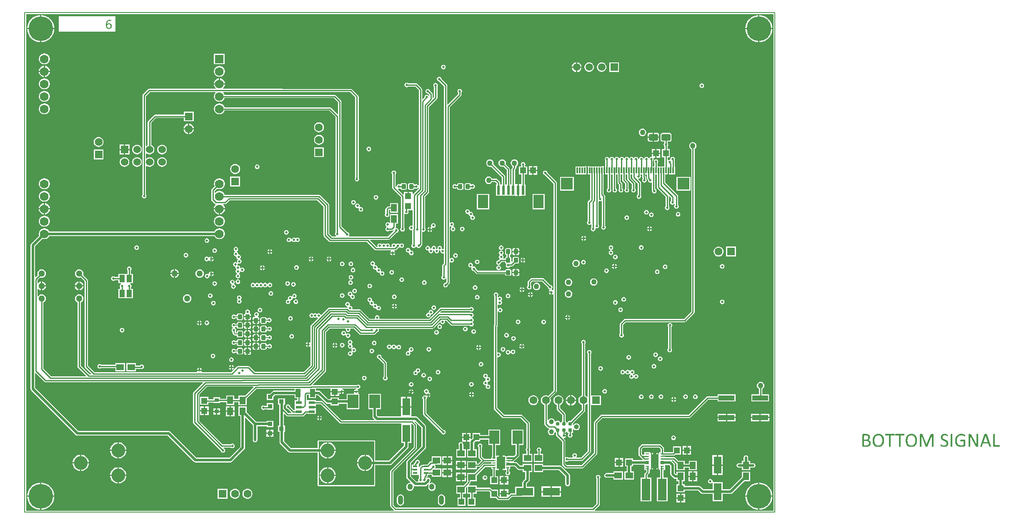
<source format=gbl>
G04*
G04 #@! TF.GenerationSoftware,Altium Limited,Altium Designer,19.0.15 (446)*
G04*
G04 Layer_Physical_Order=6*
G04 Layer_Color=16711680*
%FSLAX23Y23*%
%MOIN*%
G70*
G01*
G75*
%ADD10C,0.010*%
%ADD11C,0.015*%
%ADD15C,0.005*%
%ADD17R,0.037X0.016*%
%ADD19R,0.050X0.022*%
%ADD20R,0.138X0.063*%
%ADD21R,0.063X0.138*%
%ADD22R,0.050X0.060*%
%ADD23R,0.060X0.050*%
%ADD24R,0.050X0.047*%
G04:AMPARAMS|DCode=31|XSize=37mil|YSize=35mil|CornerRadius=4mil|HoleSize=0mil|Usage=FLASHONLY|Rotation=90.000|XOffset=0mil|YOffset=0mil|HoleType=Round|Shape=RoundedRectangle|*
%AMROUNDEDRECTD31*
21,1,0.037,0.027,0,0,90.0*
21,1,0.029,0.035,0,0,90.0*
1,1,0.008,0.014,0.014*
1,1,0.008,0.014,-0.014*
1,1,0.008,-0.014,-0.014*
1,1,0.008,-0.014,0.014*
%
%ADD31ROUNDEDRECTD31*%
%ADD32R,0.047X0.050*%
%ADD35R,0.037X0.035*%
%ADD36R,0.037X0.035*%
%ADD101C,0.015*%
%ADD115C,0.008*%
%ADD116C,0.020*%
%ADD120C,0.043*%
%ADD121R,0.063X0.063*%
%ADD122C,0.063*%
%ADD123C,0.039*%
%ADD124O,0.039X0.039*%
%ADD125C,0.051*%
%ADD126C,0.050*%
%ADD127C,0.110*%
%ADD128O,0.039X0.075*%
%ADD129O,0.041X0.049*%
%ADD130R,0.059X0.059*%
%ADD131C,0.059*%
%ADD132R,0.063X0.063*%
%ADD133C,0.070*%
%ADD134R,0.070X0.070*%
%ADD135C,0.197*%
%ADD136C,0.060*%
%ADD137R,0.060X0.060*%
%ADD138C,0.020*%
%ADD159R,0.126X0.039*%
G04:AMPARAMS|DCode=160|XSize=71mil|YSize=52mil|CornerRadius=6mil|HoleSize=0mil|Usage=FLASHONLY|Rotation=180.000|XOffset=0mil|YOffset=0mil|HoleType=Round|Shape=RoundedRectangle|*
%AMROUNDEDRECTD160*
21,1,0.071,0.039,0,0,180.0*
21,1,0.058,0.052,0,0,180.0*
1,1,0.013,-0.029,0.019*
1,1,0.013,0.029,0.019*
1,1,0.013,0.029,-0.019*
1,1,0.013,-0.029,-0.019*
%
%ADD160ROUNDEDRECTD160*%
%ADD161R,0.043X0.059*%
%ADD162R,0.083X0.110*%
%ADD163R,0.024X0.075*%
%ADD164R,0.094X0.094*%
%ADD165R,0.012X0.047*%
%ADD166C,0.031*%
%ADD167R,0.031X0.031*%
%ADD168R,0.035X0.031*%
%ADD169R,0.041X0.068*%
%ADD170R,0.085X0.108*%
%ADD171R,0.081X0.106*%
G04:AMPARAMS|DCode=172|XSize=24mil|YSize=9mil|CornerRadius=1mil|HoleSize=0mil|Usage=FLASHONLY|Rotation=180.000|XOffset=0mil|YOffset=0mil|HoleType=Round|Shape=RoundedRectangle|*
%AMROUNDEDRECTD172*
21,1,0.024,0.007,0,0,180.0*
21,1,0.021,0.009,0,0,180.0*
1,1,0.002,-0.011,0.004*
1,1,0.002,0.011,0.004*
1,1,0.002,0.011,-0.004*
1,1,0.002,-0.011,-0.004*
%
%ADD172ROUNDEDRECTD172*%
G04:AMPARAMS|DCode=173|XSize=65mil|YSize=94mil|CornerRadius=2mil|HoleSize=0mil|Usage=FLASHONLY|Rotation=180.000|XOffset=0mil|YOffset=0mil|HoleType=Round|Shape=RoundedRectangle|*
%AMROUNDEDRECTD173*
21,1,0.065,0.091,0,0,180.0*
21,1,0.062,0.094,0,0,180.0*
1,1,0.003,-0.031,0.046*
1,1,0.003,0.031,0.046*
1,1,0.003,0.031,-0.046*
1,1,0.003,-0.031,-0.046*
%
%ADD173ROUNDEDRECTD173*%
%ADD174R,0.071X0.177*%
%ADD175R,0.031X0.009*%
%ADD176R,0.059X0.110*%
G36*
X5989Y11D02*
X4560D01*
X4558Y16D01*
X4596Y54D01*
X4599Y58D01*
X4600Y63D01*
Y267D01*
X4604Y273D01*
X4605Y280D01*
X4604Y287D01*
X4600Y293D01*
X4594Y296D01*
X4587Y298D01*
X4580Y296D01*
X4574Y293D01*
X4570Y287D01*
X4568Y280D01*
X4570Y273D01*
X4573Y267D01*
Y68D01*
X4542Y37D01*
X2972D01*
X2970Y36D01*
X2950Y57D01*
Y323D01*
X3133Y506D01*
X3136Y510D01*
X3137Y515D01*
Y677D01*
Y699D01*
X3136Y704D01*
X3133Y708D01*
X3120Y722D01*
X3121Y727D01*
X3123Y727D01*
X3173Y678D01*
Y529D01*
X3058Y415D01*
X3054Y409D01*
X3053Y402D01*
Y280D01*
X3054Y273D01*
X3058Y267D01*
X3085Y240D01*
X3083Y235D01*
X3082Y236D01*
X3074Y235D01*
X3067Y232D01*
X3061Y227D01*
X3057Y221D01*
X3054Y214D01*
X3053Y207D01*
Y199D01*
X3054Y191D01*
X3057Y184D01*
X3061Y178D01*
X3067Y174D01*
X3074Y171D01*
X3082Y170D01*
X3089Y171D01*
X3096Y174D01*
X3102Y178D01*
X3107Y184D01*
X3110Y191D01*
X3111Y199D01*
Y207D01*
X3110Y208D01*
X3115Y211D01*
X3118Y209D01*
X3125Y208D01*
X3204D01*
X3211Y209D01*
X3217Y213D01*
X3228Y225D01*
X3232Y221D01*
X3232Y221D01*
X3229Y214D01*
X3228Y207D01*
Y199D01*
X3229Y191D01*
X3232Y184D01*
X3236Y178D01*
X3242Y174D01*
X3249Y171D01*
X3257Y170D01*
X3264Y171D01*
X3271Y174D01*
X3277Y178D01*
X3282Y184D01*
X3285Y191D01*
X3286Y199D01*
Y207D01*
X3285Y214D01*
X3282Y221D01*
X3277Y227D01*
X3271Y232D01*
X3264Y235D01*
X3257Y236D01*
X3249Y235D01*
X3242Y232D01*
X3241Y231D01*
X3238Y234D01*
X3242Y240D01*
X3243Y247D01*
Y249D01*
X3245Y252D01*
X3247Y259D01*
X3245Y266D01*
X3241Y272D01*
X3235Y276D01*
X3228Y277D01*
X3221Y276D01*
X3217Y273D01*
X3214Y277D01*
X3220Y283D01*
X3223Y287D01*
X3224Y292D01*
Y299D01*
X3237D01*
Y302D01*
X3255D01*
Y284D01*
X3331D01*
Y350D01*
X3286D01*
X3283Y355D01*
X3285Y357D01*
X3286Y364D01*
X3285Y371D01*
X3282Y375D01*
X3284Y380D01*
X3331D01*
Y446D01*
X3255D01*
Y409D01*
X3250D01*
X3245Y408D01*
X3240Y405D01*
X3229Y393D01*
X3228Y391D01*
X3218Y382D01*
X3184D01*
Y379D01*
X3179D01*
X3174Y378D01*
X3170Y376D01*
X3156Y362D01*
X3156Y361D01*
X3155Y361D01*
X3151Y363D01*
Y382D01*
X3151Y382D01*
X3151D01*
X3152Y387D01*
X3155Y389D01*
X3159Y395D01*
X3160Y402D01*
X3159Y409D01*
X3155Y415D01*
X3149Y419D01*
X3142Y420D01*
X3135Y419D01*
X3129Y415D01*
X3125Y409D01*
X3123Y402D01*
X3124Y400D01*
X3114Y391D01*
X3112Y387D01*
X3111Y382D01*
X3097D01*
Y358D01*
X3095D01*
Y346D01*
X3124D01*
Y336D01*
X3095D01*
Y323D01*
X3097D01*
Y299D01*
X3151D01*
X3152Y295D01*
Y271D01*
X3148Y266D01*
X3147Y259D01*
X3148Y252D01*
X3149Y250D01*
X3147Y245D01*
X3133D01*
X3089Y288D01*
Y394D01*
X3204Y509D01*
X3208Y515D01*
X3209Y522D01*
Y685D01*
X3208Y692D01*
X3204Y698D01*
X3141Y761D01*
X3135Y765D01*
X3128Y766D01*
X3093D01*
Y839D01*
X3051D01*
X3010D01*
Y766D01*
X2826D01*
X2817Y775D01*
Y824D01*
X2850D01*
Y948D01*
X2749D01*
Y824D01*
X2781D01*
Y768D01*
X2782Y761D01*
X2786Y755D01*
X2799Y742D01*
X2798Y737D01*
X2534D01*
X2383Y888D01*
X2378Y891D01*
X2373Y892D01*
X2328D01*
Y898D01*
X2262D01*
Y898D01*
X2257Y898D01*
Y939D01*
X2259Y941D01*
X2273D01*
Y913D01*
X2330D01*
Y936D01*
X2345D01*
X2409Y873D01*
X2415Y869D01*
X2422Y867D01*
X2447D01*
Y854D01*
X2513D01*
Y867D01*
X2575D01*
Y824D01*
X2676D01*
Y948D01*
X2670D01*
X2667Y953D01*
X2670Y957D01*
X2671Y960D01*
X2632D01*
X2632Y957D01*
X2635Y953D01*
X2633Y948D01*
X2575D01*
Y904D01*
X2513D01*
Y917D01*
X2447D01*
Y904D01*
X2429D01*
X2365Y968D01*
X2359Y972D01*
X2352Y973D01*
X2330D01*
Y991D01*
X2445D01*
Y970D01*
X2480D01*
Y965D01*
X2485D01*
Y931D01*
X2515D01*
Y951D01*
X2520Y952D01*
X2521Y952D01*
X2527Y947D01*
X2530Y947D01*
Y966D01*
X2535D01*
Y971D01*
X2554D01*
X2554Y974D01*
X2549Y980D01*
X2543Y985D01*
X2539Y986D01*
X2539Y991D01*
X2652D01*
X2652Y990D01*
X2652Y989D01*
X2650Y985D01*
X2643Y984D01*
X2637Y979D01*
X2632Y973D01*
X2632Y970D01*
X2671D01*
X2670Y973D01*
X2666Y979D01*
X2663Y981D01*
X2665Y986D01*
X2667Y986D01*
X2674Y987D01*
X2680Y991D01*
X2684Y997D01*
X2686Y1004D01*
X2684Y1011D01*
X2680Y1017D01*
X2674Y1021D01*
X2667Y1022D01*
X2660Y1021D01*
X2655Y1017D01*
X2304D01*
X2302Y1022D01*
X2405Y1125D01*
X2408Y1129D01*
X2409Y1134D01*
Y1441D01*
X2438Y1470D01*
X2566D01*
X2569Y1465D01*
X2568Y1461D01*
X2570Y1454D01*
X2574Y1448D01*
X2580Y1444D01*
X2587Y1442D01*
X2594Y1444D01*
X2600Y1448D01*
X2604Y1454D01*
X2605Y1461D01*
X2604Y1465D01*
X2607Y1470D01*
X2631D01*
X2677Y1424D01*
X2681Y1421D01*
X2686Y1420D01*
X2792D01*
X2797Y1421D01*
X2801Y1424D01*
X2815Y1438D01*
X2822Y1440D01*
X2828Y1444D01*
X2832Y1450D01*
X2833Y1457D01*
X2832Y1464D01*
X2831Y1464D01*
X2834Y1469D01*
X3262D01*
X3267Y1470D01*
X3271Y1473D01*
X3320Y1521D01*
X3325Y1520D01*
X3326Y1517D01*
X3330Y1511D01*
X3335Y1507D01*
X3343Y1505D01*
X3350Y1507D01*
X3355Y1511D01*
X3359Y1517D01*
X3361Y1524D01*
X3360Y1529D01*
X3363Y1534D01*
X3370D01*
X3408Y1497D01*
X3412Y1494D01*
X3417Y1493D01*
X3560D01*
X3566Y1489D01*
X3573Y1488D01*
X3580Y1489D01*
X3586Y1493D01*
X3590Y1499D01*
X3591Y1506D01*
X3590Y1513D01*
X3586Y1519D01*
X3584Y1520D01*
Y1525D01*
X3586Y1526D01*
X3590Y1532D01*
X3591Y1539D01*
X3590Y1546D01*
X3586Y1552D01*
X3580Y1556D01*
X3579Y1557D01*
Y1562D01*
X3580Y1562D01*
X3586Y1566D01*
X3590Y1572D01*
X3591Y1579D01*
X3590Y1586D01*
X3586Y1592D01*
X3580Y1596D01*
X3573Y1597D01*
X3569Y1596D01*
X3568Y1596D01*
X3325D01*
X3323Y1601D01*
X3333Y1611D01*
X3560D01*
X3566Y1607D01*
X3573Y1606D01*
X3580Y1607D01*
X3586Y1611D01*
X3590Y1617D01*
X3591Y1624D01*
X3590Y1631D01*
X3586Y1637D01*
X3580Y1641D01*
X3573Y1643D01*
X3566Y1641D01*
X3560Y1638D01*
X3328D01*
X3322Y1637D01*
X3318Y1634D01*
X3234Y1549D01*
X2840D01*
X2836Y1554D01*
X2837Y1559D01*
X2836Y1566D01*
X2832Y1572D01*
X2826Y1576D01*
X2819Y1577D01*
X2812Y1576D01*
X2806Y1572D01*
X2802Y1566D01*
X2801Y1559D01*
X2801Y1554D01*
X2798Y1549D01*
X2758D01*
X2687Y1620D01*
X2683Y1623D01*
X2678Y1624D01*
X2623D01*
X2620Y1629D01*
X2621Y1634D01*
X2619Y1641D01*
X2615Y1647D01*
X2609Y1651D01*
X2602Y1652D01*
X2601Y1652D01*
X2598Y1657D01*
X2600Y1658D01*
X2601Y1665D01*
X2600Y1672D01*
X2596Y1678D01*
X2590Y1682D01*
X2583Y1684D01*
X2576Y1682D01*
X2570Y1678D01*
X2566Y1672D01*
X2564Y1665D01*
X2566Y1658D01*
X2570Y1652D01*
X2576Y1648D01*
X2580Y1647D01*
X2584Y1643D01*
X2584Y1642D01*
X2583Y1639D01*
X2580Y1637D01*
X2579Y1637D01*
X2435D01*
X2430Y1636D01*
X2426Y1634D01*
X2373Y1581D01*
X2368Y1582D01*
X2364Y1588D01*
X2358Y1592D01*
X2351Y1593D01*
X2344Y1592D01*
X2338Y1588D01*
X2336D01*
X2330Y1592D01*
X2323Y1593D01*
X2316Y1592D01*
X2310Y1588D01*
X2308D01*
X2302Y1592D01*
X2295Y1593D01*
X2288Y1592D01*
X2282Y1588D01*
X2278Y1582D01*
X2277Y1575D01*
X2278Y1568D01*
X2282Y1562D01*
X2288Y1558D01*
X2295Y1556D01*
X2302Y1558D01*
X2308Y1562D01*
X2310D01*
X2316Y1558D01*
X2323Y1556D01*
X2330Y1558D01*
X2336Y1562D01*
X2338D01*
X2344Y1558D01*
X2345Y1553D01*
X2289Y1497D01*
X2286Y1492D01*
X2285Y1487D01*
Y1362D01*
X2280Y1359D01*
X2276Y1362D01*
X2273Y1362D01*
Y1343D01*
Y1324D01*
X2276Y1324D01*
X2280Y1327D01*
X2285Y1324D01*
Y1177D01*
X2231Y1123D01*
X1842D01*
X1799Y1166D01*
X1794Y1169D01*
X1789Y1170D01*
X1706D01*
X1701Y1169D01*
X1697Y1166D01*
X1653Y1122D01*
X1417D01*
X1415Y1127D01*
X1416Y1129D01*
X1416Y1132D01*
X1378D01*
X1378Y1129D01*
X1379Y1127D01*
X1377Y1122D01*
X557D01*
X505Y1174D01*
Y1854D01*
X504Y1859D01*
X501Y1864D01*
X467Y1899D01*
X468Y1902D01*
X469Y1911D01*
X468Y1920D01*
X465Y1928D01*
X459Y1935D01*
X452Y1940D01*
X444Y1944D01*
X435Y1945D01*
X427Y1944D01*
X418Y1940D01*
X411Y1935D01*
X406Y1928D01*
X403Y1920D01*
X402Y1911D01*
X403Y1902D01*
X406Y1894D01*
X411Y1887D01*
X418Y1882D01*
X427Y1878D01*
X435Y1877D01*
X444Y1878D01*
X448Y1880D01*
X479Y1849D01*
Y1168D01*
X480Y1163D01*
X483Y1159D01*
X533Y1109D01*
X531Y1104D01*
X517D01*
X449Y1173D01*
Y1680D01*
X452Y1682D01*
X459Y1687D01*
X465Y1694D01*
X468Y1702D01*
X469Y1711D01*
X468Y1720D01*
X465Y1728D01*
X459Y1735D01*
X452Y1740D01*
X444Y1744D01*
X435Y1745D01*
X427Y1744D01*
X418Y1740D01*
X411Y1735D01*
X406Y1728D01*
X403Y1720D01*
X402Y1711D01*
X403Y1702D01*
X406Y1694D01*
X411Y1687D01*
X418Y1682D01*
X422Y1680D01*
Y1168D01*
X423Y1162D01*
X426Y1158D01*
X493Y1091D01*
X491Y1086D01*
X212D01*
X149Y1150D01*
Y1680D01*
X152Y1682D01*
X159Y1687D01*
X165Y1694D01*
X168Y1702D01*
X169Y1711D01*
X168Y1720D01*
X165Y1728D01*
X159Y1735D01*
X152Y1740D01*
X144Y1744D01*
X135Y1745D01*
X127Y1744D01*
X118Y1740D01*
X111Y1735D01*
X107Y1729D01*
X103Y1730D01*
X102Y1730D01*
Y1788D01*
X107Y1790D01*
X110Y1786D01*
X117Y1780D01*
X126Y1776D01*
X130Y1776D01*
Y1811D01*
Y1846D01*
X126Y1846D01*
X117Y1842D01*
X110Y1836D01*
X107Y1832D01*
X102Y1834D01*
Y1859D01*
X123Y1880D01*
X127Y1878D01*
X135Y1877D01*
X144Y1878D01*
X152Y1882D01*
X159Y1887D01*
X165Y1894D01*
X168Y1902D01*
X169Y1911D01*
X168Y1920D01*
X165Y1928D01*
X159Y1935D01*
X152Y1940D01*
X144Y1944D01*
X135Y1945D01*
X127Y1944D01*
X118Y1940D01*
X111Y1935D01*
X106Y1928D01*
X103Y1920D01*
X102Y1911D01*
X103Y1902D01*
X104Y1899D01*
X89Y1883D01*
X84Y1885D01*
Y2130D01*
X143Y2189D01*
X146Y2187D01*
X157Y2186D01*
X169Y2187D01*
X179Y2192D01*
X188Y2199D01*
X195Y2208D01*
X196Y2211D01*
X1519D01*
X1520Y2208D01*
X1527Y2199D01*
X1536Y2192D01*
X1546Y2187D01*
X1557Y2186D01*
X1569Y2187D01*
X1579Y2192D01*
X1588Y2199D01*
X1595Y2208D01*
X1599Y2218D01*
X1601Y2229D01*
X1599Y2240D01*
X1595Y2251D01*
X1588Y2260D01*
X1579Y2267D01*
X1569Y2271D01*
X1557Y2273D01*
X1546Y2271D01*
X1536Y2267D01*
X1527Y2260D01*
X1520Y2251D01*
X1519Y2248D01*
X196D01*
X195Y2251D01*
X188Y2260D01*
X179Y2267D01*
X169Y2271D01*
X157Y2273D01*
X146Y2271D01*
X136Y2267D01*
X127Y2260D01*
X120Y2251D01*
X116Y2240D01*
X114Y2229D01*
X116Y2218D01*
X117Y2215D01*
X53Y2150D01*
X49Y2144D01*
X47Y2137D01*
Y988D01*
X49Y981D01*
X53Y975D01*
X408Y619D01*
X414Y615D01*
X421Y614D01*
X1144D01*
X1353Y404D01*
X1359Y400D01*
X1366Y399D01*
X1646D01*
X1653Y400D01*
X1659Y404D01*
X1757Y503D01*
X1761Y509D01*
X1762Y516D01*
Y755D01*
X1767Y757D01*
X1825Y699D01*
Y582D01*
X1824Y579D01*
X1826Y572D01*
X1830Y566D01*
X1835Y562D01*
X1843Y560D01*
X1850Y562D01*
X1855Y566D01*
X1856Y566D01*
X1860Y572D01*
X1862Y579D01*
Y688D01*
X1935D01*
Y681D01*
X1988D01*
Y732D01*
X1935D01*
Y725D01*
X1851D01*
X1775Y801D01*
Y846D01*
X1709D01*
Y770D01*
X1726D01*
Y523D01*
X1638Y436D01*
X1374D01*
X1165Y645D01*
X1159Y649D01*
X1152Y650D01*
X429D01*
X84Y995D01*
Y1111D01*
X89Y1113D01*
X156Y1046D01*
X160Y1043D01*
X165Y1042D01*
X1424D01*
X1426Y1037D01*
X1349Y960D01*
X1346Y956D01*
X1345Y951D01*
Y721D01*
X1346Y716D01*
X1349Y712D01*
X1566Y494D01*
X1568Y488D01*
X1572Y482D01*
X1578Y478D01*
X1585Y477D01*
X1592Y478D01*
X1598Y482D01*
X1602Y488D01*
X1603Y495D01*
X1602Y502D01*
X1598Y508D01*
X1592Y512D01*
X1590Y512D01*
X1589Y513D01*
X1592Y518D01*
X1649D01*
X1654Y515D01*
X1661Y513D01*
X1668Y515D01*
X1674Y519D01*
X1678Y524D01*
X1680Y531D01*
X1678Y539D01*
X1674Y544D01*
X1668Y548D01*
X1661Y550D01*
X1654Y548D01*
X1649Y545D01*
X1582D01*
X1395Y731D01*
Y943D01*
X1458Y1006D01*
X1827D01*
X1829Y1001D01*
X1762Y933D01*
X1761Y933D01*
X1709D01*
Y909D01*
X1677D01*
Y934D01*
X1611D01*
Y909D01*
X1561D01*
Y921D01*
X1510D01*
Y905D01*
X1470D01*
Y923D01*
X1404D01*
Y860D01*
X1470D01*
Y878D01*
X1510D01*
Y873D01*
X1561D01*
Y882D01*
X1611D01*
Y858D01*
X1677D01*
Y882D01*
X1709D01*
Y857D01*
X1775D01*
Y910D01*
X1776Y911D01*
X1853Y988D01*
X2158D01*
Y973D01*
X1994D01*
X1987Y972D01*
X1981Y968D01*
X1962Y949D01*
X1935D01*
Y897D01*
X1988D01*
Y923D01*
X2002Y936D01*
X2158D01*
Y913D01*
X2180D01*
Y898D01*
X2160D01*
Y860D01*
Y818D01*
X2152D01*
X2125Y845D01*
X2123Y852D01*
X2119Y857D01*
X2113Y861D01*
X2106Y863D01*
X2099Y861D01*
X2093Y857D01*
X2089Y852D01*
X2088Y844D01*
X2089Y837D01*
X2093Y832D01*
X2099Y828D01*
X2106Y826D01*
X2133Y799D01*
X2131Y794D01*
X2109D01*
X2074Y829D01*
Y860D01*
X2081D01*
Y911D01*
X2027D01*
Y860D01*
X2037D01*
Y828D01*
Y695D01*
X2027D01*
Y644D01*
X2039D01*
Y561D01*
X2040Y554D01*
X2044Y548D01*
X2110Y482D01*
X2116Y478D01*
X2123Y477D01*
X2343D01*
Y217D01*
X2344Y214D01*
X2346Y212D01*
X2348Y210D01*
X2351Y209D01*
X2795D01*
X2798Y210D01*
X2801Y212D01*
X2803Y214D01*
X2803Y217D01*
Y377D01*
X2922D01*
X2929Y378D01*
X2935Y382D01*
X3064Y512D01*
X3068Y517D01*
X3070Y525D01*
Y555D01*
X3091D01*
Y706D01*
X3096Y708D01*
X3111Y693D01*
Y677D01*
Y521D01*
X2928Y338D01*
X2925Y333D01*
X2924Y328D01*
Y51D01*
X2925Y46D01*
X2928Y42D01*
X2954Y16D01*
X2952Y11D01*
X11D01*
Y3989D01*
X5989D01*
Y11D01*
D02*
G37*
G36*
X2519Y714D02*
X2523Y711D01*
X2528Y710D01*
X3007D01*
X3012Y709D01*
Y555D01*
X3033D01*
Y532D01*
X2914Y414D01*
X2803D01*
Y567D01*
X2803Y570D01*
X2801Y573D01*
X2798Y574D01*
X2795Y575D01*
X2351D01*
X2348Y574D01*
X2346Y573D01*
X2344Y570D01*
X2343Y567D01*
Y514D01*
X2130D01*
X2075Y569D01*
Y644D01*
X2081D01*
Y695D01*
X2074D01*
Y785D01*
X2079Y787D01*
X2094Y771D01*
X2098Y768D01*
X2103Y767D01*
X2223D01*
X2229Y768D01*
X2233Y771D01*
X2253Y791D01*
X2262D01*
Y786D01*
X2328D01*
Y821D01*
X2330D01*
Y837D01*
X2295D01*
Y847D01*
X2330D01*
Y863D01*
X2334Y865D01*
X2368D01*
X2519Y714D01*
D02*
G37*
G36*
X2795Y217D02*
X2351D01*
Y567D01*
X2795D01*
Y217D01*
D02*
G37*
G36*
X7362Y627D02*
X7365Y627D01*
X7365D01*
X7365Y626D01*
X7366D01*
X7367Y626D01*
X7369Y626D01*
X7371Y625D01*
X7371D01*
X7372Y625D01*
X7372Y625D01*
X7373Y624D01*
X7375Y624D01*
X7377Y623D01*
X7377D01*
X7377Y623D01*
X7378Y622D01*
X7379Y621D01*
X7380Y621D01*
X7380Y621D01*
X7380Y621D01*
X7381Y620D01*
X7381Y620D01*
X7381Y619D01*
X7381Y619D01*
Y618D01*
X7381Y618D01*
Y617D01*
Y617D01*
X7382Y616D01*
Y615D01*
Y615D01*
Y614D01*
Y614D01*
Y613D01*
X7381Y612D01*
Y612D01*
X7381Y611D01*
X7381Y610D01*
Y610D01*
X7381Y610D01*
X7380Y609D01*
X7380D01*
X7379Y609D01*
X7379D01*
X7379Y609D01*
X7378Y609D01*
X7377Y610D01*
X7376Y610D01*
X7375Y611D01*
X7374Y611D01*
X7372Y612D01*
X7372D01*
X7372Y612D01*
X7371Y613D01*
X7370Y613D01*
X7368Y614D01*
X7366Y615D01*
X7366D01*
X7365Y615D01*
X7364Y615D01*
X7364Y615D01*
X7362Y616D01*
X7361Y616D01*
X7358Y616D01*
X7356D01*
X7355Y616D01*
X7353Y615D01*
X7350Y615D01*
X7350D01*
X7350Y615D01*
X7349Y614D01*
X7348Y614D01*
X7347Y613D01*
X7345Y612D01*
X7345Y611D01*
X7344Y610D01*
X7343Y609D01*
X7342Y607D01*
Y607D01*
X7342Y607D01*
X7342Y606D01*
Y606D01*
X7341Y604D01*
X7341Y602D01*
Y602D01*
Y601D01*
X7341Y600D01*
Y599D01*
X7342Y597D01*
X7343Y595D01*
X7343Y594D01*
X7343Y594D01*
X7344Y593D01*
X7344Y593D01*
X7346Y591D01*
X7348Y589D01*
X7348Y589D01*
X7349Y589D01*
X7350Y588D01*
X7350Y588D01*
X7352Y587D01*
X7353Y586D01*
X7356Y585D01*
X7356D01*
X7356Y584D01*
X7357Y584D01*
X7358Y584D01*
X7360Y583D01*
X7361Y582D01*
X7364Y581D01*
X7364D01*
X7365Y580D01*
X7366Y580D01*
X7367Y580D01*
X7368Y579D01*
X7370Y578D01*
X7373Y576D01*
X7373Y576D01*
X7373Y576D01*
X7374Y575D01*
X7375Y575D01*
X7378Y573D01*
X7380Y571D01*
X7380Y570D01*
X7381Y570D01*
X7381Y569D01*
X7382Y568D01*
X7383Y567D01*
X7384Y566D01*
X7385Y563D01*
X7386Y563D01*
X7386Y562D01*
X7386Y561D01*
X7387Y560D01*
X7387Y558D01*
X7387Y557D01*
X7387Y555D01*
Y552D01*
Y552D01*
Y551D01*
X7387Y550D01*
X7387Y548D01*
X7387Y546D01*
X7386Y544D01*
X7386Y542D01*
X7385Y540D01*
X7385Y540D01*
X7384Y539D01*
X7384Y538D01*
X7383Y536D01*
X7382Y535D01*
X7381Y533D01*
X7379Y532D01*
X7377Y530D01*
X7377Y530D01*
X7377Y530D01*
X7376Y529D01*
X7374Y528D01*
X7373Y527D01*
X7371Y526D01*
X7369Y525D01*
X7366Y524D01*
X7366D01*
X7365Y524D01*
X7364Y524D01*
X7362Y523D01*
X7360Y523D01*
X7358Y523D01*
X7355Y523D01*
X7351D01*
X7350Y523D01*
X7348D01*
X7346Y523D01*
X7343Y523D01*
X7343D01*
X7342Y524D01*
X7342Y524D01*
X7341Y524D01*
X7338Y525D01*
X7335Y525D01*
X7335D01*
X7335Y526D01*
X7334Y526D01*
X7333Y526D01*
X7332Y527D01*
X7330Y528D01*
X7330D01*
X7329Y528D01*
X7328Y529D01*
X7327Y530D01*
X7326Y530D01*
X7326Y531D01*
X7326Y531D01*
X7325Y532D01*
X7325Y533D01*
Y533D01*
X7325Y534D01*
X7325Y535D01*
Y537D01*
Y537D01*
Y538D01*
Y539D01*
Y540D01*
Y540D01*
X7325Y540D01*
X7325Y541D01*
X7325Y541D01*
Y542D01*
X7325Y542D01*
X7326Y542D01*
X7326D01*
X7326Y543D01*
X7327Y543D01*
X7327D01*
X7328Y543D01*
X7329Y542D01*
X7330Y541D01*
X7330D01*
X7331Y541D01*
X7332Y540D01*
X7333Y540D01*
X7335Y538D01*
X7336D01*
X7336Y538D01*
X7337Y538D01*
X7338Y537D01*
X7339Y537D01*
X7340Y537D01*
X7343Y535D01*
X7343D01*
X7344Y535D01*
X7345Y535D01*
X7346Y535D01*
X7348Y535D01*
X7349Y534D01*
X7351Y534D01*
X7355D01*
X7356Y534D01*
X7359Y535D01*
X7361Y535D01*
X7362D01*
X7362Y535D01*
X7363Y536D01*
X7364Y536D01*
X7366Y537D01*
X7368Y539D01*
X7368Y539D01*
X7368Y539D01*
X7369Y540D01*
X7370Y542D01*
X7372Y544D01*
Y544D01*
X7372Y544D01*
X7372Y545D01*
X7372Y546D01*
X7373Y547D01*
X7373Y548D01*
X7373Y551D01*
Y551D01*
Y552D01*
X7373Y553D01*
Y554D01*
X7372Y556D01*
X7372Y557D01*
X7371Y558D01*
Y559D01*
X7371Y559D01*
X7370Y560D01*
X7370Y560D01*
X7368Y562D01*
X7366Y564D01*
X7366Y564D01*
X7365Y564D01*
X7365Y565D01*
X7364Y565D01*
X7363Y566D01*
X7362Y566D01*
X7359Y568D01*
X7358Y568D01*
X7358Y568D01*
X7357Y569D01*
X7356Y569D01*
X7355Y570D01*
X7353Y570D01*
X7350Y572D01*
X7350Y572D01*
X7349Y572D01*
X7349Y573D01*
X7348Y573D01*
X7346Y574D01*
X7345Y575D01*
X7342Y576D01*
X7342Y576D01*
X7341Y577D01*
X7340Y577D01*
X7339Y578D01*
X7337Y580D01*
X7334Y582D01*
X7334Y582D01*
X7334Y583D01*
X7333Y583D01*
X7333Y584D01*
X7332Y585D01*
X7331Y587D01*
X7329Y590D01*
Y590D01*
X7329Y591D01*
X7329Y592D01*
X7328Y593D01*
X7328Y594D01*
X7328Y596D01*
X7327Y598D01*
X7327Y601D01*
Y601D01*
Y602D01*
X7327Y603D01*
X7328Y604D01*
X7328Y606D01*
X7328Y608D01*
X7329Y610D01*
X7330Y612D01*
X7330Y612D01*
X7330Y613D01*
X7330Y614D01*
X7331Y615D01*
X7332Y616D01*
X7333Y617D01*
X7336Y620D01*
X7336Y620D01*
X7337Y621D01*
X7338Y621D01*
X7339Y622D01*
X7340Y623D01*
X7342Y624D01*
X7344Y625D01*
X7346Y626D01*
X7346D01*
X7347Y626D01*
X7348Y626D01*
X7350Y626D01*
X7351Y627D01*
X7353Y627D01*
X7356Y627D01*
X7360D01*
X7362Y627D01*
D02*
G37*
G36*
X7495Y627D02*
X7497D01*
X7499Y627D01*
X7502Y626D01*
X7503D01*
X7503Y626D01*
X7504Y626D01*
X7506Y626D01*
X7507Y625D01*
X7508Y625D01*
X7512Y624D01*
X7512D01*
X7512Y623D01*
X7513Y623D01*
X7514Y623D01*
X7516Y622D01*
X7518Y621D01*
X7518D01*
X7519Y621D01*
X7520Y620D01*
X7521Y619D01*
X7522Y618D01*
X7522Y618D01*
X7522Y617D01*
X7523Y617D01*
X7523Y616D01*
X7524Y615D01*
X7524Y615D01*
X7524Y613D01*
Y612D01*
Y612D01*
Y611D01*
Y610D01*
X7524Y609D01*
Y609D01*
X7524Y609D01*
X7523Y607D01*
Y607D01*
X7523Y607D01*
X7522Y606D01*
X7522D01*
X7521Y606D01*
X7521D01*
X7521Y606D01*
X7520Y607D01*
X7518Y607D01*
X7518D01*
X7518Y608D01*
X7517Y608D01*
X7517Y608D01*
X7515Y609D01*
X7512Y611D01*
X7512D01*
X7512Y611D01*
X7511Y611D01*
X7510Y612D01*
X7508Y612D01*
X7507Y613D01*
X7505Y613D01*
X7503Y614D01*
X7503D01*
X7502Y614D01*
X7501Y615D01*
X7500Y615D01*
X7498Y615D01*
X7496Y615D01*
X7494Y616D01*
X7490D01*
X7488Y615D01*
X7486Y615D01*
X7484Y615D01*
X7481Y614D01*
X7479Y614D01*
X7476Y613D01*
X7476Y612D01*
X7475Y612D01*
X7474Y611D01*
X7472Y610D01*
X7470Y609D01*
X7469Y608D01*
X7467Y606D01*
X7465Y604D01*
X7465Y604D01*
X7464Y603D01*
X7463Y602D01*
X7462Y600D01*
X7461Y599D01*
X7460Y596D01*
X7459Y594D01*
X7458Y591D01*
X7457Y591D01*
X7457Y590D01*
X7457Y588D01*
X7456Y586D01*
X7456Y584D01*
X7456Y581D01*
X7455Y578D01*
X7455Y575D01*
Y575D01*
Y574D01*
Y574D01*
Y573D01*
X7455Y571D01*
X7456Y569D01*
X7456Y566D01*
X7456Y564D01*
X7457Y560D01*
X7458Y558D01*
X7458Y557D01*
X7458Y556D01*
X7459Y555D01*
X7460Y553D01*
X7461Y551D01*
X7462Y549D01*
X7464Y547D01*
X7465Y545D01*
X7465Y545D01*
X7466Y544D01*
X7467Y543D01*
X7469Y542D01*
X7470Y541D01*
X7472Y539D01*
X7474Y538D01*
X7477Y537D01*
X7477Y537D01*
X7478Y537D01*
X7479Y536D01*
X7481Y536D01*
X7483Y535D01*
X7486Y535D01*
X7489Y535D01*
X7491Y534D01*
X7493D01*
X7494Y535D01*
X7496D01*
X7497Y535D01*
X7501Y535D01*
X7501D01*
X7502Y536D01*
X7503Y536D01*
X7504Y536D01*
X7506Y537D01*
X7507Y537D01*
X7510Y539D01*
Y569D01*
X7486D01*
X7486Y569D01*
X7485Y569D01*
X7484Y570D01*
Y570D01*
X7484Y571D01*
X7484Y572D01*
X7484Y574D01*
Y574D01*
Y575D01*
Y576D01*
Y577D01*
Y577D01*
X7484Y577D01*
X7484Y578D01*
X7484Y578D01*
Y578D01*
X7485Y579D01*
X7485Y579D01*
X7485D01*
X7485Y580D01*
X7486Y580D01*
X7519D01*
X7520Y579D01*
X7521D01*
X7521Y579D01*
X7522Y578D01*
X7522Y578D01*
X7522Y578D01*
X7523Y577D01*
X7523Y577D01*
X7523Y576D01*
X7524Y576D01*
X7524Y575D01*
Y574D01*
Y535D01*
Y535D01*
Y534D01*
X7523Y533D01*
X7523Y532D01*
X7523Y531D01*
X7522Y531D01*
X7521Y530D01*
X7520Y529D01*
X7520D01*
X7520Y529D01*
X7519Y529D01*
X7518Y528D01*
X7516Y528D01*
X7514Y527D01*
X7514D01*
X7514Y526D01*
X7513Y526D01*
X7512Y526D01*
X7511Y525D01*
X7509Y525D01*
X7506Y524D01*
X7506D01*
X7506Y524D01*
X7505D01*
X7504Y524D01*
X7503Y524D01*
X7501Y523D01*
X7499Y523D01*
X7498D01*
X7497Y523D01*
X7496D01*
X7494Y523D01*
X7491Y523D01*
X7489D01*
X7488Y523D01*
X7487D01*
X7484Y523D01*
X7481Y523D01*
X7477Y524D01*
X7473Y525D01*
X7470Y526D01*
X7470D01*
X7469Y526D01*
X7468Y527D01*
X7467Y528D01*
X7464Y529D01*
X7462Y530D01*
X7459Y532D01*
X7457Y534D01*
X7454Y537D01*
X7454Y537D01*
X7453Y538D01*
X7452Y539D01*
X7450Y541D01*
X7449Y544D01*
X7447Y546D01*
X7446Y549D01*
X7444Y553D01*
Y553D01*
X7444Y553D01*
X7444Y554D01*
X7444Y554D01*
X7443Y556D01*
X7443Y559D01*
X7442Y562D01*
X7442Y566D01*
X7441Y570D01*
X7441Y574D01*
Y574D01*
Y574D01*
Y575D01*
Y576D01*
X7441Y577D01*
Y578D01*
X7442Y581D01*
X7442Y585D01*
X7442Y588D01*
X7443Y592D01*
X7445Y596D01*
Y596D01*
X7445Y596D01*
X7445Y597D01*
X7445Y597D01*
X7446Y599D01*
X7447Y602D01*
X7449Y604D01*
X7450Y607D01*
X7452Y610D01*
X7455Y613D01*
X7455Y613D01*
X7456Y614D01*
X7457Y615D01*
X7459Y617D01*
X7462Y618D01*
X7465Y620D01*
X7468Y622D01*
X7471Y623D01*
X7471D01*
X7471Y624D01*
X7472Y624D01*
X7473Y624D01*
X7474Y625D01*
X7477Y626D01*
X7480Y626D01*
X7483Y627D01*
X7487Y627D01*
X7491Y627D01*
X7494D01*
X7495Y627D01*
D02*
G37*
G36*
X7265Y626D02*
X7265Y626D01*
X7266D01*
X7266Y625D01*
X7267Y625D01*
X7267Y624D01*
X7267Y624D01*
X7268Y624D01*
X7268Y623D01*
X7268Y622D01*
X7269Y622D01*
X7269Y622D01*
X7269Y621D01*
Y620D01*
Y526D01*
Y525D01*
X7269Y525D01*
X7268Y525D01*
X7268Y524D01*
X7267Y524D01*
X7267D01*
X7267Y524D01*
X7266D01*
X7265Y524D01*
X7265D01*
X7264Y524D01*
X7263Y523D01*
X7261D01*
X7260Y524D01*
X7259Y524D01*
X7259D01*
X7258Y524D01*
X7257D01*
X7257Y524D01*
X7257D01*
X7256Y524D01*
X7256Y525D01*
Y525D01*
Y525D01*
X7256Y526D01*
Y615D01*
X7255D01*
X7219Y525D01*
X7219Y525D01*
X7219Y525D01*
X7218Y524D01*
X7218Y524D01*
X7217Y524D01*
X7217D01*
X7217Y524D01*
X7216D01*
X7215Y524D01*
X7215D01*
X7214Y523D01*
X7211D01*
X7210Y524D01*
X7210D01*
X7209Y524D01*
X7208Y524D01*
X7208D01*
X7207Y524D01*
X7207Y525D01*
Y525D01*
X7206Y525D01*
X7206Y525D01*
X7172Y615D01*
Y526D01*
Y525D01*
X7171Y525D01*
X7171Y525D01*
X7171Y524D01*
X7170Y524D01*
X7170D01*
X7170Y524D01*
X7169D01*
X7168Y524D01*
X7168D01*
X7167Y524D01*
X7166Y523D01*
X7164D01*
X7163Y524D01*
X7162Y524D01*
X7161D01*
X7161Y524D01*
X7160D01*
X7160Y524D01*
X7159D01*
X7159Y524D01*
X7158Y525D01*
Y525D01*
Y525D01*
X7158Y526D01*
Y620D01*
Y620D01*
Y620D01*
X7158Y621D01*
Y621D01*
X7159Y623D01*
X7160Y624D01*
X7160Y625D01*
X7161Y625D01*
X7162Y626D01*
X7164Y626D01*
X7174D01*
X7175Y626D01*
X7176Y625D01*
X7177D01*
X7177Y625D01*
X7178Y625D01*
X7179Y624D01*
X7180Y624D01*
X7180Y623D01*
X7181Y623D01*
X7182Y622D01*
X7182Y621D01*
X7182Y621D01*
X7183Y620D01*
X7183Y619D01*
X7184Y617D01*
X7213Y544D01*
X7214D01*
X7244Y617D01*
Y617D01*
X7244Y618D01*
X7244Y619D01*
X7245Y620D01*
X7246Y621D01*
X7246Y622D01*
X7247Y622D01*
X7247Y623D01*
X7248Y624D01*
X7248Y624D01*
X7249Y624D01*
X7250Y625D01*
X7251Y625D01*
X7251Y626D01*
X7252Y626D01*
X7253Y626D01*
X7264D01*
X7265Y626D01*
D02*
G37*
G36*
X7622Y626D02*
X7623D01*
X7623Y626D01*
X7624Y626D01*
X7625Y625D01*
X7625D01*
X7625Y625D01*
X7626Y624D01*
X7626Y624D01*
X7626Y623D01*
Y529D01*
Y529D01*
Y529D01*
X7626Y528D01*
X7626Y527D01*
X7625Y527D01*
X7625Y526D01*
X7624Y525D01*
X7624Y525D01*
X7624Y525D01*
X7623Y524D01*
X7622Y524D01*
X7622D01*
X7621Y524D01*
X7614D01*
X7613Y524D01*
X7612Y524D01*
X7612D01*
X7611Y525D01*
X7610Y525D01*
X7609Y526D01*
X7609Y526D01*
X7608Y526D01*
X7607Y527D01*
X7606Y529D01*
Y529D01*
X7606Y529D01*
X7605Y530D01*
X7604Y532D01*
X7603Y534D01*
X7572Y592D01*
X7572Y592D01*
X7571Y593D01*
X7571Y593D01*
X7570Y595D01*
X7570Y596D01*
X7569Y598D01*
X7567Y601D01*
X7567Y601D01*
X7567Y602D01*
X7566Y603D01*
X7565Y604D01*
X7565Y606D01*
X7564Y607D01*
X7562Y611D01*
X7562D01*
Y611D01*
Y610D01*
Y609D01*
X7562Y607D01*
Y605D01*
Y603D01*
Y599D01*
Y599D01*
Y598D01*
Y597D01*
X7563Y595D01*
Y594D01*
Y592D01*
Y587D01*
Y526D01*
Y525D01*
X7562Y525D01*
X7562Y525D01*
X7561Y524D01*
X7561Y524D01*
X7561D01*
X7560Y524D01*
X7560D01*
X7559Y524D01*
X7559D01*
X7558Y524D01*
X7557Y523D01*
X7555D01*
X7553Y524D01*
X7552Y524D01*
X7552D01*
X7552Y524D01*
X7551D01*
X7550Y524D01*
X7550D01*
X7550Y524D01*
X7549Y525D01*
Y525D01*
Y525D01*
X7549Y526D01*
Y620D01*
Y620D01*
Y621D01*
X7549Y622D01*
X7550Y623D01*
X7551Y624D01*
X7551Y625D01*
X7552Y625D01*
X7553Y626D01*
X7555Y626D01*
X7563D01*
X7564Y626D01*
X7565Y625D01*
X7565D01*
X7566Y625D01*
X7567Y625D01*
X7568Y624D01*
X7568Y624D01*
X7569Y623D01*
X7569Y623D01*
X7570Y621D01*
X7571Y621D01*
X7571Y620D01*
X7572Y619D01*
X7573Y617D01*
X7597Y573D01*
X7597Y573D01*
X7597Y572D01*
X7598Y571D01*
X7598Y570D01*
X7599Y569D01*
X7600Y568D01*
X7601Y565D01*
X7601Y564D01*
X7602Y564D01*
X7602Y563D01*
X7602Y562D01*
X7604Y560D01*
X7605Y557D01*
X7605Y557D01*
X7606Y556D01*
X7606Y556D01*
X7606Y555D01*
X7608Y552D01*
X7609Y550D01*
Y550D01*
X7609Y549D01*
X7610Y548D01*
X7610Y547D01*
X7611Y545D01*
X7613Y542D01*
X7613D01*
Y543D01*
Y543D01*
Y545D01*
Y546D01*
X7613Y548D01*
Y550D01*
Y553D01*
Y555D01*
Y556D01*
Y556D01*
Y558D01*
Y559D01*
Y561D01*
Y564D01*
Y568D01*
Y623D01*
Y624D01*
Y624D01*
X7613Y624D01*
Y625D01*
X7613Y625D01*
X7614Y625D01*
X7614D01*
X7614Y626D01*
X7615Y626D01*
X7616Y626D01*
X7616D01*
X7617Y626D01*
X7621D01*
X7622Y626D01*
D02*
G37*
G36*
X7755Y626D02*
X7756Y626D01*
X7756D01*
X7757Y626D01*
X7758Y626D01*
X7758Y626D01*
X7758D01*
X7759Y625D01*
X7759Y625D01*
X7759Y625D01*
X7760Y625D01*
X7760Y624D01*
Y536D01*
X7797D01*
X7798Y535D01*
X7798D01*
X7798Y535D01*
X7798Y534D01*
Y534D01*
X7799Y534D01*
X7799Y533D01*
X7799Y532D01*
Y532D01*
X7799Y532D01*
Y531D01*
Y530D01*
Y530D01*
Y529D01*
Y528D01*
X7799Y527D01*
Y527D01*
X7799Y527D01*
X7798Y525D01*
Y525D01*
X7798Y525D01*
X7798Y524D01*
X7797D01*
X7796Y524D01*
X7751D01*
X7750Y524D01*
X7749Y525D01*
X7748Y525D01*
X7748Y525D01*
X7747Y526D01*
X7747Y527D01*
X7746Y529D01*
Y624D01*
Y624D01*
Y624D01*
X7747Y625D01*
Y625D01*
X7747Y625D01*
X7748Y626D01*
X7748D01*
X7748Y626D01*
X7749Y626D01*
X7750Y626D01*
X7750D01*
X7751Y626D01*
X7752Y626D01*
X7754D01*
X7755Y626D01*
D02*
G37*
G36*
X6734Y626D02*
X6736Y626D01*
X6738Y625D01*
X6741Y625D01*
X6743Y624D01*
X6743D01*
X6744Y624D01*
X6745Y623D01*
X6747Y623D01*
X6750Y621D01*
X6751Y620D01*
X6753Y619D01*
X6753Y619D01*
X6754Y618D01*
X6754Y618D01*
X6755Y617D01*
X6756Y615D01*
X6757Y614D01*
X6758Y613D01*
X6759Y611D01*
X6759Y611D01*
X6759Y610D01*
X6760Y609D01*
X6760Y608D01*
X6760Y606D01*
X6760Y604D01*
X6761Y602D01*
Y600D01*
Y600D01*
Y599D01*
Y599D01*
X6761Y598D01*
X6760Y596D01*
X6760Y593D01*
Y593D01*
X6760Y593D01*
X6760Y592D01*
X6759Y591D01*
X6758Y589D01*
X6757Y587D01*
Y587D01*
X6757Y587D01*
X6756Y585D01*
X6755Y584D01*
X6753Y582D01*
X6753D01*
X6753Y582D01*
X6752Y581D01*
X6751Y581D01*
X6750Y580D01*
X6747Y578D01*
X6747D01*
X6748Y578D01*
X6749Y578D01*
X6750Y578D01*
X6752Y577D01*
X6755Y575D01*
X6755D01*
X6756Y575D01*
X6756Y575D01*
X6757Y574D01*
X6759Y572D01*
X6761Y570D01*
X6761Y570D01*
X6762Y570D01*
X6762Y569D01*
X6763Y568D01*
X6763Y567D01*
X6764Y566D01*
X6766Y562D01*
Y562D01*
X6766Y562D01*
X6766Y561D01*
X6767Y560D01*
X6767Y558D01*
X6767Y557D01*
X6767Y553D01*
Y553D01*
Y552D01*
Y551D01*
X6767Y550D01*
X6767Y549D01*
X6767Y547D01*
X6766Y544D01*
Y544D01*
X6766Y544D01*
X6765Y543D01*
X6765Y542D01*
X6764Y540D01*
X6762Y537D01*
X6762Y537D01*
X6762Y536D01*
X6762Y536D01*
X6761Y535D01*
X6759Y533D01*
X6757Y531D01*
X6757Y531D01*
X6757Y531D01*
X6756Y530D01*
X6755Y530D01*
X6754Y529D01*
X6753Y529D01*
X6750Y527D01*
X6750D01*
X6749Y527D01*
X6749Y527D01*
X6748Y526D01*
X6746Y526D01*
X6745Y525D01*
X6742Y525D01*
X6742D01*
X6741Y525D01*
X6740D01*
X6739Y524D01*
X6737Y524D01*
X6736D01*
X6734Y524D01*
X6705D01*
X6704Y524D01*
X6703Y525D01*
X6701Y525D01*
X6701Y525D01*
X6701Y526D01*
X6700Y527D01*
X6700Y529D01*
Y620D01*
Y620D01*
Y621D01*
X6700Y622D01*
X6701Y623D01*
X6701Y625D01*
X6702Y625D01*
X6703Y625D01*
X6704Y626D01*
X6705Y626D01*
X6732D01*
X6734Y626D01*
D02*
G37*
G36*
X7690Y626D02*
X7690D01*
X7691Y626D01*
X7692Y626D01*
X7693Y626D01*
X7693D01*
X7693Y626D01*
X7694Y625D01*
X7694Y625D01*
X7694D01*
X7695Y624D01*
X7695Y623D01*
X7729Y529D01*
X7730Y528D01*
X7730Y528D01*
X7730Y527D01*
Y526D01*
Y526D01*
Y525D01*
X7730Y525D01*
X7729Y524D01*
X7729D01*
X7729Y524D01*
X7728Y524D01*
X7727Y524D01*
X7726D01*
X7725Y523D01*
X7721D01*
X7720Y524D01*
X7719D01*
X7719Y524D01*
X7718D01*
X7717Y524D01*
X7717D01*
X7717Y524D01*
X7716Y525D01*
Y525D01*
X7716Y525D01*
X7716Y526D01*
X7707Y551D01*
X7664D01*
X7656Y526D01*
Y526D01*
X7656Y526D01*
X7655Y525D01*
X7655Y525D01*
X7654Y524D01*
X7654D01*
X7654Y524D01*
X7653D01*
X7652Y524D01*
X7651D01*
X7650Y523D01*
X7647D01*
X7646Y524D01*
X7645Y524D01*
X7645D01*
X7644Y524D01*
X7643Y524D01*
X7643Y524D01*
Y525D01*
X7643Y525D01*
X7643Y525D01*
X7642Y526D01*
Y526D01*
X7643Y527D01*
X7643Y527D01*
X7643Y529D01*
X7677Y623D01*
Y624D01*
X7677Y624D01*
X7678Y625D01*
X7678Y625D01*
X7678Y625D01*
X7679Y626D01*
X7680D01*
X7680Y626D01*
X7681Y626D01*
X7682Y626D01*
X7682D01*
X7683Y626D01*
X7689D01*
X7690Y626D01*
D02*
G37*
G36*
X7415D02*
X7417Y626D01*
X7417D01*
X7417Y626D01*
X7418Y626D01*
X7419Y626D01*
X7419D01*
X7419Y625D01*
X7420Y625D01*
X7420Y625D01*
X7420Y625D01*
X7420Y624D01*
Y526D01*
Y525D01*
X7420Y525D01*
X7420Y525D01*
X7419Y524D01*
X7419Y524D01*
X7418D01*
X7418Y524D01*
X7418D01*
X7417Y524D01*
X7416D01*
X7416Y524D01*
X7415Y523D01*
X7412D01*
X7411Y524D01*
X7410Y524D01*
X7410D01*
X7409Y524D01*
X7408Y524D01*
X7408D01*
X7408Y524D01*
X7407Y525D01*
Y525D01*
Y525D01*
X7407Y526D01*
Y624D01*
Y624D01*
Y624D01*
X7407Y625D01*
Y625D01*
X7407Y625D01*
X7408Y626D01*
X7408D01*
X7409Y626D01*
X7409Y626D01*
X7410Y626D01*
X7410D01*
X7411Y626D01*
X7412Y626D01*
X7415D01*
X7415Y626D01*
D02*
G37*
G36*
X7035Y626D02*
X7035D01*
X7035Y625D01*
X7036Y624D01*
Y624D01*
X7036Y624D01*
X7036Y623D01*
X7037Y623D01*
Y622D01*
X7037Y622D01*
Y621D01*
Y620D01*
Y620D01*
Y619D01*
Y618D01*
X7037Y617D01*
Y617D01*
X7036Y617D01*
X7036Y615D01*
X7036Y615D01*
X7035Y615D01*
X7035D01*
X7034Y614D01*
X7005D01*
Y526D01*
Y525D01*
X7005Y525D01*
X7005Y525D01*
X7004Y524D01*
X7004Y524D01*
X7004D01*
X7003Y524D01*
X7003D01*
X7002Y524D01*
X7002D01*
X7001Y524D01*
X7000Y523D01*
X6998D01*
X6996Y524D01*
X6995Y524D01*
X6995D01*
X6995Y524D01*
X6993Y524D01*
X6993D01*
X6993Y524D01*
X6992Y525D01*
Y525D01*
Y525D01*
X6992Y526D01*
Y614D01*
X6963D01*
X6962Y615D01*
X6962Y615D01*
X6961Y615D01*
Y616D01*
X6961Y616D01*
Y617D01*
X6961Y617D01*
Y617D01*
Y618D01*
X6961Y619D01*
Y620D01*
Y620D01*
Y621D01*
Y622D01*
X6961Y623D01*
Y623D01*
X6961Y623D01*
X6961Y624D01*
Y625D01*
X6961Y625D01*
X6962Y626D01*
X6962D01*
X6962Y626D01*
X6963Y626D01*
X7034D01*
X7035Y626D01*
D02*
G37*
G36*
X6957D02*
X6957D01*
X6957Y625D01*
X6957Y624D01*
Y624D01*
X6958Y624D01*
X6958Y623D01*
X6958Y623D01*
Y622D01*
X6958Y622D01*
Y621D01*
Y620D01*
Y620D01*
Y619D01*
Y618D01*
X6958Y617D01*
Y617D01*
X6958Y617D01*
X6957Y615D01*
X6957Y615D01*
X6957Y615D01*
X6956D01*
X6955Y614D01*
X6927D01*
Y526D01*
Y525D01*
X6926Y525D01*
X6926Y525D01*
X6926Y524D01*
X6925Y524D01*
X6925D01*
X6925Y524D01*
X6924D01*
X6923Y524D01*
X6923D01*
X6922Y524D01*
X6921Y523D01*
X6919D01*
X6918Y524D01*
X6917Y524D01*
X6917D01*
X6916Y524D01*
X6915Y524D01*
X6914D01*
X6914Y524D01*
X6914Y525D01*
Y525D01*
Y525D01*
X6913Y526D01*
Y614D01*
X6884D01*
X6883Y615D01*
X6883Y615D01*
X6883Y615D01*
Y616D01*
X6882Y616D01*
Y617D01*
X6882Y617D01*
Y617D01*
Y618D01*
X6882Y619D01*
Y620D01*
Y620D01*
Y621D01*
Y622D01*
X6882Y623D01*
Y623D01*
X6882Y623D01*
X6883Y624D01*
Y625D01*
X6883Y625D01*
X6883Y626D01*
X6884D01*
X6884Y626D01*
X6885Y626D01*
X6956D01*
X6957Y626D01*
D02*
G37*
G36*
X7096Y627D02*
X7099Y627D01*
X7102Y626D01*
X7105Y626D01*
X7109Y625D01*
X7112Y624D01*
X7112D01*
X7112Y624D01*
X7113Y623D01*
X7115Y622D01*
X7117Y621D01*
X7119Y620D01*
X7121Y618D01*
X7124Y616D01*
X7126Y614D01*
X7126Y613D01*
X7127Y613D01*
X7128Y611D01*
X7129Y609D01*
X7130Y607D01*
X7132Y604D01*
X7133Y601D01*
X7134Y598D01*
Y598D01*
X7134Y597D01*
Y597D01*
X7135Y596D01*
X7135Y595D01*
X7135Y594D01*
X7136Y592D01*
X7136Y588D01*
X7137Y585D01*
X7137Y580D01*
X7137Y576D01*
Y576D01*
Y575D01*
Y575D01*
Y574D01*
Y573D01*
X7137Y572D01*
X7137Y569D01*
X7136Y565D01*
X7136Y561D01*
X7135Y558D01*
X7134Y554D01*
Y554D01*
X7134Y553D01*
X7134Y553D01*
X7133Y552D01*
X7133Y550D01*
X7132Y548D01*
X7131Y545D01*
X7129Y542D01*
X7127Y540D01*
X7125Y537D01*
X7125Y537D01*
X7124Y536D01*
X7123Y535D01*
X7121Y533D01*
X7119Y531D01*
X7117Y529D01*
X7114Y528D01*
X7111Y526D01*
X7110D01*
X7110Y526D01*
X7110Y526D01*
X7109Y526D01*
X7107Y525D01*
X7105Y524D01*
X7102Y524D01*
X7098Y523D01*
X7094Y523D01*
X7090Y523D01*
X7088D01*
X7087Y523D01*
X7086D01*
X7084Y523D01*
X7080Y523D01*
X7077Y524D01*
X7074Y525D01*
X7070Y526D01*
X7070Y526D01*
X7069Y527D01*
X7067Y527D01*
X7065Y528D01*
X7063Y530D01*
X7061Y531D01*
X7059Y533D01*
X7057Y536D01*
X7056Y536D01*
X7056Y537D01*
X7055Y538D01*
X7053Y540D01*
X7052Y543D01*
X7051Y546D01*
X7049Y549D01*
X7048Y552D01*
Y552D01*
X7048Y552D01*
Y553D01*
X7048Y554D01*
X7048Y555D01*
X7048Y556D01*
X7047Y558D01*
X7047Y562D01*
X7046Y566D01*
X7046Y570D01*
X7046Y574D01*
Y574D01*
Y575D01*
Y575D01*
Y576D01*
Y577D01*
X7046Y579D01*
X7046Y582D01*
X7047Y585D01*
X7047Y589D01*
X7048Y592D01*
X7049Y596D01*
Y596D01*
X7049Y597D01*
X7049Y597D01*
X7049Y598D01*
X7050Y600D01*
X7051Y602D01*
X7052Y605D01*
X7053Y607D01*
X7055Y610D01*
X7057Y613D01*
X7058Y613D01*
X7058Y614D01*
X7060Y615D01*
X7061Y617D01*
X7063Y618D01*
X7066Y620D01*
X7069Y622D01*
X7072Y623D01*
X7072D01*
X7072Y624D01*
X7073Y624D01*
X7074Y624D01*
X7075Y625D01*
X7078Y626D01*
X7081Y626D01*
X7084Y627D01*
X7088Y627D01*
X7092Y627D01*
X7094D01*
X7096Y627D01*
D02*
G37*
G36*
X6832D02*
X6835Y627D01*
X6838Y626D01*
X6842Y626D01*
X6845Y625D01*
X6848Y624D01*
X6848D01*
X6848Y624D01*
X6850Y623D01*
X6851Y622D01*
X6853Y621D01*
X6855Y620D01*
X6858Y618D01*
X6860Y616D01*
X6862Y614D01*
X6862Y613D01*
X6863Y613D01*
X6864Y611D01*
X6865Y609D01*
X6867Y607D01*
X6868Y604D01*
X6869Y601D01*
X6870Y598D01*
Y598D01*
X6871Y597D01*
Y597D01*
X6871Y596D01*
X6871Y595D01*
X6871Y594D01*
X6872Y592D01*
X6872Y588D01*
X6873Y585D01*
X6873Y580D01*
X6873Y576D01*
Y576D01*
Y575D01*
Y575D01*
Y574D01*
Y573D01*
X6873Y572D01*
X6873Y569D01*
X6872Y565D01*
X6872Y561D01*
X6871Y558D01*
X6870Y554D01*
Y554D01*
X6870Y553D01*
X6870Y553D01*
X6870Y552D01*
X6869Y550D01*
X6868Y548D01*
X6867Y545D01*
X6865Y542D01*
X6863Y540D01*
X6861Y537D01*
X6861Y537D01*
X6860Y536D01*
X6859Y535D01*
X6857Y533D01*
X6855Y531D01*
X6853Y529D01*
X6850Y528D01*
X6847Y526D01*
X6847D01*
X6846Y526D01*
X6846Y526D01*
X6845Y526D01*
X6843Y525D01*
X6841Y524D01*
X6838Y524D01*
X6835Y523D01*
X6831Y523D01*
X6826Y523D01*
X6824D01*
X6824Y523D01*
X6822D01*
X6820Y523D01*
X6817Y523D01*
X6813Y524D01*
X6810Y525D01*
X6807Y526D01*
X6806Y526D01*
X6805Y527D01*
X6804Y527D01*
X6802Y528D01*
X6799Y530D01*
X6797Y531D01*
X6795Y533D01*
X6793Y536D01*
X6793Y536D01*
X6792Y537D01*
X6791Y538D01*
X6790Y540D01*
X6788Y543D01*
X6787Y546D01*
X6786Y549D01*
X6785Y552D01*
Y552D01*
X6784Y552D01*
Y553D01*
X6784Y554D01*
X6784Y555D01*
X6784Y556D01*
X6783Y558D01*
X6783Y562D01*
X6782Y566D01*
X6782Y570D01*
X6782Y574D01*
Y574D01*
Y575D01*
Y575D01*
Y576D01*
Y577D01*
X6782Y579D01*
X6782Y582D01*
X6783Y585D01*
X6783Y589D01*
X6784Y592D01*
X6785Y596D01*
Y596D01*
X6785Y597D01*
X6785Y597D01*
X6785Y598D01*
X6786Y600D01*
X6787Y602D01*
X6788Y605D01*
X6790Y607D01*
X6791Y610D01*
X6793Y613D01*
X6794Y613D01*
X6795Y614D01*
X6796Y615D01*
X6797Y617D01*
X6800Y618D01*
X6802Y620D01*
X6805Y622D01*
X6808Y623D01*
X6808D01*
X6808Y624D01*
X6809Y624D01*
X6810Y624D01*
X6812Y625D01*
X6814Y626D01*
X6817Y626D01*
X6820Y627D01*
X6824Y627D01*
X6828Y627D01*
X6830D01*
X6832Y627D01*
D02*
G37*
%LPC*%
G36*
X5877Y3980D02*
Y3877D01*
X5980D01*
X5979Y3889D01*
X5975Y3906D01*
X5969Y3921D01*
X5960Y3936D01*
X5949Y3949D01*
X5936Y3960D01*
X5921Y3969D01*
X5906Y3975D01*
X5889Y3979D01*
X5877Y3980D01*
D02*
G37*
G36*
X5867D02*
X5855Y3979D01*
X5838Y3975D01*
X5823Y3969D01*
X5808Y3960D01*
X5795Y3949D01*
X5784Y3936D01*
X5775Y3921D01*
X5769Y3906D01*
X5765Y3889D01*
X5764Y3877D01*
X5867D01*
Y3980D01*
D02*
G37*
G36*
X133D02*
Y3877D01*
X236D01*
X235Y3889D01*
X231Y3906D01*
X225Y3921D01*
X216Y3936D01*
X205Y3949D01*
X192Y3960D01*
X177Y3969D01*
X162Y3975D01*
X145Y3979D01*
X133Y3980D01*
D02*
G37*
G36*
X123D02*
X111Y3979D01*
X94Y3975D01*
X79Y3969D01*
X64Y3960D01*
X51Y3949D01*
X40Y3936D01*
X31Y3921D01*
X25Y3906D01*
X21Y3889D01*
X20Y3877D01*
X123D01*
Y3980D01*
D02*
G37*
G36*
X725Y3971D02*
X274D01*
Y3846D01*
X725D01*
Y3971D01*
D02*
G37*
G36*
X5980Y3867D02*
X5877D01*
Y3764D01*
X5889Y3765D01*
X5906Y3769D01*
X5921Y3775D01*
X5936Y3784D01*
X5949Y3795D01*
X5960Y3808D01*
X5969Y3823D01*
X5975Y3838D01*
X5979Y3855D01*
X5980Y3867D01*
D02*
G37*
G36*
X5867D02*
X5764D01*
X5765Y3855D01*
X5769Y3838D01*
X5775Y3823D01*
X5784Y3808D01*
X5795Y3795D01*
X5808Y3784D01*
X5823Y3775D01*
X5838Y3769D01*
X5855Y3765D01*
X5867Y3764D01*
Y3867D01*
D02*
G37*
G36*
X236D02*
X133D01*
Y3764D01*
X145Y3765D01*
X162Y3769D01*
X177Y3775D01*
X192Y3784D01*
X205Y3795D01*
X216Y3808D01*
X225Y3823D01*
X231Y3838D01*
X235Y3855D01*
X236Y3867D01*
D02*
G37*
G36*
X123D02*
X20D01*
X21Y3855D01*
X25Y3838D01*
X31Y3823D01*
X40Y3808D01*
X51Y3795D01*
X64Y3784D01*
X79Y3775D01*
X94Y3769D01*
X111Y3765D01*
X123Y3764D01*
Y3867D01*
D02*
G37*
G36*
X1600Y3672D02*
X1514D01*
Y3586D01*
X1600D01*
Y3672D01*
D02*
G37*
G36*
X157Y3673D02*
X146Y3671D01*
X136Y3667D01*
X127Y3660D01*
X120Y3651D01*
X116Y3640D01*
X114Y3629D01*
X116Y3618D01*
X120Y3608D01*
X127Y3599D01*
X136Y3592D01*
X146Y3587D01*
X157Y3586D01*
X169Y3587D01*
X179Y3592D01*
X188Y3599D01*
X195Y3608D01*
X199Y3618D01*
X201Y3629D01*
X199Y3640D01*
X195Y3651D01*
X188Y3660D01*
X179Y3667D01*
X169Y3671D01*
X157Y3673D01*
D02*
G37*
G36*
X4420Y3602D02*
Y3568D01*
X4454D01*
X4453Y3573D01*
X4449Y3583D01*
X4443Y3591D01*
X4435Y3598D01*
X4425Y3602D01*
X4420Y3602D01*
D02*
G37*
G36*
X4410Y3602D02*
X4404Y3602D01*
X4395Y3598D01*
X4386Y3591D01*
X4380Y3583D01*
X4376Y3573D01*
X4375Y3568D01*
X4410D01*
Y3602D01*
D02*
G37*
G36*
X3348Y3581D02*
X3341Y3580D01*
X3335Y3576D01*
X3331Y3570D01*
X3329Y3563D01*
X3331Y3556D01*
X3335Y3550D01*
X3341Y3546D01*
X3348Y3544D01*
X3355Y3546D01*
X3361Y3550D01*
X3365Y3556D01*
X3366Y3563D01*
X3365Y3570D01*
X3361Y3576D01*
X3355Y3580D01*
X3348Y3581D01*
D02*
G37*
G36*
X162Y3574D02*
Y3534D01*
X202D01*
X201Y3541D01*
X197Y3552D01*
X190Y3561D01*
X180Y3569D01*
X169Y3573D01*
X162Y3574D01*
D02*
G37*
G36*
X152D02*
X146Y3573D01*
X135Y3569D01*
X125Y3561D01*
X118Y3552D01*
X114Y3541D01*
X113Y3534D01*
X152D01*
Y3574D01*
D02*
G37*
G36*
X4752Y3601D02*
X4677D01*
Y3525D01*
X4752D01*
Y3601D01*
D02*
G37*
G36*
X4615Y3601D02*
X4605Y3600D01*
X4596Y3596D01*
X4588Y3590D01*
X4582Y3582D01*
X4578Y3573D01*
X4577Y3563D01*
X4578Y3553D01*
X4582Y3544D01*
X4588Y3536D01*
X4596Y3530D01*
X4605Y3526D01*
X4615Y3525D01*
X4624Y3526D01*
X4633Y3530D01*
X4641Y3536D01*
X4647Y3544D01*
X4651Y3553D01*
X4652Y3563D01*
X4651Y3573D01*
X4647Y3582D01*
X4641Y3590D01*
X4633Y3596D01*
X4624Y3600D01*
X4615Y3601D01*
D02*
G37*
G36*
X4515D02*
X4505Y3600D01*
X4496Y3596D01*
X4488Y3590D01*
X4482Y3582D01*
X4478Y3573D01*
X4477Y3563D01*
X4478Y3553D01*
X4482Y3544D01*
X4488Y3536D01*
X4496Y3530D01*
X4505Y3526D01*
X4515Y3525D01*
X4524Y3526D01*
X4533Y3530D01*
X4541Y3536D01*
X4547Y3544D01*
X4551Y3553D01*
X4552Y3563D01*
X4551Y3573D01*
X4547Y3582D01*
X4541Y3590D01*
X4533Y3596D01*
X4524Y3600D01*
X4515Y3601D01*
D02*
G37*
G36*
X4410Y3558D02*
X4375D01*
X4376Y3553D01*
X4380Y3543D01*
X4386Y3535D01*
X4395Y3528D01*
X4404Y3524D01*
X4410Y3524D01*
Y3558D01*
D02*
G37*
G36*
X4454D02*
X4420D01*
Y3524D01*
X4425Y3524D01*
X4435Y3528D01*
X4443Y3535D01*
X4449Y3543D01*
X4453Y3553D01*
X4454Y3558D01*
D02*
G37*
G36*
X1557Y3573D02*
X1546Y3571D01*
X1536Y3567D01*
X1527Y3560D01*
X1520Y3551D01*
X1516Y3540D01*
X1514Y3529D01*
X1516Y3518D01*
X1520Y3508D01*
X1527Y3499D01*
X1536Y3492D01*
X1546Y3487D01*
X1557Y3486D01*
X1569Y3487D01*
X1579Y3492D01*
X1588Y3499D01*
X1595Y3508D01*
X1599Y3518D01*
X1601Y3529D01*
X1599Y3540D01*
X1595Y3551D01*
X1588Y3560D01*
X1579Y3567D01*
X1569Y3571D01*
X1557Y3573D01*
D02*
G37*
G36*
X202Y3524D02*
X162D01*
Y3484D01*
X169Y3485D01*
X180Y3490D01*
X190Y3497D01*
X197Y3507D01*
X201Y3517D01*
X202Y3524D01*
D02*
G37*
G36*
X152D02*
X113D01*
X114Y3517D01*
X118Y3507D01*
X125Y3497D01*
X135Y3490D01*
X146Y3485D01*
X152Y3484D01*
Y3524D01*
D02*
G37*
G36*
X1562Y3474D02*
Y3434D01*
X1602D01*
X1601Y3441D01*
X1597Y3452D01*
X1590Y3461D01*
X1580Y3469D01*
X1569Y3473D01*
X1562Y3474D01*
D02*
G37*
G36*
X1552D02*
X1546Y3473D01*
X1535Y3469D01*
X1525Y3461D01*
X1518Y3452D01*
X1514Y3441D01*
X1513Y3434D01*
X1552D01*
Y3474D01*
D02*
G37*
G36*
X5415Y3434D02*
X5408Y3432D01*
X5402Y3428D01*
X5398Y3422D01*
X5397Y3415D01*
X5398Y3408D01*
X5402Y3402D01*
X5408Y3398D01*
X5415Y3397D01*
X5422Y3398D01*
X5428Y3402D01*
X5432Y3408D01*
X5434Y3415D01*
X5432Y3422D01*
X5428Y3428D01*
X5422Y3432D01*
X5415Y3434D01*
D02*
G37*
G36*
X157Y3473D02*
X146Y3471D01*
X136Y3467D01*
X127Y3460D01*
X120Y3451D01*
X116Y3440D01*
X114Y3429D01*
X116Y3418D01*
X120Y3408D01*
X127Y3399D01*
X136Y3392D01*
X146Y3387D01*
X157Y3386D01*
X169Y3387D01*
X179Y3392D01*
X188Y3399D01*
X195Y3408D01*
X199Y3418D01*
X201Y3429D01*
X199Y3440D01*
X195Y3451D01*
X188Y3460D01*
X179Y3467D01*
X169Y3471D01*
X157Y3473D01*
D02*
G37*
G36*
Y3373D02*
X146Y3371D01*
X136Y3367D01*
X127Y3360D01*
X120Y3351D01*
X116Y3340D01*
X114Y3329D01*
X116Y3318D01*
X120Y3308D01*
X127Y3299D01*
X136Y3292D01*
X146Y3287D01*
X157Y3286D01*
X169Y3287D01*
X179Y3292D01*
X188Y3299D01*
X195Y3308D01*
X199Y3318D01*
X201Y3329D01*
X199Y3340D01*
X195Y3351D01*
X188Y3360D01*
X179Y3367D01*
X169Y3371D01*
X157Y3373D01*
D02*
G37*
G36*
Y3273D02*
X146Y3271D01*
X136Y3267D01*
X127Y3260D01*
X120Y3251D01*
X116Y3240D01*
X114Y3229D01*
X116Y3218D01*
X120Y3208D01*
X127Y3199D01*
X136Y3192D01*
X146Y3187D01*
X157Y3186D01*
X169Y3187D01*
X179Y3192D01*
X188Y3199D01*
X195Y3208D01*
X199Y3218D01*
X201Y3229D01*
X199Y3240D01*
X195Y3251D01*
X188Y3260D01*
X179Y3267D01*
X169Y3271D01*
X157Y3273D01*
D02*
G37*
G36*
X1316Y3110D02*
Y3074D01*
X1352D01*
X1351Y3080D01*
X1347Y3090D01*
X1341Y3099D01*
X1332Y3106D01*
X1322Y3110D01*
X1316Y3110D01*
D02*
G37*
G36*
X1306Y3110D02*
X1300Y3110D01*
X1290Y3106D01*
X1281Y3099D01*
X1275Y3090D01*
X1271Y3080D01*
X1270Y3074D01*
X1306D01*
Y3110D01*
D02*
G37*
G36*
X2354Y3122D02*
X2344Y3121D01*
X2335Y3117D01*
X2326Y3110D01*
X2320Y3102D01*
X2316Y3093D01*
X2315Y3082D01*
X2316Y3072D01*
X2320Y3062D01*
X2326Y3054D01*
X2335Y3048D01*
X2344Y3044D01*
X2354Y3042D01*
X2365Y3044D01*
X2374Y3048D01*
X2383Y3054D01*
X2389Y3062D01*
X2393Y3072D01*
X2394Y3082D01*
X2393Y3093D01*
X2389Y3102D01*
X2383Y3110D01*
X2374Y3117D01*
X2365Y3121D01*
X2354Y3122D01*
D02*
G37*
G36*
X1352Y3064D02*
X1316D01*
Y3028D01*
X1322Y3029D01*
X1332Y3033D01*
X1341Y3040D01*
X1347Y3048D01*
X1351Y3058D01*
X1352Y3064D01*
D02*
G37*
G36*
X1306D02*
X1270D01*
X1271Y3058D01*
X1275Y3048D01*
X1281Y3040D01*
X1290Y3033D01*
X1300Y3029D01*
X1306Y3028D01*
Y3064D01*
D02*
G37*
G36*
X4941Y3071D02*
X4933Y3070D01*
X4926Y3067D01*
X4920Y3062D01*
X4915Y3056D01*
X4912Y3049D01*
X4911Y3041D01*
X4912Y3034D01*
X4915Y3026D01*
X4920Y3020D01*
X4926Y3015D01*
X4933Y3012D01*
X4941Y3011D01*
X4949Y3012D01*
X4956Y3015D01*
X4962Y3020D01*
X4967Y3026D01*
X4970Y3034D01*
X4971Y3041D01*
X4970Y3049D01*
X4967Y3056D01*
X4962Y3062D01*
X4956Y3067D01*
X4949Y3070D01*
X4941Y3071D01*
D02*
G37*
G36*
X5057Y3038D02*
X5033D01*
Y3007D01*
X5074D01*
Y3021D01*
X5072Y3028D01*
X5069Y3033D01*
X5063Y3037D01*
X5057Y3038D01*
D02*
G37*
G36*
X5023D02*
X4998D01*
X4992Y3037D01*
X4987Y3033D01*
X4983Y3028D01*
X4982Y3021D01*
Y3007D01*
X5023D01*
Y3038D01*
D02*
G37*
G36*
X5074Y2997D02*
X5033D01*
Y2966D01*
X5057D01*
X5063Y2967D01*
X5069Y2971D01*
X5072Y2976D01*
X5074Y2982D01*
Y2997D01*
D02*
G37*
G36*
X5023D02*
X4982D01*
Y2982D01*
X4983Y2976D01*
X4987Y2971D01*
X4992Y2967D01*
X4998Y2966D01*
X5023D01*
Y2997D01*
D02*
G37*
G36*
X2354Y3022D02*
X2344Y3021D01*
X2335Y3017D01*
X2326Y3010D01*
X2320Y3002D01*
X2316Y2993D01*
X2315Y2982D01*
X2316Y2972D01*
X2320Y2962D01*
X2326Y2954D01*
X2335Y2948D01*
X2344Y2944D01*
X2354Y2942D01*
X2365Y2944D01*
X2374Y2948D01*
X2383Y2954D01*
X2389Y2962D01*
X2393Y2972D01*
X2394Y2982D01*
X2393Y2993D01*
X2389Y3002D01*
X2383Y3010D01*
X2374Y3017D01*
X2365Y3021D01*
X2354Y3022D01*
D02*
G37*
G36*
X591Y3004D02*
X580Y3003D01*
X571Y2999D01*
X562Y2992D01*
X556Y2984D01*
X552Y2974D01*
X551Y2964D01*
X552Y2954D01*
X556Y2944D01*
X562Y2936D01*
X571Y2930D01*
X580Y2926D01*
X591Y2924D01*
X601Y2926D01*
X610Y2930D01*
X619Y2936D01*
X625Y2944D01*
X629Y2954D01*
X630Y2964D01*
X629Y2974D01*
X625Y2984D01*
X619Y2992D01*
X610Y2999D01*
X601Y3003D01*
X591Y3004D01*
D02*
G37*
G36*
X838Y2944D02*
X803D01*
Y2909D01*
X838D01*
Y2944D01*
D02*
G37*
G36*
X793D02*
X758D01*
Y2909D01*
X793D01*
Y2944D01*
D02*
G37*
G36*
X2752Y2926D02*
X2745Y2924D01*
X2739Y2920D01*
X2735Y2915D01*
X2734Y2907D01*
X2735Y2900D01*
X2739Y2895D01*
X2745Y2891D01*
X2752Y2889D01*
X2759Y2891D01*
X2765Y2895D01*
X2769Y2900D01*
X2770Y2907D01*
X2769Y2915D01*
X2765Y2920D01*
X2759Y2924D01*
X2752Y2926D01*
D02*
G37*
G36*
X5083Y2909D02*
X5054D01*
Y2879D01*
X5083D01*
Y2909D01*
D02*
G37*
G36*
X5044D02*
X5015D01*
Y2879D01*
X5044D01*
Y2909D01*
D02*
G37*
G36*
X1098Y2942D02*
X1088Y2941D01*
X1078Y2937D01*
X1071Y2931D01*
X1064Y2923D01*
X1061Y2913D01*
X1059Y2904D01*
X1061Y2894D01*
X1064Y2884D01*
X1071Y2876D01*
X1078Y2870D01*
X1088Y2867D01*
X1098Y2865D01*
X1108Y2867D01*
X1117Y2870D01*
X1125Y2876D01*
X1131Y2884D01*
X1135Y2894D01*
X1136Y2904D01*
X1135Y2913D01*
X1131Y2923D01*
X1125Y2931D01*
X1117Y2937D01*
X1108Y2941D01*
X1098Y2942D01*
D02*
G37*
G36*
X898D02*
X888Y2941D01*
X878Y2937D01*
X871Y2931D01*
X864Y2923D01*
X861Y2913D01*
X859Y2904D01*
X861Y2894D01*
X864Y2884D01*
X871Y2876D01*
X878Y2870D01*
X888Y2867D01*
X898Y2865D01*
X908Y2867D01*
X917Y2870D01*
X925Y2876D01*
X931Y2884D01*
X935Y2894D01*
X936Y2904D01*
X935Y2913D01*
X931Y2923D01*
X925Y2931D01*
X917Y2937D01*
X908Y2941D01*
X898Y2942D01*
D02*
G37*
G36*
X838Y2899D02*
X803D01*
Y2864D01*
X838D01*
Y2899D01*
D02*
G37*
G36*
X793D02*
X758D01*
Y2864D01*
X793D01*
Y2899D01*
D02*
G37*
G36*
X2394Y2922D02*
X2315D01*
Y2843D01*
X2394D01*
Y2922D01*
D02*
G37*
G36*
X5083Y2869D02*
X5054D01*
Y2839D01*
X5083D01*
Y2869D01*
D02*
G37*
G36*
X630Y2904D02*
X551D01*
Y2825D01*
X630D01*
Y2904D01*
D02*
G37*
G36*
X5159Y3036D02*
X5101D01*
X5095Y3035D01*
X5090Y3032D01*
X5087Y3027D01*
X5086Y3021D01*
Y2982D01*
X5087Y2977D01*
X5090Y2972D01*
X5095Y2969D01*
X5101Y2968D01*
X5117D01*
Y2961D01*
X5117Y2961D01*
Y2957D01*
X5115Y2956D01*
X5111Y2950D01*
X5110Y2943D01*
X5111Y2936D01*
X5115Y2930D01*
Y2907D01*
X5097D01*
Y2841D01*
X5115D01*
Y2768D01*
X5062D01*
Y2795D01*
X5066Y2800D01*
X5067Y2807D01*
X5066Y2814D01*
X5062Y2820D01*
X5056Y2824D01*
X5049Y2825D01*
X5042Y2824D01*
X5036Y2820D01*
X5032Y2814D01*
X5031Y2807D01*
X5032Y2800D01*
X5036Y2794D01*
X5036Y2794D01*
Y2768D01*
X5024D01*
Y2813D01*
X5025Y2814D01*
X5029Y2820D01*
X5030Y2827D01*
X5029Y2834D01*
X5028Y2835D01*
X5031Y2839D01*
X5044D01*
Y2869D01*
X5015D01*
Y2848D01*
X5012Y2845D01*
X5005Y2844D01*
X4999Y2840D01*
X4995Y2834D01*
X4995Y2833D01*
X4990D01*
X4989Y2834D01*
X4985Y2840D01*
X4979Y2844D01*
X4972Y2845D01*
X4965Y2844D01*
X4959Y2840D01*
X4955Y2834D01*
X4954Y2828D01*
X4949D01*
X4949Y2830D01*
X4948Y2834D01*
X4944Y2840D01*
X4938Y2844D01*
X4931Y2845D01*
X4924Y2844D01*
X4918Y2840D01*
X4914Y2834D01*
X4913Y2828D01*
X4908D01*
X4907Y2830D01*
X4907Y2834D01*
X4903Y2840D01*
X4897Y2844D01*
X4890Y2845D01*
X4883Y2844D01*
X4877Y2840D01*
X4875Y2837D01*
X4869D01*
X4867Y2840D01*
X4861Y2844D01*
X4854Y2845D01*
X4847Y2844D01*
X4841Y2840D01*
X4837Y2834D01*
X4837Y2833D01*
X4832D01*
X4832Y2834D01*
X4828Y2840D01*
X4822Y2844D01*
X4815Y2845D01*
X4808Y2844D01*
X4802Y2840D01*
X4798Y2834D01*
X4798Y2833D01*
X4793D01*
X4793Y2834D01*
X4789Y2840D01*
X4783Y2844D01*
X4776Y2845D01*
X4769Y2844D01*
X4763Y2840D01*
X4759Y2834D01*
X4758Y2833D01*
X4753D01*
X4753Y2834D01*
X4749Y2840D01*
X4743Y2844D01*
X4736Y2845D01*
X4729Y2844D01*
X4723Y2840D01*
X4719Y2834D01*
X4719Y2833D01*
X4714D01*
X4714Y2834D01*
X4710Y2840D01*
X4704Y2844D01*
X4697Y2845D01*
X4690Y2844D01*
X4684Y2840D01*
X4680Y2834D01*
X4680Y2833D01*
X4675D01*
X4674Y2834D01*
X4670Y2840D01*
X4665Y2844D01*
X4657Y2845D01*
X4650Y2844D01*
X4645Y2840D01*
X4641Y2834D01*
X4639Y2827D01*
X4641Y2820D01*
X4642Y2817D01*
Y2770D01*
X4641D01*
Y2736D01*
Y2703D01*
X4652D01*
Y2705D01*
X4662D01*
Y2593D01*
X4660Y2592D01*
X4656Y2586D01*
X4655Y2579D01*
X4656Y2572D01*
X4660Y2566D01*
X4666Y2562D01*
X4673Y2560D01*
X4680Y2562D01*
X4686Y2566D01*
X4690Y2572D01*
X4692Y2579D01*
X4690Y2586D01*
X4688Y2588D01*
Y2705D01*
X4701D01*
Y2584D01*
X4702Y2579D01*
X4702Y2579D01*
X4704Y2572D01*
X4707Y2566D01*
X4713Y2562D01*
X4720Y2560D01*
X4727Y2562D01*
X4733Y2566D01*
X4737Y2572D01*
X4739Y2579D01*
X4737Y2586D01*
X4733Y2592D01*
X4728Y2595D01*
Y2705D01*
X4741D01*
Y2640D01*
X4742Y2635D01*
X4745Y2630D01*
X4753Y2622D01*
Y2589D01*
X4751Y2586D01*
X4749Y2579D01*
X4751Y2572D01*
X4755Y2566D01*
X4761Y2562D01*
X4768Y2560D01*
X4775Y2562D01*
X4781Y2566D01*
X4785Y2572D01*
X4786Y2579D01*
X4785Y2586D01*
X4781Y2592D01*
X4779Y2593D01*
Y2628D01*
X4778Y2633D01*
X4775Y2637D01*
X4767Y2645D01*
Y2705D01*
X4780D01*
Y2658D01*
X4781Y2653D01*
X4784Y2649D01*
X4802Y2631D01*
Y2591D01*
X4798Y2586D01*
X4797Y2579D01*
X4798Y2572D01*
X4802Y2566D01*
X4808Y2562D01*
X4815Y2560D01*
X4822Y2562D01*
X4828Y2566D01*
X4832Y2572D01*
X4833Y2579D01*
X4832Y2586D01*
X4828Y2591D01*
Y2637D01*
X4827Y2642D01*
X4824Y2646D01*
X4807Y2664D01*
Y2705D01*
X4819D01*
Y2670D01*
X4820Y2665D01*
X4823Y2661D01*
X4857Y2627D01*
Y2591D01*
X4853Y2586D01*
X4852Y2579D01*
X4853Y2572D01*
X4857Y2566D01*
X4863Y2562D01*
X4870Y2560D01*
X4877Y2562D01*
X4883Y2566D01*
X4887Y2572D01*
X4888Y2579D01*
X4887Y2586D01*
X4883Y2591D01*
Y2633D01*
X4882Y2638D01*
X4879Y2642D01*
X4846Y2675D01*
Y2705D01*
X4859D01*
Y2681D01*
X4860Y2676D01*
X4863Y2672D01*
X4903Y2631D01*
Y2543D01*
X4900Y2541D01*
X4896Y2535D01*
X4895Y2528D01*
X4896Y2521D01*
X4900Y2515D01*
X4906Y2511D01*
X4913Y2509D01*
X4920Y2511D01*
X4926Y2515D01*
X4930Y2521D01*
X4932Y2528D01*
X4930Y2535D01*
X4930Y2535D01*
Y2637D01*
X4929Y2642D01*
X4926Y2646D01*
X4906Y2666D01*
X4909Y2671D01*
X4909Y2671D01*
X4916Y2672D01*
X4922Y2676D01*
X4926Y2682D01*
X4928Y2689D01*
X4926Y2696D01*
X4925Y2699D01*
Y2705D01*
X4938D01*
Y2687D01*
X4939Y2682D01*
X4941Y2678D01*
X4943Y2676D01*
Y2670D01*
X4940Y2665D01*
X4938Y2657D01*
X4940Y2650D01*
X4944Y2645D01*
X4950Y2641D01*
X4957Y2639D01*
X4964Y2641D01*
X4970Y2645D01*
X4974Y2650D01*
X4975Y2657D01*
X4974Y2665D01*
X4970Y2670D01*
Y2681D01*
X4969Y2686D01*
X4966Y2690D01*
X4964Y2692D01*
Y2705D01*
X4977D01*
Y2674D01*
X4978Y2669D01*
X4981Y2665D01*
X4986Y2660D01*
X4986Y2658D01*
X4987Y2651D01*
X4991Y2645D01*
X4997Y2641D01*
X5004Y2639D01*
X5011Y2641D01*
X5012Y2641D01*
X5016Y2639D01*
Y2579D01*
X5017Y2574D01*
X5018Y2573D01*
X5017Y2570D01*
X5018Y2563D01*
X5022Y2557D01*
X5028Y2553D01*
X5035Y2552D01*
X5042Y2553D01*
X5048Y2557D01*
X5052Y2563D01*
X5054Y2570D01*
X5052Y2577D01*
X5048Y2583D01*
X5043Y2587D01*
Y2705D01*
X5056D01*
Y2600D01*
X5057Y2595D01*
X5060Y2591D01*
X5125Y2526D01*
Y2450D01*
X5121Y2444D01*
X5119Y2437D01*
X5121Y2430D01*
X5125Y2424D01*
X5131Y2420D01*
X5138Y2419D01*
X5145Y2420D01*
X5151Y2424D01*
X5155Y2430D01*
X5156Y2437D01*
X5155Y2444D01*
X5151Y2450D01*
Y2528D01*
X5156Y2530D01*
X5168Y2518D01*
Y2493D01*
X5164Y2487D01*
X5163Y2480D01*
X5164Y2473D01*
X5168Y2467D01*
X5174Y2463D01*
X5181Y2462D01*
X5188Y2463D01*
X5194Y2467D01*
X5194Y2468D01*
X5199Y2466D01*
Y2461D01*
X5196Y2456D01*
X5194Y2449D01*
X5196Y2442D01*
X5200Y2436D01*
X5206Y2432D01*
X5213Y2430D01*
X5220Y2432D01*
X5226Y2436D01*
X5230Y2442D01*
X5231Y2449D01*
X5230Y2456D01*
X5226Y2461D01*
Y2530D01*
X5225Y2535D01*
X5222Y2540D01*
X5122Y2640D01*
Y2705D01*
X5132D01*
Y2703D01*
X5143D01*
Y2736D01*
X5153D01*
Y2703D01*
X5164D01*
Y2705D01*
X5201D01*
Y2768D01*
X5200D01*
Y2819D01*
X5199Y2824D01*
X5200Y2827D01*
X5199Y2834D01*
X5195Y2840D01*
X5189Y2844D01*
X5182Y2845D01*
X5175Y2844D01*
X5169Y2840D01*
X5165Y2834D01*
X5163Y2827D01*
X5164Y2825D01*
X5160Y2822D01*
X5158Y2822D01*
X5151Y2820D01*
X5146Y2817D01*
X5143Y2818D01*
X5141Y2819D01*
Y2841D01*
X5160D01*
Y2907D01*
X5141D01*
Y2930D01*
X5145Y2936D01*
X5146Y2943D01*
X5145Y2950D01*
X5143Y2953D01*
Y2961D01*
X5143Y2961D01*
Y2968D01*
X5159D01*
X5165Y2969D01*
X5170Y2972D01*
X5173Y2977D01*
X5174Y2982D01*
Y3021D01*
X5173Y3027D01*
X5170Y3032D01*
X5165Y3035D01*
X5159Y3036D01*
D02*
G37*
G36*
X4631Y2770D02*
X4620D01*
Y2768D01*
X4514D01*
Y2770D01*
X4503D01*
Y2736D01*
Y2703D01*
X4514D01*
Y2705D01*
X4524D01*
Y2507D01*
X4505Y2488D01*
X4502Y2483D01*
X4501Y2478D01*
Y2331D01*
X4498Y2326D01*
X4496Y2319D01*
X4498Y2312D01*
X4502Y2306D01*
X4508Y2302D01*
X4515Y2301D01*
X4522Y2302D01*
X4528Y2306D01*
X4529Y2308D01*
X4534Y2307D01*
Y2280D01*
X4530Y2275D01*
X4529Y2268D01*
X4530Y2261D01*
X4534Y2255D01*
X4540Y2251D01*
X4547Y2249D01*
X4554Y2251D01*
X4560Y2255D01*
X4564Y2261D01*
X4566Y2268D01*
X4565Y2271D01*
X4566Y2272D01*
X4569Y2275D01*
X4575Y2273D01*
X4582Y2275D01*
X4588Y2279D01*
X4592Y2285D01*
X4593Y2292D01*
X4592Y2299D01*
X4589Y2303D01*
Y2489D01*
X4594Y2492D01*
X4595Y2491D01*
X4602Y2490D01*
X4609Y2491D01*
X4612Y2492D01*
X4617Y2490D01*
Y2293D01*
X4613Y2288D01*
X4612Y2281D01*
X4613Y2274D01*
X4617Y2268D01*
X4623Y2264D01*
X4630Y2262D01*
X4637Y2264D01*
X4643Y2268D01*
X4647Y2274D01*
X4648Y2281D01*
X4647Y2288D01*
X4643Y2293D01*
Y2530D01*
X4642Y2535D01*
X4639Y2539D01*
X4629Y2549D01*
Y2703D01*
X4631D01*
Y2736D01*
Y2770D01*
D02*
G37*
G36*
X1098Y2842D02*
X1088Y2841D01*
X1078Y2837D01*
X1071Y2831D01*
X1064Y2823D01*
X1061Y2813D01*
X1059Y2804D01*
X1061Y2794D01*
X1064Y2784D01*
X1071Y2776D01*
X1078Y2770D01*
X1088Y2767D01*
X1098Y2765D01*
X1108Y2767D01*
X1117Y2770D01*
X1125Y2776D01*
X1131Y2784D01*
X1135Y2794D01*
X1136Y2804D01*
X1135Y2813D01*
X1131Y2823D01*
X1125Y2831D01*
X1117Y2837D01*
X1108Y2841D01*
X1098Y2842D01*
D02*
G37*
G36*
X898D02*
X888Y2841D01*
X878Y2837D01*
X871Y2831D01*
X864Y2823D01*
X861Y2813D01*
X859Y2804D01*
X861Y2794D01*
X864Y2784D01*
X871Y2776D01*
X878Y2770D01*
X888Y2767D01*
X898Y2765D01*
X908Y2767D01*
X917Y2770D01*
X925Y2776D01*
X931Y2784D01*
X935Y2794D01*
X936Y2804D01*
X935Y2813D01*
X931Y2823D01*
X925Y2831D01*
X917Y2837D01*
X908Y2841D01*
X898Y2842D01*
D02*
G37*
G36*
X798D02*
X788Y2841D01*
X778Y2837D01*
X771Y2831D01*
X764Y2823D01*
X761Y2813D01*
X759Y2804D01*
X761Y2794D01*
X764Y2784D01*
X771Y2776D01*
X778Y2770D01*
X788Y2767D01*
X798Y2765D01*
X808Y2767D01*
X817Y2770D01*
X825Y2776D01*
X831Y2784D01*
X835Y2794D01*
X836Y2804D01*
X835Y2813D01*
X831Y2823D01*
X825Y2831D01*
X817Y2837D01*
X808Y2841D01*
X798Y2842D01*
D02*
G37*
G36*
X1860Y2784D02*
X1853Y2783D01*
X1847Y2779D01*
X1843Y2773D01*
X1842Y2766D01*
X1843Y2759D01*
X1847Y2753D01*
X1853Y2749D01*
X1860Y2747D01*
X1867Y2749D01*
X1873Y2753D01*
X1877Y2759D01*
X1879Y2766D01*
X1877Y2773D01*
X1873Y2779D01*
X1867Y2783D01*
X1860Y2784D01*
D02*
G37*
G36*
X4099Y2771D02*
X4070D01*
Y2741D01*
X4099D01*
Y2771D01*
D02*
G37*
G36*
X4060D02*
X4032D01*
Y2741D01*
X4060D01*
Y2771D01*
D02*
G37*
G36*
X1683Y2787D02*
X1673Y2786D01*
X1663Y2782D01*
X1655Y2776D01*
X1649Y2768D01*
X1645Y2758D01*
X1643Y2748D01*
X1645Y2737D01*
X1649Y2728D01*
X1655Y2719D01*
X1663Y2713D01*
X1673Y2709D01*
X1683Y2708D01*
X1693Y2709D01*
X1703Y2713D01*
X1711Y2719D01*
X1718Y2728D01*
X1722Y2737D01*
X1723Y2748D01*
X1722Y2758D01*
X1718Y2768D01*
X1711Y2776D01*
X1703Y2782D01*
X1693Y2786D01*
X1683Y2787D01*
D02*
G37*
G36*
X4493Y2770D02*
X4482D01*
Y2768D01*
X4405D01*
Y2705D01*
X4482D01*
Y2703D01*
X4493D01*
Y2736D01*
Y2770D01*
D02*
G37*
G36*
X4099Y2731D02*
X4070D01*
Y2701D01*
X4099D01*
Y2731D01*
D02*
G37*
G36*
X4060D02*
X4032D01*
Y2701D01*
X4060D01*
Y2731D01*
D02*
G37*
G36*
X1602Y3424D02*
X1557D01*
X1513D01*
X1514Y3417D01*
X1518Y3407D01*
X1525Y3397D01*
X1528Y3395D01*
X1526Y3390D01*
X995D01*
X990Y3389D01*
X986Y3387D01*
X945Y3346D01*
X942Y3342D01*
X941Y3337D01*
Y2542D01*
X938Y2537D01*
X936Y2530D01*
X938Y2523D01*
X942Y2517D01*
X948Y2513D01*
X955Y2511D01*
X962Y2513D01*
X968Y2517D01*
X972Y2523D01*
X973Y2530D01*
X972Y2537D01*
X968Y2543D01*
Y2772D01*
X973Y2775D01*
X978Y2770D01*
X988Y2767D01*
X998Y2765D01*
X1008Y2767D01*
X1017Y2770D01*
X1025Y2776D01*
X1031Y2784D01*
X1035Y2794D01*
X1036Y2804D01*
X1035Y2813D01*
X1031Y2823D01*
X1025Y2831D01*
X1017Y2837D01*
X1008Y2841D01*
X998Y2842D01*
X988Y2841D01*
X978Y2837D01*
X973Y2832D01*
X968Y2835D01*
Y2872D01*
X973Y2875D01*
X978Y2870D01*
X988Y2867D01*
X998Y2865D01*
X1008Y2867D01*
X1017Y2870D01*
X1025Y2876D01*
X1031Y2884D01*
X1035Y2894D01*
X1036Y2904D01*
X1035Y2913D01*
X1031Y2923D01*
X1025Y2931D01*
X1017Y2937D01*
X1011Y2939D01*
Y3118D01*
X1049Y3156D01*
X1272D01*
Y3130D01*
X1351D01*
Y3209D01*
X1272D01*
Y3183D01*
X1043D01*
X1038Y3182D01*
X1034Y3179D01*
X988Y3133D01*
X985Y3129D01*
X984Y3124D01*
Y2939D01*
X978Y2937D01*
X973Y2932D01*
X968Y2935D01*
Y3331D01*
X1001Y3364D01*
X1525D01*
X1526Y3359D01*
X1520Y3351D01*
X1516Y3340D01*
X1514Y3329D01*
X1516Y3318D01*
X1520Y3308D01*
X1527Y3299D01*
X1536Y3292D01*
X1546Y3287D01*
X1557Y3286D01*
X1569Y3287D01*
X1579Y3292D01*
X1588Y3299D01*
X1595Y3308D01*
X1599Y3316D01*
X2472D01*
X2506Y3282D01*
Y3188D01*
X2502Y3186D01*
X2449Y3239D01*
X2445Y3241D01*
X2440Y3242D01*
X1599D01*
X1595Y3251D01*
X1588Y3260D01*
X1579Y3267D01*
X1569Y3271D01*
X1557Y3273D01*
X1546Y3271D01*
X1536Y3267D01*
X1527Y3260D01*
X1520Y3251D01*
X1516Y3240D01*
X1514Y3229D01*
X1516Y3218D01*
X1520Y3208D01*
X1527Y3199D01*
X1536Y3192D01*
X1546Y3187D01*
X1557Y3186D01*
X1569Y3187D01*
X1579Y3192D01*
X1588Y3199D01*
X1595Y3208D01*
X1599Y3216D01*
X2435D01*
X2487Y3164D01*
Y2242D01*
X2483Y2236D01*
X2482Y2229D01*
X2483Y2222D01*
X2487Y2216D01*
X2491Y2213D01*
X2490Y2208D01*
X2456D01*
X2435Y2230D01*
Y2461D01*
X2434Y2466D01*
X2431Y2470D01*
X2362Y2539D01*
X2358Y2541D01*
X2353Y2542D01*
X1599D01*
X1595Y2551D01*
X1588Y2560D01*
X1579Y2567D01*
X1569Y2571D01*
X1557Y2573D01*
X1546Y2571D01*
X1536Y2567D01*
X1527Y2560D01*
X1524Y2556D01*
X1519Y2558D01*
Y2572D01*
X1538Y2591D01*
X1546Y2587D01*
X1557Y2586D01*
X1569Y2587D01*
X1579Y2592D01*
X1588Y2599D01*
X1595Y2608D01*
X1599Y2618D01*
X1601Y2629D01*
X1599Y2640D01*
X1595Y2651D01*
X1588Y2660D01*
X1579Y2667D01*
X1569Y2671D01*
X1557Y2673D01*
X1546Y2671D01*
X1536Y2667D01*
X1527Y2660D01*
X1520Y2651D01*
X1516Y2640D01*
X1514Y2629D01*
X1516Y2618D01*
X1519Y2610D01*
X1497Y2587D01*
X1494Y2583D01*
X1493Y2578D01*
Y2504D01*
X1494Y2499D01*
X1497Y2495D01*
X1520Y2471D01*
X1524Y2468D01*
X1526Y2468D01*
X1527Y2462D01*
X1525Y2461D01*
X1518Y2452D01*
X1514Y2441D01*
X1513Y2434D01*
X1557D01*
X1602D01*
X1601Y2441D01*
X1597Y2452D01*
X1590Y2461D01*
X1588Y2462D01*
X1590Y2467D01*
X1604D01*
X1609Y2468D01*
X1614Y2471D01*
X1641Y2498D01*
X2340D01*
X2390Y2448D01*
Y2217D01*
X2391Y2212D01*
X2394Y2208D01*
X2434Y2168D01*
X2438Y2165D01*
X2443Y2164D01*
X2737D01*
X2800Y2101D01*
X2804Y2098D01*
X2809Y2097D01*
X2928D01*
X2929Y2092D01*
X2928Y2091D01*
X2924Y2085D01*
X2924Y2082D01*
X2962D01*
X2962Y2085D01*
X2957Y2091D01*
X2957Y2092D01*
X2958Y2097D01*
X2962D01*
X2967Y2098D01*
X2971Y2101D01*
X2985Y2115D01*
X2992Y2116D01*
X2998Y2120D01*
X2998Y2120D01*
X3004Y2120D01*
X3009Y2117D01*
X3016Y2116D01*
X3023Y2117D01*
X3029Y2121D01*
X3033Y2127D01*
X3034Y2134D01*
X3033Y2141D01*
X3029Y2147D01*
X3023Y2151D01*
X3016Y2152D01*
X3009Y2151D01*
X3003Y2147D01*
X3003Y2146D01*
X2997Y2146D01*
X2992Y2150D01*
X2985Y2151D01*
X2978Y2150D01*
X2972Y2146D01*
X2972Y2146D01*
X2967D01*
X2966Y2147D01*
X2960Y2151D01*
X2953Y2152D01*
X2946Y2151D01*
X2940Y2147D01*
X2936Y2141D01*
X2934Y2134D01*
X2936Y2128D01*
X2933Y2123D01*
X2922D01*
X2919Y2128D01*
X2920Y2134D01*
X2919Y2141D01*
X2915Y2147D01*
X2909Y2151D01*
X2902Y2152D01*
X2895Y2151D01*
X2889Y2147D01*
X2887Y2146D01*
X2883D01*
X2878Y2150D01*
X2871Y2151D01*
X2863Y2150D01*
X2858Y2146D01*
X2856Y2146D01*
X2852D01*
X2852Y2147D01*
X2846Y2151D01*
X2839Y2152D01*
X2832Y2151D01*
X2826Y2147D01*
X2822Y2141D01*
X2820Y2134D01*
X2821Y2129D01*
X2818Y2124D01*
X2814Y2124D01*
X2761Y2177D01*
X2763Y2182D01*
X2911D01*
X2916Y2183D01*
X2921Y2186D01*
X2973Y2238D01*
X2979Y2239D01*
X2985Y2243D01*
X2989Y2249D01*
X2991Y2256D01*
X2989Y2263D01*
X2985Y2269D01*
X2979Y2273D01*
X2972Y2274D01*
X2968Y2274D01*
X2965Y2278D01*
X2966Y2280D01*
X2968Y2285D01*
Y2310D01*
X2987D01*
Y2386D01*
X2921D01*
Y2318D01*
X2918Y2317D01*
X2916Y2316D01*
X2911Y2320D01*
X2904Y2322D01*
X2897Y2320D01*
X2891Y2316D01*
X2887Y2310D01*
X2885Y2303D01*
X2887Y2296D01*
X2891Y2290D01*
X2893Y2288D01*
Y2282D01*
X2891Y2281D01*
X2887Y2275D01*
X2885Y2268D01*
X2887Y2261D01*
X2891Y2255D01*
X2897Y2251D01*
X2904Y2249D01*
X2911Y2251D01*
X2916Y2254D01*
X2937D01*
X2942Y2255D01*
X2946Y2258D01*
X2948Y2261D01*
X2953Y2259D01*
X2953Y2256D01*
X2906Y2208D01*
X2595D01*
X2593Y2213D01*
X2596Y2217D01*
X2597Y2224D01*
X2596Y2231D01*
X2592Y2237D01*
X2586Y2241D01*
X2579Y2243D01*
X2533Y2289D01*
Y3287D01*
X2532Y3292D01*
X2529Y3297D01*
X2487Y3339D01*
X2483Y3341D01*
X2478Y3342D01*
X1599D01*
X1595Y3351D01*
X1589Y3359D01*
X1590Y3364D01*
X2057D01*
X2058Y3364D01*
X2063Y3363D01*
X2063Y3363D01*
X2603D01*
X2644Y3321D01*
Y2680D01*
X2641Y2674D01*
X2639Y2667D01*
X2641Y2660D01*
X2645Y2654D01*
X2650Y2650D01*
X2657Y2649D01*
X2665Y2650D01*
X2670Y2654D01*
X2674Y2660D01*
X2676Y2667D01*
X2674Y2674D01*
X2671Y2680D01*
Y3327D01*
X2670Y3332D01*
X2667Y3336D01*
X2618Y3385D01*
X2613Y3388D01*
X2608Y3389D01*
X2067D01*
X2067Y3389D01*
X2061Y3390D01*
X1589D01*
X1587Y3395D01*
X1590Y3397D01*
X1597Y3407D01*
X1601Y3417D01*
X1602Y3424D01*
D02*
G37*
G36*
X3987Y2804D02*
X3980Y2802D01*
X3974Y2798D01*
X3970Y2792D01*
X3968Y2785D01*
X3970Y2778D01*
X3973Y2774D01*
X3971Y2769D01*
X3954D01*
Y2703D01*
X3973D01*
Y2628D01*
X3969Y2626D01*
X3969Y2626D01*
Y2626D01*
X3969Y2626D01*
X3952D01*
Y2579D01*
Y2531D01*
X3969D01*
Y2533D01*
X4006D01*
Y2624D01*
X3999D01*
Y2703D01*
X4018D01*
Y2769D01*
X4002D01*
X4000Y2774D01*
X4003Y2778D01*
X4005Y2785D01*
X4003Y2792D01*
X4000Y2798D01*
X3994Y2802D01*
X3987Y2804D01*
D02*
G37*
G36*
X3917Y2825D02*
X3910Y2824D01*
X3902Y2821D01*
X3896Y2816D01*
X3891Y2810D01*
X3888Y2803D01*
X3887Y2795D01*
X3888Y2788D01*
X3891Y2780D01*
X3896Y2774D01*
X3902Y2769D01*
X3904Y2769D01*
Y2761D01*
X3898Y2755D01*
X3895Y2751D01*
X3894Y2746D01*
Y2624D01*
X3881D01*
Y2746D01*
X3880Y2751D01*
X3877Y2755D01*
X3847Y2786D01*
X3848Y2788D01*
X3849Y2795D01*
X3848Y2803D01*
X3845Y2810D01*
X3840Y2816D01*
X3834Y2821D01*
X3827Y2824D01*
X3819Y2825D01*
X3811Y2824D01*
X3804Y2821D01*
X3798Y2816D01*
X3793Y2810D01*
X3790Y2803D01*
X3789Y2795D01*
X3790Y2788D01*
X3793Y2780D01*
X3798Y2774D01*
X3804Y2769D01*
X3811Y2766D01*
X3819Y2765D01*
X3827Y2766D01*
X3828Y2767D01*
X3855Y2741D01*
Y2624D01*
X3842D01*
Y2687D01*
X3841Y2692D01*
X3838Y2696D01*
X3749Y2786D01*
X3749Y2788D01*
X3750Y2795D01*
X3749Y2803D01*
X3746Y2810D01*
X3742Y2816D01*
X3735Y2821D01*
X3728Y2824D01*
X3720Y2825D01*
X3713Y2824D01*
X3706Y2821D01*
X3699Y2816D01*
X3695Y2810D01*
X3692Y2803D01*
X3691Y2795D01*
X3692Y2788D01*
X3695Y2780D01*
X3699Y2774D01*
X3706Y2769D01*
X3713Y2766D01*
X3720Y2765D01*
X3728Y2766D01*
X3730Y2767D01*
X3815Y2682D01*
Y2624D01*
X3803D01*
Y2638D01*
X3802Y2643D01*
X3799Y2647D01*
X3779Y2667D01*
X3775Y2670D01*
X3770Y2671D01*
X3737D01*
X3737Y2672D01*
X3732Y2679D01*
X3726Y2683D01*
X3718Y2686D01*
X3711Y2687D01*
X3703Y2686D01*
X3696Y2683D01*
X3689Y2679D01*
X3685Y2672D01*
X3682Y2665D01*
X3681Y2657D01*
X3682Y2650D01*
X3685Y2643D01*
X3689Y2636D01*
X3696Y2632D01*
X3703Y2629D01*
X3711Y2628D01*
X3718Y2629D01*
X3726Y2632D01*
X3732Y2636D01*
X3737Y2643D01*
X3737Y2644D01*
X3764D01*
X3776Y2632D01*
Y2624D01*
X3770D01*
Y2533D01*
X3925D01*
Y2531D01*
X3942D01*
Y2579D01*
Y2626D01*
X3925D01*
X3925Y2626D01*
Y2626D01*
X3925Y2626D01*
X3921Y2628D01*
Y2741D01*
X3927Y2747D01*
X3930Y2751D01*
X3931Y2756D01*
Y2769D01*
X3932Y2769D01*
X3938Y2774D01*
X3943Y2780D01*
X3946Y2788D01*
X3947Y2795D01*
X3946Y2803D01*
X3943Y2810D01*
X3938Y2816D01*
X3932Y2821D01*
X3925Y2824D01*
X3917Y2825D01*
D02*
G37*
G36*
X3497Y2635D02*
X3470D01*
X3465Y2634D01*
X3461Y2631D01*
X3459Y2627D01*
X3458Y2623D01*
Y2622D01*
X3452D01*
X3447Y2625D01*
X3440Y2627D01*
X3433Y2625D01*
X3427Y2621D01*
X3423Y2615D01*
X3422Y2608D01*
X3423Y2601D01*
X3427Y2595D01*
X3433Y2591D01*
X3440Y2590D01*
X3447Y2591D01*
X3452Y2595D01*
X3458D01*
Y2594D01*
X3459Y2589D01*
X3461Y2585D01*
X3465Y2583D01*
X3470Y2582D01*
X3497D01*
X3502Y2583D01*
X3506Y2585D01*
X3508Y2589D01*
X3509Y2594D01*
Y2623D01*
X3508Y2627D01*
X3506Y2631D01*
X3502Y2634D01*
X3497Y2635D01*
D02*
G37*
G36*
X3055Y3439D02*
X3048Y3438D01*
X3042Y3434D01*
X3038Y3428D01*
X3037Y3421D01*
X3038Y3414D01*
X3042Y3408D01*
X3048Y3404D01*
X3055Y3402D01*
X3062Y3404D01*
X3068Y3407D01*
X3124D01*
X3152Y3380D01*
Y2619D01*
X3147Y2617D01*
X3144Y2621D01*
X3138Y2625D01*
X3131Y2627D01*
X3124Y2625D01*
X3122Y2624D01*
X3116Y2626D01*
X3116Y2628D01*
X3114Y2632D01*
X3110Y2634D01*
X3105Y2635D01*
X3078D01*
X3073Y2634D01*
X3069Y2632D01*
X3067Y2628D01*
X3066Y2623D01*
Y2594D01*
X3067Y2589D01*
X3069Y2586D01*
X3073Y2583D01*
X3078Y2582D01*
X3105D01*
X3110Y2583D01*
X3114Y2586D01*
X3116Y2589D01*
X3116Y2590D01*
X3122Y2593D01*
X3124Y2591D01*
X3131Y2590D01*
X3138Y2591D01*
X3144Y2595D01*
X3147Y2599D01*
X3152Y2598D01*
Y2592D01*
X3107Y2548D01*
X3107Y2547D01*
X3102Y2549D01*
Y2563D01*
X3072D01*
Y2530D01*
X3062D01*
Y2563D01*
X3032D01*
Y2545D01*
X3027Y2543D01*
X2985Y2585D01*
X2985Y2586D01*
X2991Y2590D01*
X2992Y2590D01*
X2999Y2591D01*
X3000Y2592D01*
X3006Y2590D01*
X3006Y2589D01*
X3008Y2586D01*
X3012Y2583D01*
X3017Y2582D01*
X3044D01*
X3049Y2583D01*
X3053Y2586D01*
X3056Y2589D01*
X3056Y2594D01*
Y2623D01*
X3056Y2628D01*
X3053Y2632D01*
X3049Y2634D01*
X3044Y2635D01*
X3017D01*
X3012Y2634D01*
X3008Y2632D01*
X3006Y2628D01*
X3006Y2627D01*
X3000Y2625D01*
X2999Y2625D01*
X2992Y2627D01*
X2985Y2625D01*
X2979Y2621D01*
X2975Y2615D01*
X2974Y2608D01*
X2974Y2607D01*
X2970Y2601D01*
X2970Y2601D01*
X2966Y2605D01*
Y2704D01*
X2970Y2710D01*
X2971Y2717D01*
X2970Y2724D01*
X2966Y2730D01*
X2960Y2733D01*
X2953Y2735D01*
X2946Y2733D01*
X2940Y2730D01*
X2936Y2724D01*
X2934Y2717D01*
X2936Y2710D01*
X2940Y2704D01*
Y2598D01*
X2941Y2593D01*
X2943Y2589D01*
X3008Y2524D01*
Y2278D01*
X3005Y2273D01*
X3003Y2266D01*
X3005Y2259D01*
X3009Y2253D01*
X3015Y2249D01*
X3022Y2247D01*
X3029Y2249D01*
X3035Y2253D01*
X3039Y2259D01*
X3040Y2266D01*
X3039Y2273D01*
X3035Y2278D01*
Y2388D01*
X3040Y2390D01*
X3044Y2388D01*
X3051Y2386D01*
X3058Y2388D01*
X3064Y2392D01*
X3068Y2398D01*
X3069Y2405D01*
X3068Y2412D01*
X3066Y2414D01*
X3069Y2419D01*
X3099D01*
X3100Y2419D01*
X3104Y2415D01*
Y2295D01*
X3099Y2293D01*
X3099Y2293D01*
X3092Y2294D01*
X3085Y2293D01*
X3079Y2289D01*
X3075Y2283D01*
X3073Y2276D01*
X3075Y2269D01*
X3079Y2263D01*
X3085Y2259D01*
X3092Y2257D01*
X3094Y2258D01*
X3098Y2255D01*
Y2145D01*
X3094Y2140D01*
X3093Y2133D01*
X3094Y2126D01*
X3098Y2120D01*
X3104Y2116D01*
X3111Y2114D01*
X3118Y2116D01*
X3124Y2120D01*
X3128Y2126D01*
X3129Y2127D01*
X3134D01*
X3134Y2126D01*
X3138Y2120D01*
X3144Y2116D01*
X3151Y2114D01*
X3158Y2116D01*
X3164Y2120D01*
X3168Y2126D01*
X3169Y2132D01*
X3175Y2138D01*
X3178Y2142D01*
X3179Y2147D01*
Y2243D01*
X3184Y2246D01*
X3189Y2245D01*
X3196Y2247D01*
X3202Y2251D01*
X3206Y2257D01*
X3207Y2264D01*
X3206Y2271D01*
X3202Y2276D01*
Y2529D01*
X3228Y2555D01*
X3231Y2559D01*
X3232Y2564D01*
Y3244D01*
X3297Y3309D01*
X3300Y3313D01*
X3301Y3318D01*
Y3405D01*
X3304Y3410D01*
X3306Y3417D01*
X3304Y3424D01*
X3300Y3430D01*
X3294Y3434D01*
X3287Y3436D01*
X3280Y3434D01*
X3274Y3430D01*
X3270Y3424D01*
X3269Y3417D01*
X3270Y3410D01*
X3274Y3405D01*
Y3324D01*
X3267Y3317D01*
X3262Y3319D01*
Y3346D01*
X3262Y3346D01*
X3261Y3352D01*
X3259Y3356D01*
X3242Y3372D01*
X3241Y3377D01*
X3237Y3383D01*
X3231Y3387D01*
X3224Y3388D01*
X3217Y3387D01*
X3211Y3383D01*
X3207Y3377D01*
X3206Y3370D01*
X3207Y3363D01*
X3211Y3357D01*
X3217Y3353D01*
X3224Y3352D01*
X3225Y3352D01*
X3236Y3341D01*
Y3335D01*
X3231Y3334D01*
X3230Y3336D01*
X3224Y3340D01*
X3217Y3341D01*
X3210Y3340D01*
X3204Y3336D01*
X3200Y3330D01*
X3198Y3323D01*
X3183Y3308D01*
X3178Y3310D01*
Y3385D01*
X3177Y3390D01*
X3174Y3395D01*
X3139Y3430D01*
X3134Y3433D01*
X3129Y3434D01*
X3068D01*
X3062Y3438D01*
X3055Y3439D01*
D02*
G37*
G36*
X1723Y2687D02*
X1644D01*
Y2608D01*
X1723D01*
Y2687D01*
D02*
G37*
G36*
X3558Y2635D02*
X3530D01*
X3526Y2634D01*
X3522Y2631D01*
X3519Y2627D01*
X3518Y2623D01*
Y2594D01*
X3519Y2589D01*
X3522Y2585D01*
X3526Y2583D01*
X3530Y2582D01*
X3558D01*
X3562Y2583D01*
X3566Y2585D01*
X3569Y2589D01*
X3569Y2590D01*
X3575Y2592D01*
X3576Y2591D01*
X3583Y2590D01*
X3590Y2591D01*
X3596Y2595D01*
X3600Y2601D01*
X3601Y2608D01*
X3600Y2615D01*
X3596Y2621D01*
X3590Y2625D01*
X3583Y2627D01*
X3576Y2625D01*
X3575Y2625D01*
X3569Y2627D01*
X3569Y2627D01*
X3566Y2631D01*
X3562Y2634D01*
X3558Y2635D01*
D02*
G37*
G36*
X157Y2673D02*
X146Y2671D01*
X136Y2667D01*
X127Y2660D01*
X120Y2651D01*
X116Y2640D01*
X114Y2629D01*
X116Y2618D01*
X120Y2608D01*
X127Y2599D01*
X136Y2592D01*
X146Y2587D01*
X157Y2586D01*
X169Y2587D01*
X179Y2592D01*
X188Y2599D01*
X195Y2608D01*
X199Y2618D01*
X201Y2629D01*
X199Y2640D01*
X195Y2651D01*
X188Y2660D01*
X179Y2667D01*
X169Y2671D01*
X157Y2673D01*
D02*
G37*
G36*
X5325Y2685D02*
X5214D01*
Y2575D01*
X5325D01*
Y2685D01*
D02*
G37*
G36*
X4392D02*
X4281D01*
Y2575D01*
X4392D01*
Y2685D01*
D02*
G37*
G36*
X2810Y2538D02*
X2803Y2537D01*
X2797Y2533D01*
X2793Y2527D01*
X2791Y2520D01*
X2793Y2513D01*
X2797Y2507D01*
X2803Y2503D01*
X2810Y2501D01*
X2817Y2503D01*
X2823Y2507D01*
X2827Y2513D01*
X2828Y2520D01*
X2827Y2527D01*
X2823Y2533D01*
X2817Y2537D01*
X2810Y2538D01*
D02*
G37*
G36*
X157Y2573D02*
X146Y2571D01*
X136Y2567D01*
X127Y2560D01*
X120Y2551D01*
X116Y2540D01*
X114Y2529D01*
X116Y2518D01*
X120Y2508D01*
X127Y2499D01*
X136Y2492D01*
X146Y2487D01*
X157Y2486D01*
X169Y2487D01*
X179Y2492D01*
X188Y2499D01*
X195Y2508D01*
X199Y2518D01*
X201Y2529D01*
X199Y2540D01*
X195Y2551D01*
X188Y2560D01*
X179Y2567D01*
X169Y2571D01*
X157Y2573D01*
D02*
G37*
G36*
X2630Y2499D02*
X2623Y2497D01*
X2617Y2493D01*
X2613Y2487D01*
X2612Y2480D01*
X2613Y2473D01*
X2617Y2467D01*
X2623Y2463D01*
X2630Y2462D01*
X2637Y2463D01*
X2643Y2467D01*
X2647Y2473D01*
X2648Y2480D01*
X2647Y2487D01*
X2643Y2493D01*
X2637Y2497D01*
X2630Y2499D01*
D02*
G37*
G36*
X162Y2474D02*
Y2434D01*
X202D01*
X201Y2441D01*
X197Y2452D01*
X190Y2461D01*
X180Y2469D01*
X169Y2473D01*
X162Y2474D01*
D02*
G37*
G36*
X152D02*
X146Y2473D01*
X135Y2469D01*
X125Y2461D01*
X118Y2452D01*
X114Y2441D01*
X113Y2434D01*
X152D01*
Y2474D01*
D02*
G37*
G36*
X4160Y2549D02*
X4061D01*
Y2423D01*
X4160D01*
Y2549D01*
D02*
G37*
G36*
X3715D02*
X3616D01*
Y2423D01*
X3715D01*
Y2549D01*
D02*
G37*
G36*
X2661Y2471D02*
X2654Y2470D01*
X2648Y2466D01*
X2644Y2460D01*
X2643Y2453D01*
X2644Y2446D01*
X2648Y2440D01*
X2654Y2436D01*
X2661Y2434D01*
X2668Y2436D01*
X2669Y2436D01*
X2672Y2432D01*
X2672Y2432D01*
X2671Y2425D01*
X2672Y2418D01*
X2676Y2412D01*
X2682Y2408D01*
X2689Y2407D01*
X2696Y2408D01*
X2702Y2412D01*
X2706Y2418D01*
X2707Y2425D01*
X2706Y2432D01*
X2702Y2438D01*
X2696Y2442D01*
X2689Y2444D01*
X2682Y2442D01*
X2682Y2442D01*
X2679Y2446D01*
X2678Y2446D01*
X2680Y2453D01*
X2678Y2460D01*
X2674Y2466D01*
X2668Y2470D01*
X2661Y2471D01*
D02*
G37*
G36*
X2987Y2474D02*
X2921D01*
Y2449D01*
X2909D01*
X2904Y2448D01*
X2900Y2445D01*
X2888Y2433D01*
X2885Y2429D01*
X2884Y2424D01*
Y2394D01*
X2881Y2389D01*
X2879Y2382D01*
X2881Y2375D01*
X2885Y2369D01*
X2891Y2365D01*
X2898Y2364D01*
X2905Y2365D01*
X2911Y2369D01*
X2915Y2375D01*
X2916Y2382D01*
X2915Y2389D01*
X2911Y2394D01*
Y2418D01*
X2915Y2422D01*
X2921D01*
Y2398D01*
X2987D01*
Y2474D01*
D02*
G37*
G36*
X1602Y2424D02*
X1562D01*
Y2384D01*
X1569Y2385D01*
X1580Y2390D01*
X1590Y2397D01*
X1597Y2407D01*
X1601Y2417D01*
X1602Y2424D01*
D02*
G37*
G36*
X202Y2424D02*
X162D01*
Y2384D01*
X169Y2385D01*
X180Y2390D01*
X190Y2397D01*
X197Y2407D01*
X201Y2417D01*
X202Y2424D01*
D02*
G37*
G36*
X152D02*
X113D01*
X114Y2417D01*
X118Y2407D01*
X125Y2397D01*
X135Y2390D01*
X146Y2385D01*
X152Y2384D01*
Y2424D01*
D02*
G37*
G36*
X1552Y2424D02*
X1513D01*
X1514Y2417D01*
X1518Y2407D01*
X1525Y2397D01*
X1535Y2390D01*
X1546Y2385D01*
X1552Y2384D01*
Y2424D01*
D02*
G37*
G36*
X4972Y2420D02*
X4965Y2419D01*
X4959Y2415D01*
X4955Y2409D01*
X4954Y2402D01*
X4955Y2395D01*
X4959Y2389D01*
X4965Y2385D01*
X4972Y2383D01*
X4979Y2385D01*
X4985Y2389D01*
X4989Y2395D01*
X4991Y2402D01*
X4989Y2409D01*
X4985Y2415D01*
X4979Y2419D01*
X4972Y2420D01*
D02*
G37*
G36*
X5226Y2405D02*
X5219Y2403D01*
X5213Y2399D01*
X5209Y2393D01*
X5208Y2386D01*
X5209Y2379D01*
X5213Y2373D01*
X5219Y2369D01*
X5226Y2368D01*
X5233Y2369D01*
X5239Y2373D01*
X5243Y2379D01*
X5244Y2386D01*
X5243Y2393D01*
X5239Y2399D01*
X5233Y2403D01*
X5226Y2405D01*
D02*
G37*
G36*
X5012Y2400D02*
X5005Y2399D01*
X4999Y2395D01*
X4995Y2389D01*
X4993Y2382D01*
X4995Y2375D01*
X4999Y2369D01*
X5005Y2365D01*
X5012Y2364D01*
X5019Y2365D01*
X5025Y2369D01*
X5029Y2375D01*
X5030Y2382D01*
X5029Y2389D01*
X5025Y2395D01*
X5019Y2399D01*
X5012Y2400D01*
D02*
G37*
G36*
X4815Y2377D02*
X4808Y2375D01*
X4802Y2371D01*
X4798Y2365D01*
X4797Y2358D01*
X4798Y2351D01*
X4802Y2345D01*
X4808Y2341D01*
X4815Y2340D01*
X4822Y2341D01*
X4828Y2345D01*
X4832Y2351D01*
X4833Y2358D01*
X4832Y2365D01*
X4828Y2371D01*
X4822Y2375D01*
X4815Y2377D01*
D02*
G37*
G36*
X3542Y2425D02*
X3534Y2424D01*
X3529Y2420D01*
X3525Y2414D01*
X3523Y2407D01*
X3525Y2400D01*
X3529Y2394D01*
X3534Y2390D01*
X3542Y2388D01*
X3544Y2389D01*
X3549Y2387D01*
X3550Y2385D01*
X3551Y2380D01*
X3555Y2374D01*
X3560Y2370D01*
X3563Y2370D01*
X3566Y2365D01*
X3564Y2358D01*
X3566Y2351D01*
X3570Y2345D01*
X3576Y2341D01*
X3583Y2340D01*
X3590Y2341D01*
X3596Y2345D01*
X3600Y2351D01*
X3601Y2358D01*
X3600Y2365D01*
X3596Y2371D01*
X3590Y2375D01*
X3588Y2376D01*
X3584Y2380D01*
X3586Y2387D01*
X3584Y2394D01*
X3580Y2400D01*
X3575Y2404D01*
X3568Y2405D01*
X3565Y2405D01*
X3560Y2407D01*
X3559Y2409D01*
X3558Y2414D01*
X3554Y2420D01*
X3549Y2424D01*
X3542Y2425D01*
D02*
G37*
G36*
X1557Y2373D02*
X1546Y2371D01*
X1536Y2367D01*
X1527Y2360D01*
X1520Y2351D01*
X1516Y2340D01*
X1514Y2329D01*
X1516Y2318D01*
X1520Y2308D01*
X1527Y2299D01*
X1536Y2292D01*
X1546Y2287D01*
X1557Y2286D01*
X1569Y2287D01*
X1579Y2292D01*
X1588Y2299D01*
X1595Y2308D01*
X1599Y2318D01*
X1601Y2329D01*
X1599Y2340D01*
X1595Y2351D01*
X1588Y2360D01*
X1579Y2367D01*
X1569Y2371D01*
X1557Y2373D01*
D02*
G37*
G36*
X157D02*
X146Y2371D01*
X136Y2367D01*
X127Y2360D01*
X120Y2351D01*
X116Y2340D01*
X114Y2329D01*
X116Y2318D01*
X120Y2308D01*
X127Y2299D01*
X136Y2292D01*
X146Y2287D01*
X157Y2286D01*
X169Y2287D01*
X179Y2292D01*
X188Y2299D01*
X195Y2308D01*
X199Y2318D01*
X201Y2329D01*
X199Y2340D01*
X195Y2351D01*
X188Y2360D01*
X179Y2367D01*
X169Y2371D01*
X157Y2373D01*
D02*
G37*
G36*
X3268Y2314D02*
X3261Y2313D01*
X3255Y2309D01*
X3251Y2303D01*
X3249Y2296D01*
X3251Y2289D01*
X3253Y2285D01*
X3249Y2282D01*
X3248Y2283D01*
X3245Y2283D01*
Y2269D01*
X3260D01*
X3259Y2272D01*
X3256Y2276D01*
X3260Y2279D01*
X3261Y2279D01*
X3268Y2277D01*
X3275Y2279D01*
X3281Y2283D01*
X3285Y2289D01*
X3286Y2296D01*
X3285Y2303D01*
X3281Y2309D01*
X3275Y2313D01*
X3268Y2314D01*
D02*
G37*
G36*
X5003Y2289D02*
Y2275D01*
X5017D01*
X5017Y2278D01*
X5012Y2284D01*
X5006Y2289D01*
X5003Y2289D01*
D02*
G37*
G36*
X4993D02*
X4990Y2289D01*
X4984Y2284D01*
X4979Y2278D01*
X4979Y2275D01*
X4993D01*
Y2289D01*
D02*
G37*
G36*
X3235Y2283D02*
X3232Y2283D01*
X3226Y2278D01*
X3221Y2272D01*
X3221Y2269D01*
X3235D01*
Y2283D01*
D02*
G37*
G36*
X5017Y2265D02*
X5003D01*
Y2251D01*
X5006Y2251D01*
X5012Y2256D01*
X5017Y2262D01*
X5017Y2265D01*
D02*
G37*
G36*
X4993D02*
X4979D01*
X4979Y2262D01*
X4984Y2256D01*
X4990Y2251D01*
X4993Y2251D01*
Y2265D01*
D02*
G37*
G36*
X3315Y3487D02*
X3308Y3485D01*
X3302Y3481D01*
X3298Y3476D01*
X3297Y3469D01*
X3298Y3461D01*
X3302Y3456D01*
X3308Y3452D01*
X3314Y3450D01*
X3353Y3412D01*
Y2111D01*
X3348Y2108D01*
X3343Y2109D01*
X3340Y2108D01*
X3337Y2112D01*
X3337Y2114D01*
X3336Y2121D01*
X3332Y2127D01*
X3326Y2131D01*
X3319Y2133D01*
X3312Y2131D01*
X3306Y2127D01*
X3302Y2121D01*
X3301Y2114D01*
X3301Y2112D01*
X3297Y2108D01*
X3295Y2109D01*
X3293Y2108D01*
X3290Y2112D01*
X3290Y2114D01*
X3289Y2121D01*
X3285Y2127D01*
X3279Y2131D01*
X3272Y2133D01*
X3265Y2131D01*
X3259Y2127D01*
X3255Y2121D01*
X3253Y2114D01*
X3254Y2113D01*
X3250Y2109D01*
X3246Y2109D01*
X3242Y2113D01*
X3243Y2114D01*
X3241Y2121D01*
X3237Y2127D01*
X3231Y2131D01*
X3224Y2133D01*
X3217Y2131D01*
X3211Y2127D01*
X3207Y2121D01*
X3206Y2114D01*
X3207Y2107D01*
X3211Y2101D01*
X3217Y2097D01*
X3224Y2096D01*
X3227Y2096D01*
X3230Y2093D01*
X3230Y2091D01*
X3231Y2084D01*
X3235Y2078D01*
X3241Y2074D01*
X3248Y2072D01*
X3255Y2074D01*
X3261Y2078D01*
X3265Y2084D01*
X3266Y2091D01*
X3266Y2093D01*
X3269Y2096D01*
X3272Y2096D01*
X3274Y2096D01*
X3277Y2093D01*
X3277Y2091D01*
X3278Y2084D01*
X3282Y2078D01*
X3288Y2074D01*
X3295Y2072D01*
X3302Y2074D01*
X3308Y2078D01*
X3312Y2084D01*
X3314Y2091D01*
X3313Y2093D01*
X3317Y2096D01*
X3319Y2096D01*
X3321Y2096D01*
X3325Y2093D01*
X3324Y2091D01*
X3326Y2084D01*
X3330Y2078D01*
X3335Y2074D01*
X3343Y2072D01*
X3348Y2073D01*
X3353Y2070D01*
Y1993D01*
X3341Y1981D01*
X3339Y1977D01*
X3338Y1972D01*
Y1892D01*
X3334Y1887D01*
X3332Y1880D01*
X3334Y1873D01*
X3338Y1867D01*
X3344Y1863D01*
X3351Y1862D01*
X3358Y1863D01*
X3364Y1867D01*
X3368Y1873D01*
X3368Y1873D01*
X3373Y1871D01*
Y1844D01*
X3366Y1837D01*
X3359Y1836D01*
X3353Y1832D01*
X3349Y1826D01*
X3348Y1819D01*
X3349Y1812D01*
X3353Y1806D01*
X3359Y1802D01*
X3366Y1801D01*
X3373Y1802D01*
X3379Y1806D01*
X3383Y1812D01*
X3384Y1818D01*
X3395Y1829D01*
X3398Y1834D01*
X3399Y1839D01*
Y2001D01*
X3404Y2004D01*
X3408Y2001D01*
X3415Y1999D01*
X3422Y2001D01*
X3428Y2005D01*
X3432Y2011D01*
X3434Y2018D01*
X3432Y2025D01*
X3428Y2031D01*
X3422Y2035D01*
X3415Y2036D01*
X3408Y2035D01*
X3404Y2032D01*
X3399Y2034D01*
Y2287D01*
X3404Y2289D01*
X3408Y2286D01*
X3411Y2286D01*
X3412Y2281D01*
X3408Y2275D01*
X3407Y2268D01*
X3408Y2261D01*
X3412Y2255D01*
X3418Y2251D01*
X3425Y2249D01*
X3432Y2251D01*
X3438Y2255D01*
X3442Y2261D01*
X3444Y2268D01*
X3442Y2275D01*
X3438Y2281D01*
X3432Y2285D01*
X3430Y2285D01*
X3428Y2290D01*
X3432Y2296D01*
X3434Y2303D01*
X3432Y2310D01*
X3428Y2316D01*
X3422Y2320D01*
X3415Y2322D01*
X3408Y2320D01*
X3404Y2317D01*
X3399Y2320D01*
X3399Y3243D01*
X3489Y3333D01*
X3492Y3337D01*
X3493Y3342D01*
Y3358D01*
X3497Y3363D01*
X3498Y3370D01*
X3497Y3377D01*
X3493Y3383D01*
X3487Y3387D01*
X3480Y3389D01*
X3473Y3387D01*
X3467Y3383D01*
X3463Y3377D01*
X3462Y3370D01*
X3463Y3363D01*
X3467Y3358D01*
Y3348D01*
X3384Y3265D01*
X3380Y3267D01*
Y3417D01*
X3378Y3422D01*
X3376Y3427D01*
X3333Y3469D01*
X3332Y3476D01*
X3328Y3481D01*
X3322Y3485D01*
X3315Y3487D01*
D02*
G37*
G36*
X3500Y2285D02*
X3493Y2284D01*
X3487Y2280D01*
X3483Y2274D01*
X3482Y2267D01*
X3483Y2260D01*
X3487Y2254D01*
X3493Y2250D01*
X3500Y2249D01*
X3507Y2250D01*
X3513Y2254D01*
X3517Y2260D01*
X3518Y2267D01*
X3517Y2274D01*
X3513Y2280D01*
X3507Y2284D01*
X3500Y2285D01*
D02*
G37*
G36*
X3260Y2259D02*
X3245D01*
Y2244D01*
X3248Y2245D01*
X3255Y2249D01*
X3259Y2256D01*
X3260Y2259D01*
D02*
G37*
G36*
X3235D02*
X3221D01*
X3221Y2256D01*
X3226Y2249D01*
X3232Y2245D01*
X3235Y2244D01*
Y2259D01*
D02*
G37*
G36*
X2093Y2259D02*
X2086Y2257D01*
X2080Y2253D01*
X2076Y2247D01*
X2075Y2240D01*
X2076Y2233D01*
X2080Y2227D01*
X2086Y2223D01*
X2093Y2222D01*
X2100Y2223D01*
X2106Y2227D01*
X2110Y2233D01*
X2112Y2240D01*
X2110Y2247D01*
X2106Y2253D01*
X2100Y2257D01*
X2093Y2259D01*
D02*
G37*
G36*
X4476Y2212D02*
Y2198D01*
X4490D01*
X4490Y2200D01*
X4485Y2207D01*
X4479Y2211D01*
X4476Y2212D01*
D02*
G37*
G36*
X4466D02*
X4463Y2211D01*
X4457Y2207D01*
X4452Y2200D01*
X4452Y2198D01*
X4466D01*
Y2212D01*
D02*
G37*
G36*
X2182Y2199D02*
X2175Y2198D01*
X2169Y2194D01*
X2167D01*
X2161Y2198D01*
X2154Y2199D01*
X2147Y2198D01*
X2141Y2194D01*
X2137Y2188D01*
X2136Y2187D01*
X2131D01*
X2131Y2188D01*
X2127Y2194D01*
X2121Y2198D01*
X2114Y2199D01*
X2107Y2198D01*
X2101Y2194D01*
X2097Y2188D01*
X2096Y2181D01*
X2097Y2174D01*
X2101Y2168D01*
X2107Y2164D01*
X2114Y2163D01*
X2121Y2164D01*
X2127Y2168D01*
X2131Y2174D01*
X2131Y2175D01*
X2136D01*
X2137Y2174D01*
X2141Y2168D01*
X2147Y2164D01*
X2154Y2163D01*
X2161Y2164D01*
X2167Y2168D01*
X2169D01*
X2175Y2164D01*
X2182Y2163D01*
X2189Y2164D01*
X2195Y2168D01*
X2198Y2174D01*
X2200Y2181D01*
X2198Y2188D01*
X2195Y2194D01*
X2189Y2198D01*
X2182Y2199D01*
D02*
G37*
G36*
X4490Y2188D02*
X4476D01*
Y2173D01*
X4479Y2174D01*
X4485Y2178D01*
X4490Y2185D01*
X4490Y2188D01*
D02*
G37*
G36*
X4466D02*
X4452D01*
X4452Y2185D01*
X4457Y2178D01*
X4463Y2174D01*
X4466Y2173D01*
Y2188D01*
D02*
G37*
G36*
X1457Y2194D02*
X1450Y2192D01*
X1445Y2188D01*
X1441Y2182D01*
X1439Y2175D01*
X1441Y2168D01*
X1445Y2162D01*
X1450Y2158D01*
X1457Y2157D01*
X1465Y2158D01*
X1470Y2162D01*
X1474Y2168D01*
X1476Y2175D01*
X1474Y2182D01*
X1470Y2188D01*
X1465Y2192D01*
X1457Y2194D01*
D02*
G37*
G36*
X4931Y2138D02*
X4924Y2136D01*
X4918Y2132D01*
X4914Y2126D01*
X4913Y2119D01*
X4914Y2112D01*
X4918Y2106D01*
X4924Y2102D01*
X4931Y2101D01*
X4938Y2102D01*
X4944Y2106D01*
X4948Y2112D01*
X4950Y2119D01*
X4948Y2126D01*
X4944Y2132D01*
X4938Y2136D01*
X4931Y2138D01*
D02*
G37*
G36*
X896Y2136D02*
X889Y2135D01*
X883Y2131D01*
X879Y2125D01*
X877Y2118D01*
X879Y2111D01*
X883Y2105D01*
X889Y2101D01*
X896Y2100D01*
X903Y2101D01*
X909Y2105D01*
X913Y2111D01*
X914Y2118D01*
X913Y2125D01*
X909Y2131D01*
X903Y2135D01*
X896Y2136D01*
D02*
G37*
G36*
X1966Y2106D02*
Y2092D01*
X1980D01*
X1980Y2094D01*
X1975Y2101D01*
X1969Y2105D01*
X1966Y2106D01*
D02*
G37*
G36*
X1956D02*
X1953Y2105D01*
X1947Y2101D01*
X1942Y2094D01*
X1942Y2092D01*
X1956D01*
Y2106D01*
D02*
G37*
G36*
X3942Y2115D02*
X3933D01*
Y2092D01*
X3956D01*
Y2101D01*
X3955Y2106D01*
X3952Y2111D01*
X3947Y2114D01*
X3942Y2115D01*
D02*
G37*
G36*
X3923D02*
X3914D01*
X3909Y2114D01*
X3904Y2111D01*
X3901Y2106D01*
X3900Y2101D01*
Y2092D01*
X3923D01*
Y2115D01*
D02*
G37*
G36*
X1520Y2113D02*
X1513Y2111D01*
X1507Y2107D01*
X1503Y2102D01*
X1501Y2094D01*
X1503Y2087D01*
X1507Y2082D01*
X1513Y2078D01*
X1520Y2076D01*
X1527Y2078D01*
X1533Y2082D01*
X1537Y2087D01*
X1538Y2094D01*
X1537Y2102D01*
X1533Y2107D01*
X1527Y2111D01*
X1520Y2113D01*
D02*
G37*
G36*
X1980Y2082D02*
X1966D01*
Y2067D01*
X1969Y2068D01*
X1975Y2072D01*
X1980Y2079D01*
X1980Y2082D01*
D02*
G37*
G36*
X1956D02*
X1942D01*
X1942Y2079D01*
X1947Y2072D01*
X1953Y2068D01*
X1956Y2067D01*
Y2082D01*
D02*
G37*
G36*
X4689Y2136D02*
X4682Y2135D01*
X4676Y2131D01*
X4672Y2125D01*
X4671Y2118D01*
X4672Y2111D01*
X4676Y2105D01*
X4682Y2101D01*
X4686Y2100D01*
X4687Y2100D01*
Y2095D01*
X4686Y2095D01*
X4682Y2094D01*
X4676Y2090D01*
X4672Y2084D01*
X4671Y2077D01*
X4672Y2070D01*
X4676Y2064D01*
X4682Y2060D01*
X4689Y2059D01*
X4696Y2060D01*
X4702Y2064D01*
X4706Y2070D01*
X4707Y2077D01*
X4706Y2084D01*
X4702Y2090D01*
X4696Y2094D01*
X4692Y2095D01*
X4691Y2095D01*
Y2100D01*
X4692Y2100D01*
X4696Y2101D01*
X4702Y2105D01*
X4706Y2111D01*
X4707Y2118D01*
X4706Y2125D01*
X4702Y2131D01*
X4696Y2135D01*
X4689Y2136D01*
D02*
G37*
G36*
X3956Y2082D02*
X3933D01*
Y2058D01*
X3942D01*
X3947Y2059D01*
X3952Y2062D01*
X3955Y2067D01*
X3956Y2072D01*
Y2082D01*
D02*
G37*
G36*
X3923D02*
X3900D01*
Y2072D01*
X3901Y2067D01*
X3904Y2062D01*
X3909Y2059D01*
X3914Y2058D01*
X3923D01*
Y2082D01*
D02*
G37*
G36*
X3067Y2117D02*
X3060Y2115D01*
X3054Y2111D01*
X3050Y2105D01*
X3049Y2098D01*
X3050Y2091D01*
X3054Y2085D01*
X3060Y2081D01*
X3067Y2080D01*
X3069Y2081D01*
X3074Y2076D01*
X3074Y2076D01*
X3075Y2069D01*
X3079Y2063D01*
X3085Y2059D01*
X3092Y2058D01*
X3099Y2059D01*
X3105Y2063D01*
X3109Y2069D01*
X3110Y2076D01*
X3109Y2083D01*
X3105Y2089D01*
X3099Y2093D01*
X3092Y2094D01*
X3089Y2094D01*
X3085Y2098D01*
X3085Y2098D01*
X3084Y2105D01*
X3080Y2111D01*
X3074Y2115D01*
X3067Y2117D01*
D02*
G37*
G36*
X2962Y2072D02*
X2948D01*
Y2057D01*
X2951Y2058D01*
X2957Y2062D01*
X2962Y2069D01*
X2962Y2072D01*
D02*
G37*
G36*
X2938D02*
X2924D01*
X2924Y2069D01*
X2928Y2062D01*
X2935Y2058D01*
X2938Y2057D01*
Y2072D01*
D02*
G37*
G36*
X5689Y2126D02*
X5610D01*
Y2047D01*
X5689D01*
Y2126D01*
D02*
G37*
G36*
X5550Y2126D02*
X5539Y2125D01*
X5530Y2121D01*
X5521Y2115D01*
X5515Y2107D01*
X5511Y2097D01*
X5510Y2087D01*
X5511Y2076D01*
X5515Y2067D01*
X5521Y2058D01*
X5530Y2052D01*
X5539Y2048D01*
X5550Y2047D01*
X5560Y2048D01*
X5570Y2052D01*
X5578Y2058D01*
X5584Y2067D01*
X5588Y2076D01*
X5589Y2087D01*
X5588Y2097D01*
X5584Y2107D01*
X5578Y2115D01*
X5570Y2121D01*
X5560Y2125D01*
X5550Y2126D01*
D02*
G37*
G36*
X1487Y2047D02*
X1484Y2046D01*
X1478Y2042D01*
X1476Y2040D01*
X1470D01*
X1470Y2041D01*
X1464Y2045D01*
X1457Y2046D01*
X1450Y2045D01*
X1444Y2041D01*
X1440Y2035D01*
X1438Y2028D01*
X1440Y2021D01*
X1444Y2015D01*
X1450Y2011D01*
X1457Y2009D01*
X1464Y2011D01*
X1470Y2015D01*
X1470Y2015D01*
X1476D01*
X1478Y2013D01*
X1484Y2009D01*
X1487Y2008D01*
Y2028D01*
Y2047D01*
D02*
G37*
G36*
X1289Y2076D02*
X1282Y2074D01*
X1276Y2070D01*
X1272Y2065D01*
X1271Y2057D01*
X1272Y2050D01*
X1276Y2045D01*
X1282Y2041D01*
X1289Y2039D01*
X1296Y2041D01*
X1302Y2045D01*
X1306Y2050D01*
X1308Y2057D01*
X1306Y2065D01*
X1302Y2070D01*
X1296Y2074D01*
X1289Y2076D01*
D02*
G37*
G36*
X3445Y2073D02*
X3438Y2072D01*
X3432Y2068D01*
X3428Y2062D01*
X3427Y2055D01*
X3428Y2048D01*
X3432Y2042D01*
X3438Y2038D01*
X3445Y2037D01*
X3452Y2038D01*
X3458Y2042D01*
X3462Y2048D01*
X3463Y2055D01*
X3462Y2062D01*
X3458Y2068D01*
X3452Y2072D01*
X3445Y2073D01*
D02*
G37*
G36*
X2439Y2047D02*
Y2033D01*
X2453D01*
X2453Y2036D01*
X2448Y2042D01*
X2442Y2047D01*
X2439Y2047D01*
D02*
G37*
G36*
X2429D02*
X2426Y2047D01*
X2420Y2042D01*
X2415Y2036D01*
X2415Y2033D01*
X2429D01*
Y2047D01*
D02*
G37*
G36*
X2295D02*
Y2033D01*
X2309D01*
X2309Y2036D01*
X2304Y2042D01*
X2298Y2047D01*
X2295Y2047D01*
D02*
G37*
G36*
X2285D02*
X2282Y2047D01*
X2276Y2042D01*
X2271Y2036D01*
X2271Y2033D01*
X2285D01*
Y2047D01*
D02*
G37*
G36*
X1497Y2047D02*
Y2033D01*
X1511D01*
X1511Y2035D01*
X1506Y2042D01*
X1500Y2046D01*
X1497Y2047D01*
D02*
G37*
G36*
X4724Y2062D02*
X4717Y2060D01*
X4711Y2056D01*
X4707Y2050D01*
X4706Y2043D01*
X4707Y2036D01*
X4711Y2030D01*
X4717Y2026D01*
X4724Y2025D01*
X4731Y2026D01*
X4737Y2030D01*
X4741Y2036D01*
X4743Y2043D01*
X4741Y2050D01*
X4737Y2056D01*
X4731Y2060D01*
X4724Y2062D01*
D02*
G37*
G36*
X3990Y2037D02*
Y2023D01*
X4004D01*
X4004Y2026D01*
X3999Y2032D01*
X3993Y2037D01*
X3990Y2037D01*
D02*
G37*
G36*
X3980D02*
X3977Y2037D01*
X3971Y2032D01*
X3966Y2026D01*
X3966Y2023D01*
X3980D01*
Y2037D01*
D02*
G37*
G36*
X2453Y2023D02*
X2439D01*
Y2009D01*
X2442Y2009D01*
X2448Y2014D01*
X2453Y2020D01*
X2453Y2023D01*
D02*
G37*
G36*
X2429D02*
X2415D01*
X2415Y2020D01*
X2420Y2014D01*
X2426Y2009D01*
X2429Y2009D01*
Y2023D01*
D02*
G37*
G36*
X2309D02*
X2295D01*
Y2009D01*
X2298Y2009D01*
X2304Y2014D01*
X2309Y2020D01*
X2309Y2023D01*
D02*
G37*
G36*
X2285D02*
X2271D01*
X2271Y2020D01*
X2276Y2014D01*
X2282Y2009D01*
X2285Y2009D01*
Y2023D01*
D02*
G37*
G36*
X1511Y2023D02*
X1497D01*
Y2008D01*
X1500Y2009D01*
X1506Y2013D01*
X1511Y2020D01*
X1511Y2023D01*
D02*
G37*
G36*
X1689Y2125D02*
X1682Y2123D01*
X1676Y2119D01*
X1672Y2113D01*
X1671Y2106D01*
X1672Y2099D01*
X1676Y2093D01*
X1682Y2089D01*
X1683Y2089D01*
Y2084D01*
X1682Y2084D01*
X1676Y2080D01*
X1672Y2074D01*
X1671Y2067D01*
X1672Y2060D01*
X1676Y2054D01*
X1682Y2050D01*
X1689Y2049D01*
X1692Y2045D01*
X1692Y2044D01*
X1694Y2037D01*
X1698Y2031D01*
X1704Y2027D01*
X1704Y2027D01*
X1705Y2022D01*
X1704Y2021D01*
X1700Y2015D01*
X1698Y2008D01*
X1699Y2002D01*
X1695Y1999D01*
X1692Y2001D01*
X1685Y2003D01*
X1678Y2001D01*
X1672Y1997D01*
X1668Y1991D01*
X1667Y1984D01*
X1668Y1977D01*
X1672Y1971D01*
X1678Y1967D01*
X1683Y1966D01*
X1685Y1965D01*
X1687Y1961D01*
X1686Y1957D01*
X1688Y1950D01*
X1692Y1944D01*
Y1942D01*
X1688Y1936D01*
X1686Y1929D01*
X1688Y1922D01*
X1692Y1916D01*
X1698Y1912D01*
X1699Y1912D01*
Y1907D01*
X1698Y1907D01*
X1692Y1903D01*
X1688Y1897D01*
X1686Y1890D01*
X1688Y1883D01*
X1692Y1877D01*
X1698Y1873D01*
X1705Y1871D01*
X1712Y1873D01*
X1718Y1877D01*
X1722Y1883D01*
X1723Y1890D01*
X1722Y1897D01*
X1718Y1903D01*
X1712Y1907D01*
X1711Y1907D01*
Y1912D01*
X1712Y1912D01*
X1718Y1916D01*
X1722Y1922D01*
X1722Y1926D01*
X1725Y1927D01*
X1728Y1928D01*
X1733Y1924D01*
X1740Y1923D01*
X1747Y1924D01*
X1753Y1928D01*
X1757Y1934D01*
X1759Y1941D01*
X1757Y1948D01*
X1753Y1954D01*
X1747Y1958D01*
X1740Y1959D01*
X1733Y1958D01*
X1728Y1954D01*
X1726Y1955D01*
X1723Y1957D01*
X1723Y1957D01*
X1722Y1964D01*
X1718Y1970D01*
X1712Y1974D01*
X1706Y1975D01*
X1704Y1976D01*
X1703Y1980D01*
X1703Y1984D01*
X1702Y1990D01*
X1706Y1993D01*
X1710Y1991D01*
X1717Y1990D01*
X1724Y1991D01*
X1730Y1995D01*
X1733Y2001D01*
X1735Y2008D01*
X1733Y2015D01*
X1730Y2021D01*
X1724Y2025D01*
X1723Y2025D01*
X1722Y2030D01*
X1724Y2031D01*
X1728Y2037D01*
X1729Y2044D01*
X1728Y2051D01*
X1724Y2057D01*
X1718Y2061D01*
X1711Y2063D01*
X1707Y2066D01*
X1707Y2067D01*
X1706Y2074D01*
X1702Y2080D01*
X1696Y2084D01*
X1695Y2084D01*
Y2089D01*
X1696Y2089D01*
X1702Y2093D01*
X1706Y2099D01*
X1707Y2106D01*
X1706Y2113D01*
X1702Y2119D01*
X1696Y2123D01*
X1689Y2125D01*
D02*
G37*
G36*
X4004Y2013D02*
X3990D01*
Y1998D01*
X3993Y1999D01*
X3999Y2003D01*
X4004Y2010D01*
X4004Y2013D01*
D02*
G37*
G36*
X3980D02*
X3966D01*
X3966Y2010D01*
X3971Y2003D01*
X3977Y1999D01*
X3980Y1998D01*
Y2013D01*
D02*
G37*
G36*
X3618Y2022D02*
X3611Y2021D01*
X3605Y2017D01*
X3601Y2011D01*
X3600Y2004D01*
X3601Y1997D01*
X3605Y1991D01*
X3611Y1987D01*
X3618Y1986D01*
X3625Y1987D01*
X3631Y1991D01*
X3635Y1997D01*
X3636Y2004D01*
X3635Y2011D01*
X3631Y2017D01*
X3625Y2021D01*
X3618Y2022D01*
D02*
G37*
G36*
X4469Y2020D02*
X4461Y2019D01*
X4456Y2015D01*
X4452Y2009D01*
X4450Y2002D01*
X4452Y1995D01*
X4456Y1989D01*
X4461Y1985D01*
X4469Y1984D01*
X4476Y1985D01*
X4481Y1989D01*
X4485Y1995D01*
X4487Y2002D01*
X4485Y2009D01*
X4481Y2015D01*
X4476Y2019D01*
X4469Y2020D01*
D02*
G37*
G36*
X4721Y1988D02*
Y1974D01*
X4736D01*
X4735Y1976D01*
X4731Y1983D01*
X4724Y1987D01*
X4721Y1988D01*
D02*
G37*
G36*
X4711D02*
X4708Y1987D01*
X4702Y1983D01*
X4697Y1976D01*
X4697Y1974D01*
X4711D01*
Y1988D01*
D02*
G37*
G36*
X2540Y2007D02*
X2533Y2005D01*
X2527Y2001D01*
X2523Y1995D01*
X2522Y1988D01*
X2523Y1981D01*
X2527Y1975D01*
X2533Y1971D01*
X2540Y1970D01*
X2547Y1971D01*
X2553Y1975D01*
X2557Y1981D01*
X2559Y1988D01*
X2557Y1995D01*
X2553Y2001D01*
X2547Y2005D01*
X2540Y2007D01*
D02*
G37*
G36*
X2608Y2007D02*
X2601Y2005D01*
X2595Y2001D01*
X2591Y1995D01*
X2590Y1988D01*
X2591Y1981D01*
X2595Y1975D01*
X2601Y1971D01*
X2608Y1970D01*
X2615Y1971D01*
X2621Y1975D01*
X2625Y1981D01*
X2627Y1988D01*
X2625Y1995D01*
X2621Y2001D01*
X2615Y2005D01*
X2608Y2007D01*
D02*
G37*
G36*
X4409Y2022D02*
X4402Y2021D01*
X4394Y2018D01*
X4388Y2013D01*
X4384Y2007D01*
X4381Y2000D01*
X4380Y1992D01*
X4381Y1984D01*
X4384Y1977D01*
X4388Y1971D01*
X4394Y1966D01*
X4402Y1963D01*
X4409Y1962D01*
X4417Y1963D01*
X4424Y1966D01*
X4431Y1971D01*
X4435Y1977D01*
X4438Y1984D01*
X4439Y1992D01*
X4438Y2000D01*
X4435Y2007D01*
X4431Y2013D01*
X4424Y2018D01*
X4417Y2021D01*
X4409Y2022D01*
D02*
G37*
G36*
X1907Y1976D02*
Y1962D01*
X1921D01*
X1920Y1964D01*
X1916Y1971D01*
X1909Y1976D01*
X1907Y1976D01*
D02*
G37*
G36*
X1897D02*
X1894Y1976D01*
X1887Y1971D01*
X1883Y1964D01*
X1882Y1962D01*
X1897D01*
Y1976D01*
D02*
G37*
G36*
X3811Y2136D02*
X3804Y2135D01*
X3798Y2131D01*
X3794Y2125D01*
X3793Y2118D01*
X3794Y2111D01*
X3798Y2105D01*
X3804Y2101D01*
X3808Y2100D01*
X3809Y2100D01*
Y2095D01*
X3808Y2095D01*
X3804Y2094D01*
X3798Y2090D01*
X3794Y2084D01*
X3793Y2077D01*
X3794Y2070D01*
X3798Y2064D01*
X3799Y2063D01*
Y2058D01*
X3798Y2058D01*
X3794Y2052D01*
X3793Y2045D01*
X3794Y2038D01*
X3798Y2032D01*
X3798Y2031D01*
X3798Y2026D01*
X3789Y2016D01*
X3782Y2015D01*
X3776Y2011D01*
X3772Y2005D01*
X3771Y1998D01*
X3772Y1991D01*
X3776Y1985D01*
X3782Y1981D01*
X3789Y1980D01*
X3790Y1975D01*
X3784Y1974D01*
X3778Y1970D01*
X3774Y1964D01*
X3773Y1957D01*
X3774Y1950D01*
X3778Y1944D01*
X3784Y1940D01*
X3791Y1938D01*
X3798Y1940D01*
X3804Y1944D01*
X3808Y1950D01*
X3810Y1957D01*
X3808Y1964D01*
X3804Y1970D01*
X3798Y1974D01*
X3791Y1975D01*
X3791Y1980D01*
X3796Y1981D01*
X3802Y1985D01*
X3806Y1991D01*
X3808Y1998D01*
X3815Y2004D01*
X3842D01*
Y2003D01*
X3842Y1999D01*
X3845Y1995D01*
X3849Y1992D01*
X3850Y1992D01*
X3852Y1986D01*
X3850Y1983D01*
X3849Y1976D01*
X3850Y1969D01*
X3854Y1963D01*
X3860Y1959D01*
X3867Y1958D01*
X3874Y1959D01*
X3880Y1963D01*
X3883Y1967D01*
X3892D01*
X3897Y1968D01*
X3901Y1971D01*
X3921Y1991D01*
X3942D01*
X3946Y1992D01*
X3950Y1995D01*
X3953Y1999D01*
X3954Y2003D01*
Y2032D01*
X3953Y2037D01*
X3950Y2041D01*
X3946Y2043D01*
X3942Y2044D01*
X3914D01*
X3910Y2043D01*
X3906Y2041D01*
X3903Y2037D01*
X3902Y2032D01*
Y2010D01*
X3898Y2006D01*
X3893Y2008D01*
Y2032D01*
X3892Y2037D01*
X3890Y2041D01*
X3886Y2043D01*
X3881Y2044D01*
X3881D01*
Y2060D01*
X3881D01*
X3886Y2061D01*
X3890Y2064D01*
X3892Y2068D01*
X3893Y2072D01*
Y2101D01*
X3892Y2106D01*
X3890Y2110D01*
X3886Y2112D01*
X3881Y2113D01*
X3854D01*
X3849Y2112D01*
X3845Y2110D01*
X3842Y2106D01*
X3842Y2101D01*
Y2072D01*
X3842Y2068D01*
X3845Y2064D01*
X3849Y2061D01*
X3854Y2060D01*
X3854D01*
Y2044D01*
X3854D01*
X3849Y2043D01*
X3845Y2041D01*
X3842Y2037D01*
X3842Y2032D01*
Y2031D01*
X3829D01*
X3827Y2036D01*
X3828Y2038D01*
X3829Y2045D01*
X3828Y2052D01*
X3824Y2058D01*
X3823Y2058D01*
Y2063D01*
X3824Y2064D01*
X3828Y2070D01*
X3829Y2077D01*
X3828Y2084D01*
X3824Y2090D01*
X3818Y2094D01*
X3814Y2095D01*
X3813Y2095D01*
Y2100D01*
X3814Y2100D01*
X3818Y2101D01*
X3824Y2105D01*
X3828Y2111D01*
X3829Y2118D01*
X3828Y2125D01*
X3824Y2131D01*
X3818Y2135D01*
X3811Y2136D01*
D02*
G37*
G36*
X5578Y1987D02*
X5571Y1985D01*
X5565Y1981D01*
X5561Y1976D01*
X5560Y1969D01*
X5561Y1961D01*
X5565Y1956D01*
X5571Y1952D01*
X5578Y1950D01*
X5585Y1952D01*
X5591Y1956D01*
X5595Y1961D01*
X5597Y1969D01*
X5595Y1976D01*
X5591Y1981D01*
X5585Y1985D01*
X5578Y1987D01*
D02*
G37*
G36*
X4736Y1964D02*
X4721D01*
Y1949D01*
X4724Y1950D01*
X4731Y1954D01*
X4735Y1961D01*
X4736Y1964D01*
D02*
G37*
G36*
X4711D02*
X4697D01*
X4697Y1961D01*
X4702Y1954D01*
X4708Y1950D01*
X4711Y1949D01*
Y1964D01*
D02*
G37*
G36*
X5122Y1983D02*
X5115Y1982D01*
X5109Y1978D01*
X5105Y1972D01*
X5104Y1965D01*
X5105Y1958D01*
X5109Y1952D01*
X5115Y1948D01*
X5122Y1946D01*
X5129Y1948D01*
X5135Y1952D01*
X5139Y1958D01*
X5140Y1965D01*
X5139Y1972D01*
X5135Y1978D01*
X5129Y1982D01*
X5122Y1983D01*
D02*
G37*
G36*
X2174Y1977D02*
X2167Y1976D01*
X2161Y1972D01*
X2157Y1966D01*
X2156Y1959D01*
X2157Y1952D01*
X2161Y1946D01*
X2167Y1942D01*
X2174Y1940D01*
X2181Y1942D01*
X2187Y1946D01*
X2191Y1952D01*
X2193Y1959D01*
X2191Y1966D01*
X2187Y1972D01*
X2181Y1976D01*
X2174Y1977D01*
D02*
G37*
G36*
X1921Y1952D02*
X1907D01*
Y1937D01*
X1909Y1938D01*
X1916Y1942D01*
X1920Y1949D01*
X1921Y1952D01*
D02*
G37*
G36*
X1897D02*
X1882D01*
X1883Y1949D01*
X1887Y1942D01*
X1894Y1938D01*
X1897Y1937D01*
Y1952D01*
D02*
G37*
G36*
X3942Y1948D02*
X3933D01*
Y1924D01*
X3956D01*
Y1934D01*
X3955Y1939D01*
X3952Y1944D01*
X3947Y1947D01*
X3942Y1948D01*
D02*
G37*
G36*
X3923D02*
X3914D01*
X3909Y1947D01*
X3904Y1944D01*
X3901Y1939D01*
X3900Y1934D01*
Y1924D01*
X3923D01*
Y1948D01*
D02*
G37*
G36*
X2626Y1958D02*
X2619Y1956D01*
X2613Y1952D01*
X2609Y1946D01*
X2608Y1939D01*
X2609Y1932D01*
X2613Y1926D01*
X2619Y1922D01*
X2626Y1921D01*
X2633Y1922D01*
X2639Y1926D01*
X2643Y1932D01*
X2644Y1939D01*
X2643Y1946D01*
X2639Y1952D01*
X2633Y1956D01*
X2626Y1958D01*
D02*
G37*
G36*
X1204Y1946D02*
Y1916D01*
X1234D01*
X1233Y1920D01*
X1230Y1929D01*
X1224Y1936D01*
X1217Y1942D01*
X1208Y1945D01*
X1204Y1946D01*
D02*
G37*
G36*
X1194D02*
X1190Y1945D01*
X1182Y1942D01*
X1174Y1936D01*
X1169Y1929D01*
X1165Y1920D01*
X1165Y1916D01*
X1194D01*
Y1946D01*
D02*
G37*
G36*
X4654Y1951D02*
X4647Y1950D01*
X4641Y1946D01*
X4637Y1940D01*
X4635Y1933D01*
X4637Y1926D01*
X4641Y1920D01*
X4647Y1916D01*
X4654Y1915D01*
X4661Y1916D01*
X4667Y1920D01*
X4670Y1926D01*
X4672Y1933D01*
X4670Y1940D01*
X4667Y1946D01*
X4661Y1950D01*
X4654Y1951D01*
D02*
G37*
G36*
X1497Y1929D02*
Y1914D01*
X1511D01*
X1511Y1917D01*
X1506Y1924D01*
X1500Y1928D01*
X1497Y1929D01*
D02*
G37*
G36*
X5059Y1944D02*
X5052Y1942D01*
X5046Y1938D01*
X5042Y1932D01*
X5041Y1925D01*
X5042Y1918D01*
X5046Y1912D01*
X5052Y1908D01*
X5059Y1907D01*
X5066Y1908D01*
X5072Y1912D01*
X5076Y1918D01*
X5077Y1925D01*
X5076Y1932D01*
X5072Y1938D01*
X5066Y1942D01*
X5059Y1944D01*
D02*
G37*
G36*
X1487Y1929D02*
X1484Y1928D01*
X1478Y1924D01*
X1473Y1917D01*
X1472Y1909D01*
X1472Y1908D01*
X1467Y1905D01*
X1465Y1907D01*
X1458Y1908D01*
X1451Y1907D01*
X1445Y1903D01*
X1441Y1897D01*
X1440Y1890D01*
X1441Y1883D01*
X1445Y1877D01*
X1451Y1873D01*
X1458Y1871D01*
X1465Y1873D01*
X1471Y1877D01*
X1475Y1883D01*
X1476Y1890D01*
X1476Y1890D01*
X1481Y1893D01*
X1484Y1891D01*
X1487Y1890D01*
Y1909D01*
Y1929D01*
D02*
G37*
G36*
X2935Y1938D02*
X2928Y1937D01*
X2922Y1933D01*
X2918Y1927D01*
X2917Y1920D01*
X2918Y1913D01*
X2922Y1907D01*
X2928Y1903D01*
X2935Y1901D01*
X2942Y1903D01*
X2948Y1907D01*
X2952Y1913D01*
X2954Y1920D01*
X2952Y1927D01*
X2948Y1933D01*
X2942Y1937D01*
X2935Y1938D01*
D02*
G37*
G36*
X3567Y1997D02*
X3560Y1996D01*
X3554Y1992D01*
X3550Y1986D01*
X3549Y1979D01*
X3550Y1972D01*
X3554Y1966D01*
X3560Y1962D01*
X3567Y1960D01*
X3571Y1961D01*
X3574Y1957D01*
X3574Y1956D01*
X3572Y1949D01*
X3574Y1942D01*
X3578Y1936D01*
X3584Y1932D01*
X3590Y1931D01*
X3611Y1910D01*
X3615Y1907D01*
X3620Y1906D01*
X3842D01*
Y1905D01*
X3842Y1900D01*
X3845Y1896D01*
X3849Y1894D01*
X3854Y1893D01*
X3881D01*
X3886Y1894D01*
X3890Y1896D01*
X3892Y1900D01*
X3893Y1905D01*
Y1934D01*
X3892Y1938D01*
X3890Y1942D01*
X3886Y1945D01*
X3881Y1946D01*
X3854D01*
X3849Y1945D01*
X3845Y1942D01*
X3842Y1938D01*
X3842Y1934D01*
Y1933D01*
X3626D01*
X3609Y1949D01*
X3608Y1956D01*
X3604Y1962D01*
X3598Y1966D01*
X3591Y1967D01*
X3586Y1966D01*
X3583Y1971D01*
X3584Y1972D01*
X3585Y1979D01*
X3584Y1986D01*
X3580Y1992D01*
X3574Y1996D01*
X3567Y1997D01*
D02*
G37*
G36*
X2783Y2010D02*
X2776Y2009D01*
X2770Y2005D01*
X2767Y1999D01*
X2765Y1992D01*
X2767Y1985D01*
X2770Y1979D01*
X2776Y1975D01*
X2783Y1974D01*
X2784Y1974D01*
X2787Y1969D01*
X2786Y1968D01*
X2785Y1961D01*
X2786Y1954D01*
X2790Y1948D01*
X2796Y1944D01*
X2803Y1942D01*
X2809Y1943D01*
X2812Y1941D01*
X2813Y1939D01*
X2812Y1937D01*
X2814Y1930D01*
X2818Y1924D01*
X2824Y1920D01*
X2831Y1919D01*
X2837Y1920D01*
X2837Y1920D01*
X2839Y1918D01*
X2841Y1916D01*
X2840Y1911D01*
X2841Y1904D01*
X2845Y1898D01*
X2851Y1894D01*
X2858Y1893D01*
X2865Y1894D01*
X2871Y1898D01*
X2875Y1904D01*
X2877Y1911D01*
X2875Y1918D01*
X2871Y1924D01*
X2865Y1928D01*
X2858Y1929D01*
X2852Y1928D01*
X2852Y1928D01*
X2850Y1930D01*
X2848Y1932D01*
X2849Y1937D01*
X2848Y1944D01*
X2844Y1950D01*
X2838Y1954D01*
X2831Y1955D01*
X2825Y1954D01*
X2822Y1957D01*
X2821Y1958D01*
X2822Y1961D01*
X2820Y1968D01*
X2816Y1974D01*
X2810Y1978D01*
X2803Y1979D01*
X2802Y1979D01*
X2799Y1983D01*
X2800Y1985D01*
X2802Y1992D01*
X2800Y1999D01*
X2796Y2005D01*
X2790Y2009D01*
X2783Y2010D01*
D02*
G37*
G36*
X3956Y1914D02*
X3933D01*
Y1891D01*
X3942D01*
X3947Y1892D01*
X3952Y1895D01*
X3955Y1899D01*
X3956Y1905D01*
Y1914D01*
D02*
G37*
G36*
X3923D02*
X3900D01*
Y1905D01*
X3901Y1899D01*
X3904Y1895D01*
X3909Y1892D01*
X3914Y1891D01*
X3923D01*
Y1914D01*
D02*
G37*
G36*
X1511Y1904D02*
X1497D01*
Y1890D01*
X1500Y1891D01*
X1506Y1895D01*
X1511Y1902D01*
X1511Y1904D01*
D02*
G37*
G36*
X837Y1967D02*
X830Y1966D01*
X824Y1962D01*
X820Y1956D01*
X818Y1949D01*
X820Y1942D01*
X823Y1936D01*
Y1908D01*
X748D01*
Y1883D01*
X721D01*
X716Y1887D01*
X709Y1888D01*
X702Y1887D01*
X696Y1883D01*
X692Y1877D01*
X690Y1870D01*
X692Y1863D01*
X696Y1857D01*
X702Y1853D01*
X709Y1852D01*
X716Y1853D01*
X721Y1857D01*
X748D01*
Y1833D01*
X769D01*
X770Y1830D01*
X770Y1828D01*
X765Y1824D01*
X761Y1818D01*
X759Y1811D01*
X761Y1804D01*
X764Y1798D01*
Y1789D01*
X748D01*
Y1714D01*
X866D01*
Y1789D01*
X850D01*
Y1798D01*
X854Y1804D01*
X855Y1811D01*
X854Y1818D01*
X850Y1824D01*
X844Y1828D01*
X844Y1830D01*
X845Y1833D01*
X866D01*
Y1908D01*
X850D01*
Y1936D01*
X854Y1942D01*
X855Y1949D01*
X854Y1956D01*
X850Y1962D01*
X844Y1966D01*
X837Y1967D01*
D02*
G37*
G36*
X1399Y1944D02*
X1391Y1943D01*
X1383Y1940D01*
X1376Y1935D01*
X1370Y1928D01*
X1367Y1920D01*
X1366Y1911D01*
X1367Y1902D01*
X1370Y1894D01*
X1376Y1887D01*
X1383Y1882D01*
X1391Y1879D01*
X1399Y1878D01*
X1408Y1879D01*
X1416Y1882D01*
X1423Y1887D01*
X1428Y1894D01*
X1431Y1902D01*
X1432Y1911D01*
X1431Y1920D01*
X1428Y1928D01*
X1423Y1935D01*
X1416Y1940D01*
X1408Y1943D01*
X1399Y1944D01*
D02*
G37*
G36*
X1234Y1906D02*
X1204D01*
Y1876D01*
X1208Y1877D01*
X1217Y1880D01*
X1224Y1886D01*
X1230Y1893D01*
X1233Y1902D01*
X1234Y1906D01*
D02*
G37*
G36*
X1194D02*
X1165D01*
X1165Y1902D01*
X1169Y1893D01*
X1174Y1886D01*
X1182Y1880D01*
X1190Y1877D01*
X1194Y1876D01*
Y1906D01*
D02*
G37*
G36*
X2610Y1899D02*
X2603Y1897D01*
X2597Y1893D01*
X2593Y1887D01*
X2592Y1880D01*
X2593Y1873D01*
X2597Y1867D01*
X2603Y1863D01*
X2610Y1862D01*
X2617Y1863D01*
X2623Y1867D01*
X2627Y1873D01*
X2629Y1880D01*
X2627Y1887D01*
X2623Y1893D01*
X2617Y1897D01*
X2610Y1899D01*
D02*
G37*
G36*
X3016Y1881D02*
X3009Y1879D01*
X3003Y1875D01*
X2999Y1869D01*
X2997Y1862D01*
X2999Y1855D01*
X3003Y1849D01*
X3009Y1845D01*
X3016Y1844D01*
X3023Y1845D01*
X3029Y1849D01*
X3033Y1855D01*
X3034Y1862D01*
X3033Y1869D01*
X3029Y1875D01*
X3023Y1879D01*
X3016Y1881D01*
D02*
G37*
G36*
X1705Y1865D02*
X1698Y1863D01*
X1692Y1859D01*
X1688Y1853D01*
X1686Y1846D01*
X1688Y1839D01*
X1692Y1833D01*
X1698Y1829D01*
X1705Y1828D01*
X1712Y1829D01*
X1718Y1833D01*
X1722Y1839D01*
X1723Y1846D01*
X1722Y1853D01*
X1718Y1859D01*
X1712Y1863D01*
X1705Y1865D01*
D02*
G37*
G36*
X1961Y1837D02*
X1954Y1836D01*
X1948Y1832D01*
X1944Y1826D01*
X1944Y1825D01*
X1939D01*
X1939Y1826D01*
X1935Y1832D01*
X1929Y1836D01*
X1922Y1837D01*
X1915Y1836D01*
X1909Y1832D01*
X1908Y1831D01*
X1904D01*
X1903Y1832D01*
X1897Y1836D01*
X1890Y1837D01*
X1883Y1836D01*
X1877Y1832D01*
X1876Y1831D01*
X1872D01*
X1871Y1832D01*
X1865Y1836D01*
X1858Y1837D01*
X1851Y1836D01*
X1845Y1832D01*
X1844Y1831D01*
X1840D01*
X1839Y1832D01*
X1833Y1836D01*
X1826Y1837D01*
X1819Y1836D01*
X1813Y1832D01*
X1809Y1826D01*
X1808Y1819D01*
X1809Y1812D01*
X1813Y1806D01*
X1819Y1802D01*
X1826Y1801D01*
X1833Y1802D01*
X1839Y1806D01*
X1840Y1807D01*
X1845D01*
X1845Y1806D01*
X1851Y1802D01*
X1858Y1801D01*
X1865Y1802D01*
X1871Y1806D01*
X1872Y1806D01*
X1877D01*
X1877Y1806D01*
X1883Y1802D01*
X1890Y1801D01*
X1897Y1802D01*
X1903Y1806D01*
X1903Y1807D01*
X1908D01*
X1909Y1806D01*
X1915Y1802D01*
X1922Y1801D01*
X1929Y1802D01*
X1935Y1806D01*
X1939Y1812D01*
X1939Y1813D01*
X1944D01*
X1944Y1812D01*
X1948Y1806D01*
X1954Y1802D01*
X1961Y1801D01*
X1968Y1802D01*
X1974Y1806D01*
X1978Y1812D01*
X1979Y1819D01*
X1978Y1826D01*
X1974Y1832D01*
X1968Y1836D01*
X1961Y1837D01*
D02*
G37*
G36*
X3197Y1857D02*
X3190Y1856D01*
X3184Y1852D01*
X3180Y1846D01*
X3178Y1839D01*
X3180Y1832D01*
X3184Y1826D01*
X3190Y1822D01*
X3197Y1820D01*
X3204Y1822D01*
X3210Y1826D01*
X3214Y1832D01*
X3215Y1839D01*
X3214Y1846D01*
X3210Y1852D01*
X3204Y1856D01*
X3197Y1857D01*
D02*
G37*
G36*
X2607D02*
X2600Y1856D01*
X2594Y1852D01*
X2590Y1846D01*
X2588Y1839D01*
X2590Y1832D01*
X2594Y1826D01*
X2600Y1822D01*
X2607Y1820D01*
X2614Y1822D01*
X2620Y1826D01*
X2624Y1832D01*
X2625Y1839D01*
X2624Y1846D01*
X2620Y1852D01*
X2614Y1856D01*
X2607Y1857D01*
D02*
G37*
G36*
X440Y1846D02*
Y1816D01*
X471D01*
X470Y1820D01*
X467Y1829D01*
X461Y1836D01*
X453Y1842D01*
X445Y1846D01*
X440Y1846D01*
D02*
G37*
G36*
X140D02*
Y1816D01*
X171D01*
X170Y1820D01*
X167Y1829D01*
X161Y1836D01*
X153Y1842D01*
X145Y1846D01*
X140Y1846D01*
D02*
G37*
G36*
X430D02*
X426Y1846D01*
X417Y1842D01*
X410Y1836D01*
X404Y1829D01*
X401Y1820D01*
X400Y1816D01*
X430D01*
Y1846D01*
D02*
G37*
G36*
X4551Y1872D02*
X4544Y1871D01*
X4537Y1868D01*
X4530Y1864D01*
X4526Y1857D01*
X4523Y1850D01*
X4522Y1843D01*
X4523Y1835D01*
X4526Y1828D01*
X4530Y1821D01*
X4537Y1817D01*
X4544Y1814D01*
X4551Y1813D01*
X4559Y1814D01*
X4566Y1817D01*
X4573Y1821D01*
X4577Y1828D01*
X4580Y1835D01*
X4581Y1843D01*
X4580Y1850D01*
X4577Y1857D01*
X4573Y1864D01*
X4566Y1868D01*
X4559Y1871D01*
X4551Y1872D01*
D02*
G37*
G36*
X1520Y1849D02*
X1513Y1848D01*
X1507Y1844D01*
X1503Y1838D01*
X1501Y1831D01*
X1503Y1824D01*
X1507Y1818D01*
X1513Y1814D01*
X1520Y1812D01*
X1527Y1814D01*
X1533Y1818D01*
X1537Y1824D01*
X1538Y1831D01*
X1537Y1838D01*
X1533Y1844D01*
X1527Y1848D01*
X1520Y1849D01*
D02*
G37*
G36*
X2103Y1849D02*
X2096Y1848D01*
X2090Y1844D01*
X2086Y1838D01*
X2085Y1831D01*
X2086Y1824D01*
X2090Y1818D01*
X2096Y1814D01*
X2103Y1812D01*
X2110Y1814D01*
X2116Y1818D01*
X2120Y1824D01*
X2122Y1831D01*
X2120Y1838D01*
X2116Y1844D01*
X2110Y1848D01*
X2103Y1849D01*
D02*
G37*
G36*
X4350Y1871D02*
X4343Y1870D01*
X4335Y1867D01*
X4329Y1862D01*
X4324Y1856D01*
X4322Y1849D01*
X4320Y1841D01*
X4322Y1833D01*
X4324Y1826D01*
X4329Y1820D01*
X4335Y1815D01*
X4343Y1812D01*
X4350Y1811D01*
X4358Y1812D01*
X4365Y1815D01*
X4372Y1820D01*
X4376Y1826D01*
X4379Y1833D01*
X4380Y1841D01*
X4379Y1849D01*
X4376Y1856D01*
X4372Y1862D01*
X4365Y1867D01*
X4358Y1870D01*
X4350Y1871D01*
D02*
G37*
G36*
X2150Y1841D02*
X2143Y1840D01*
X2137Y1836D01*
X2133Y1830D01*
X2131Y1823D01*
X2133Y1816D01*
X2137Y1810D01*
X2143Y1806D01*
X2150Y1804D01*
X2157Y1806D01*
X2163Y1810D01*
X2167Y1816D01*
X2168Y1823D01*
X2167Y1830D01*
X2163Y1836D01*
X2157Y1840D01*
X2150Y1841D01*
D02*
G37*
G36*
X2759Y1829D02*
X2752Y1828D01*
X2746Y1824D01*
X2742Y1818D01*
X2741Y1811D01*
X2742Y1804D01*
X2746Y1798D01*
X2752Y1794D01*
X2759Y1793D01*
X2766Y1794D01*
X2772Y1798D01*
X2776Y1804D01*
X2778Y1811D01*
X2776Y1818D01*
X2772Y1824D01*
X2766Y1828D01*
X2759Y1829D01*
D02*
G37*
G36*
X1661Y1861D02*
X1654Y1859D01*
X1648Y1855D01*
X1644Y1850D01*
X1643Y1843D01*
X1644Y1835D01*
X1648Y1830D01*
X1654Y1826D01*
X1655Y1825D01*
X1656Y1820D01*
X1656Y1820D01*
X1652Y1814D01*
X1651Y1807D01*
X1652Y1800D01*
X1656Y1794D01*
X1662Y1790D01*
X1669Y1789D01*
X1676Y1790D01*
X1682Y1794D01*
X1686Y1800D01*
X1688Y1807D01*
X1686Y1814D01*
X1682Y1820D01*
X1676Y1824D01*
X1675Y1824D01*
X1674Y1830D01*
X1674Y1830D01*
X1678Y1835D01*
X1680Y1843D01*
X1678Y1850D01*
X1674Y1855D01*
X1668Y1859D01*
X1661Y1861D01*
D02*
G37*
G36*
X3981Y1801D02*
Y1787D01*
X3996D01*
X3995Y1790D01*
X3991Y1796D01*
X3984Y1801D01*
X3981Y1801D01*
D02*
G37*
G36*
X3971D02*
X3969Y1801D01*
X3962Y1796D01*
X3958Y1790D01*
X3957Y1787D01*
X3971D01*
Y1801D01*
D02*
G37*
G36*
X3603Y1818D02*
X3596Y1816D01*
X3590Y1812D01*
X3586Y1806D01*
X3584Y1799D01*
X3586Y1792D01*
X3590Y1786D01*
X3596Y1782D01*
X3603Y1781D01*
X3610Y1782D01*
X3616Y1786D01*
X3620Y1792D01*
X3621Y1799D01*
X3620Y1806D01*
X3616Y1812D01*
X3610Y1816D01*
X3603Y1818D01*
D02*
G37*
G36*
X4163Y2735D02*
X4156Y2733D01*
X4150Y2730D01*
X4146Y2724D01*
X4145Y2717D01*
X4146Y2710D01*
X4150Y2704D01*
X4156Y2700D01*
X4163Y2698D01*
X4229Y2632D01*
Y1780D01*
X4224Y1778D01*
X4220Y1781D01*
X4215Y1782D01*
X4214Y1787D01*
X4216Y1788D01*
X4220Y1794D01*
X4221Y1801D01*
X4220Y1808D01*
X4216Y1814D01*
X4210Y1818D01*
X4203Y1819D01*
X4151Y1872D01*
X4147Y1874D01*
X4142Y1875D01*
X4055D01*
X4050Y1874D01*
X4046Y1872D01*
X4026Y1852D01*
X4023Y1848D01*
X4022Y1843D01*
Y1814D01*
X4018Y1809D01*
X4017Y1802D01*
X4018Y1795D01*
X4022Y1789D01*
X4028Y1785D01*
X4035Y1783D01*
X4042Y1785D01*
X4048Y1789D01*
X4052Y1795D01*
X4054Y1802D01*
X4052Y1809D01*
X4049Y1814D01*
Y1837D01*
X4061Y1849D01*
X4136D01*
X4185Y1801D01*
X4186Y1794D01*
X4190Y1788D01*
X4196Y1784D01*
X4199Y1784D01*
X4200Y1778D01*
X4197Y1776D01*
X4193Y1770D01*
X4192Y1767D01*
X4212D01*
Y1762D01*
X4217D01*
Y1742D01*
X4220Y1743D01*
X4224Y1746D01*
X4229Y1743D01*
Y975D01*
X4185Y931D01*
X4179Y934D01*
X4169Y936D01*
X4158Y934D01*
X4149Y930D01*
X4140Y924D01*
X4134Y916D01*
X4130Y906D01*
X4129Y896D01*
X4130Y885D01*
X4134Y876D01*
X4140Y868D01*
X4149Y861D01*
X4155Y858D01*
Y708D01*
X4156Y703D01*
X4159Y699D01*
X4184Y674D01*
X4188Y671D01*
X4193Y670D01*
X4193D01*
X4195Y665D01*
X4192Y663D01*
X4188Y658D01*
X4185Y651D01*
X4184Y644D01*
X4185Y636D01*
X4188Y630D01*
X4192Y624D01*
X4198Y619D01*
X4205Y617D01*
X4212Y616D01*
X4219Y617D01*
X4226Y619D01*
X4232Y624D01*
X4236Y630D01*
X4239Y636D01*
X4239Y641D01*
X4245Y642D01*
X4245Y642D01*
X4249Y639D01*
Y620D01*
X4250Y615D01*
X4252Y611D01*
X4298Y565D01*
Y384D01*
X4299Y379D01*
X4302Y374D01*
X4321Y355D01*
X4326Y352D01*
X4331Y351D01*
X4459D01*
X4464Y352D01*
X4468Y355D01*
X4576Y463D01*
X4579Y467D01*
X4580Y472D01*
Y713D01*
X4622Y754D01*
X5315D01*
X5320Y755D01*
X5324Y758D01*
X5468Y902D01*
X5543D01*
Y888D01*
X5685D01*
Y943D01*
X5543D01*
Y929D01*
X5463D01*
X5458Y928D01*
X5453Y925D01*
X5309Y781D01*
X4616D01*
X4611Y780D01*
X4607Y777D01*
X4558Y728D01*
X4555Y724D01*
X4554Y719D01*
Y478D01*
X4453Y377D01*
X4336D01*
X4324Y389D01*
Y405D01*
X4329Y407D01*
X4330Y406D01*
X4337Y405D01*
X4344Y406D01*
X4349Y410D01*
X4454D01*
X4459Y411D01*
X4463Y414D01*
X4524Y475D01*
X4527Y479D01*
X4528Y484D01*
Y852D01*
X4529Y856D01*
X4533Y856D01*
X4608D01*
Y935D01*
X4533D01*
X4529Y935D01*
X4528Y940D01*
Y1267D01*
X4532Y1273D01*
X4533Y1280D01*
X4532Y1287D01*
X4528Y1293D01*
X4522Y1296D01*
X4515Y1298D01*
X4508Y1296D01*
X4502Y1293D01*
X4498Y1287D01*
X4496Y1280D01*
X4498Y1273D01*
X4501Y1267D01*
Y925D01*
X4499Y925D01*
X4496Y924D01*
X4488Y930D01*
X4482Y933D01*
Y1350D01*
X4485Y1355D01*
X4487Y1362D01*
X4485Y1369D01*
X4481Y1375D01*
X4476Y1379D01*
X4469Y1381D01*
X4461Y1379D01*
X4456Y1375D01*
X4452Y1369D01*
X4450Y1362D01*
X4452Y1355D01*
X4455Y1350D01*
Y933D01*
X4449Y930D01*
X4440Y924D01*
X4434Y916D01*
X4430Y906D01*
X4429Y896D01*
X4430Y885D01*
X4434Y876D01*
X4440Y868D01*
X4449Y861D01*
X4455Y858D01*
Y821D01*
X4366Y732D01*
X4362Y733D01*
X4353Y731D01*
X4345Y726D01*
X4340Y718D01*
X4339Y716D01*
X4334D01*
X4334Y718D01*
X4329Y726D01*
X4325Y728D01*
Y783D01*
X4324Y789D01*
X4321Y793D01*
X4282Y832D01*
Y858D01*
X4288Y861D01*
X4297Y868D01*
X4303Y876D01*
X4307Y885D01*
X4308Y896D01*
X4307Y906D01*
X4303Y916D01*
X4297Y924D01*
X4288Y930D01*
X4279Y934D01*
X4269Y936D01*
X4258Y934D01*
X4249Y930D01*
X4240Y924D01*
X4234Y916D01*
X4230Y906D01*
X4229Y896D01*
X4230Y885D01*
X4234Y876D01*
X4240Y868D01*
X4249Y861D01*
X4255Y858D01*
Y827D01*
X4256Y822D01*
X4259Y817D01*
X4299Y778D01*
Y728D01*
X4295Y726D01*
X4290Y718D01*
X4289Y716D01*
X4284D01*
X4284Y718D01*
X4279Y726D01*
X4271Y731D01*
X4262Y733D01*
X4253Y731D01*
X4245Y726D01*
X4245Y725D01*
X4239Y726D01*
X4239Y731D01*
X4236Y738D01*
X4232Y743D01*
X4226Y748D01*
X4219Y751D01*
X4212Y752D01*
X4205Y751D01*
X4198Y748D01*
X4192Y743D01*
X4188Y738D01*
X4187Y736D01*
X4182Y737D01*
Y858D01*
X4188Y861D01*
X4197Y868D01*
X4203Y876D01*
X4207Y885D01*
X4208Y896D01*
X4207Y906D01*
X4204Y913D01*
X4251Y960D01*
X4254Y964D01*
X4255Y969D01*
Y2638D01*
X4254Y2643D01*
X4251Y2647D01*
X4182Y2717D01*
X4180Y2724D01*
X4176Y2730D01*
X4170Y2733D01*
X4163Y2735D01*
D02*
G37*
G36*
X4094Y1837D02*
X4087Y1836D01*
X4080Y1833D01*
X4073Y1828D01*
X4069Y1822D01*
X4066Y1815D01*
X4065Y1807D01*
X4066Y1799D01*
X4069Y1792D01*
X4073Y1786D01*
X4080Y1781D01*
X4087Y1778D01*
X4094Y1777D01*
X4102Y1778D01*
X4109Y1781D01*
X4116Y1786D01*
X4120Y1792D01*
X4123Y1799D01*
X4124Y1807D01*
X4123Y1815D01*
X4120Y1822D01*
X4116Y1828D01*
X4109Y1833D01*
X4102Y1836D01*
X4094Y1837D01*
D02*
G37*
G36*
X471Y1806D02*
X440D01*
Y1776D01*
X445Y1776D01*
X453Y1780D01*
X461Y1786D01*
X467Y1793D01*
X470Y1802D01*
X471Y1806D01*
D02*
G37*
G36*
X171D02*
X140D01*
Y1776D01*
X145Y1776D01*
X153Y1780D01*
X161Y1786D01*
X167Y1793D01*
X170Y1802D01*
X171Y1806D01*
D02*
G37*
G36*
X430D02*
X400D01*
X401Y1802D01*
X404Y1793D01*
X410Y1786D01*
X417Y1780D01*
X426Y1776D01*
X430Y1776D01*
Y1806D01*
D02*
G37*
G36*
X3996Y1777D02*
X3981D01*
Y1762D01*
X3984Y1763D01*
X3991Y1767D01*
X3995Y1774D01*
X3996Y1777D01*
D02*
G37*
G36*
X3971D02*
X3957D01*
X3958Y1774D01*
X3962Y1767D01*
X3969Y1763D01*
X3971Y1762D01*
Y1777D01*
D02*
G37*
G36*
X2638Y1790D02*
X2631Y1789D01*
X2625Y1785D01*
X2621Y1779D01*
X2619Y1772D01*
X2621Y1765D01*
X2625Y1759D01*
X2631Y1755D01*
X2638Y1753D01*
X2645Y1755D01*
X2651Y1759D01*
X2655Y1765D01*
X2656Y1772D01*
X2655Y1779D01*
X2651Y1785D01*
X2645Y1789D01*
X2638Y1790D01*
D02*
G37*
G36*
X4050Y1762D02*
Y1747D01*
X4065D01*
X4064Y1750D01*
X4060Y1757D01*
X4053Y1761D01*
X4050Y1762D01*
D02*
G37*
G36*
X4040D02*
X4037Y1761D01*
X4031Y1757D01*
X4026Y1750D01*
X4026Y1747D01*
X4040D01*
Y1762D01*
D02*
G37*
G36*
X4207Y1757D02*
X4192D01*
X4193Y1754D01*
X4197Y1747D01*
X4204Y1743D01*
X4207Y1742D01*
Y1757D01*
D02*
G37*
G36*
X1969Y1770D02*
X1961Y1769D01*
X1956Y1765D01*
X1952Y1759D01*
X1950Y1752D01*
X1952Y1745D01*
X1956Y1739D01*
X1961Y1735D01*
X1969Y1734D01*
X1976Y1735D01*
X1981Y1739D01*
X1985Y1745D01*
X1987Y1752D01*
X1985Y1759D01*
X1981Y1765D01*
X1976Y1769D01*
X1969Y1770D01*
D02*
G37*
G36*
X2157Y1751D02*
X2150Y1749D01*
X2145Y1745D01*
X2141Y1739D01*
X2139Y1732D01*
X2140Y1730D01*
X2135Y1727D01*
X2131Y1730D01*
X2124Y1731D01*
X2117Y1730D01*
X2111Y1726D01*
X2107Y1720D01*
X2106Y1713D01*
X2106Y1708D01*
X2106Y1705D01*
X2103Y1703D01*
X2099Y1702D01*
X2093Y1698D01*
X2089Y1692D01*
X2088Y1685D01*
X2089Y1678D01*
X2093Y1672D01*
X2099Y1668D01*
X2106Y1667D01*
X2113Y1668D01*
X2119Y1672D01*
X2123Y1678D01*
X2125Y1685D01*
X2124Y1689D01*
X2124Y1692D01*
X2127Y1695D01*
X2131Y1696D01*
X2137Y1700D01*
X2141Y1706D01*
X2142Y1713D01*
X2142Y1715D01*
X2146Y1718D01*
X2150Y1715D01*
X2157Y1714D01*
X2165Y1715D01*
X2170Y1719D01*
X2174Y1725D01*
X2176Y1732D01*
X2174Y1739D01*
X2170Y1745D01*
X2165Y1749D01*
X2157Y1751D01*
D02*
G37*
G36*
X4065Y1737D02*
X4050D01*
Y1723D01*
X4053Y1723D01*
X4060Y1728D01*
X4064Y1734D01*
X4065Y1737D01*
D02*
G37*
G36*
X4040D02*
X4026D01*
X4026Y1734D01*
X4031Y1728D01*
X4037Y1723D01*
X4040Y1723D01*
Y1737D01*
D02*
G37*
G36*
X4350Y1778D02*
X4343Y1777D01*
X4335Y1774D01*
X4329Y1769D01*
X4324Y1763D01*
X4322Y1756D01*
X4320Y1748D01*
X4322Y1740D01*
X4324Y1733D01*
X4329Y1727D01*
X4335Y1722D01*
X4343Y1719D01*
X4350Y1718D01*
X4358Y1719D01*
X4365Y1722D01*
X4372Y1727D01*
X4376Y1733D01*
X4379Y1740D01*
X4380Y1748D01*
X4379Y1756D01*
X4376Y1763D01*
X4372Y1769D01*
X4365Y1774D01*
X4358Y1777D01*
X4350Y1778D01*
D02*
G37*
G36*
X2539Y1754D02*
X2532Y1752D01*
X2526Y1748D01*
X2522Y1742D01*
X2521Y1735D01*
X2522Y1728D01*
X2526Y1722D01*
X2532Y1718D01*
X2539Y1717D01*
X2546Y1718D01*
X2552Y1722D01*
X2556Y1728D01*
X2558Y1735D01*
X2556Y1742D01*
X2552Y1748D01*
X2546Y1752D01*
X2539Y1754D01*
D02*
G37*
G36*
X1484Y1751D02*
X1477Y1750D01*
X1471Y1746D01*
X1467Y1740D01*
X1466Y1733D01*
X1467Y1726D01*
X1471Y1720D01*
X1477Y1716D01*
X1484Y1714D01*
X1491Y1716D01*
X1497Y1720D01*
X1501Y1726D01*
X1503Y1733D01*
X1501Y1740D01*
X1497Y1746D01*
X1491Y1750D01*
X1484Y1751D01*
D02*
G37*
G36*
X3867Y1751D02*
X3860Y1749D01*
X3854Y1745D01*
X3850Y1739D01*
X3849Y1732D01*
X3850Y1725D01*
X3854Y1719D01*
X3860Y1715D01*
X3867Y1714D01*
X3874Y1715D01*
X3880Y1719D01*
X3884Y1725D01*
X3885Y1732D01*
X3884Y1739D01*
X3880Y1745D01*
X3874Y1749D01*
X3867Y1751D01*
D02*
G37*
G36*
X2957Y1743D02*
X2950Y1742D01*
X2944Y1738D01*
X2940Y1732D01*
X2938Y1725D01*
X2940Y1718D01*
X2944Y1712D01*
X2950Y1708D01*
X2957Y1706D01*
X2964Y1708D01*
X2970Y1712D01*
X2974Y1718D01*
X2975Y1725D01*
X2974Y1732D01*
X2970Y1738D01*
X2964Y1742D01*
X2957Y1743D01*
D02*
G37*
G36*
X2602Y1766D02*
X2595Y1765D01*
X2589Y1761D01*
X2585Y1755D01*
X2584Y1748D01*
X2585Y1741D01*
X2589Y1735D01*
X2595Y1731D01*
X2600Y1730D01*
X2602Y1730D01*
X2604Y1725D01*
X2604Y1723D01*
X2605Y1716D01*
X2609Y1710D01*
X2615Y1706D01*
X2622Y1704D01*
X2629Y1706D01*
X2635Y1710D01*
X2639Y1716D01*
X2640Y1723D01*
X2639Y1730D01*
X2635Y1736D01*
X2629Y1740D01*
X2624Y1741D01*
X2622Y1741D01*
X2620Y1746D01*
X2621Y1748D01*
X2619Y1755D01*
X2615Y1761D01*
X2609Y1765D01*
X2602Y1766D01*
D02*
G37*
G36*
X3620Y1741D02*
X3613Y1739D01*
X3607Y1735D01*
X3603Y1729D01*
X3601Y1722D01*
X3603Y1715D01*
X3607Y1709D01*
X3613Y1705D01*
X3620Y1704D01*
X3627Y1705D01*
X3633Y1709D01*
X3637Y1715D01*
X3638Y1722D01*
X3637Y1729D01*
X3633Y1735D01*
X3627Y1739D01*
X3620Y1741D01*
D02*
G37*
G36*
X4791Y1723D02*
X4784Y1722D01*
X4778Y1718D01*
X4774Y1712D01*
X4773Y1705D01*
X4774Y1698D01*
X4778Y1692D01*
X4784Y1688D01*
X4791Y1686D01*
X4798Y1688D01*
X4804Y1692D01*
X4808Y1698D01*
X4810Y1705D01*
X4808Y1712D01*
X4804Y1718D01*
X4798Y1722D01*
X4791Y1723D01*
D02*
G37*
G36*
X1299Y1744D02*
X1291Y1743D01*
X1283Y1740D01*
X1276Y1735D01*
X1270Y1728D01*
X1267Y1720D01*
X1266Y1711D01*
X1267Y1702D01*
X1270Y1694D01*
X1276Y1687D01*
X1283Y1682D01*
X1291Y1679D01*
X1299Y1678D01*
X1308Y1679D01*
X1316Y1682D01*
X1323Y1687D01*
X1328Y1694D01*
X1331Y1702D01*
X1332Y1711D01*
X1331Y1720D01*
X1328Y1728D01*
X1323Y1735D01*
X1316Y1740D01*
X1308Y1743D01*
X1299Y1744D01*
D02*
G37*
G36*
X1717Y1735D02*
X1710Y1734D01*
X1704Y1730D01*
X1700Y1724D01*
X1698Y1717D01*
X1700Y1710D01*
X1704Y1704D01*
Y1702D01*
X1700Y1696D01*
X1698Y1689D01*
X1700Y1682D01*
X1704Y1676D01*
X1710Y1672D01*
X1717Y1670D01*
X1724Y1672D01*
X1730Y1676D01*
X1733Y1682D01*
X1735Y1689D01*
X1733Y1696D01*
X1730Y1702D01*
Y1704D01*
X1733Y1710D01*
X1735Y1717D01*
X1733Y1724D01*
X1730Y1730D01*
X1724Y1734D01*
X1717Y1735D01*
D02*
G37*
G36*
X2168Y1705D02*
X2161Y1703D01*
X2155Y1699D01*
X2151Y1693D01*
X2150Y1686D01*
X2151Y1679D01*
X2155Y1673D01*
X2161Y1669D01*
X2168Y1668D01*
X2175Y1669D01*
X2181Y1673D01*
X2185Y1679D01*
X2186Y1686D01*
X2185Y1693D01*
X2181Y1699D01*
X2175Y1703D01*
X2168Y1705D01*
D02*
G37*
G36*
X5579Y1702D02*
X5572Y1700D01*
X5566Y1696D01*
X5562Y1690D01*
X5560Y1683D01*
X5562Y1676D01*
X5566Y1670D01*
X5572Y1667D01*
X5579Y1665D01*
X5586Y1667D01*
X5592Y1670D01*
X5596Y1676D01*
X5597Y1683D01*
X5596Y1690D01*
X5592Y1696D01*
X5586Y1700D01*
X5579Y1702D01*
D02*
G37*
G36*
X4724Y1698D02*
X4717Y1696D01*
X4711Y1692D01*
X4707Y1686D01*
X4706Y1679D01*
X4707Y1672D01*
X4711Y1666D01*
X4717Y1662D01*
X4724Y1661D01*
X4731Y1662D01*
X4737Y1666D01*
X4741Y1672D01*
X4743Y1679D01*
X4741Y1686D01*
X4737Y1692D01*
X4731Y1696D01*
X4724Y1698D01*
D02*
G37*
G36*
X3770Y1760D02*
X3763Y1759D01*
X3757Y1755D01*
X3753Y1749D01*
X3752Y1742D01*
X3753Y1735D01*
X3757Y1730D01*
Y1502D01*
X3754Y1498D01*
X3753Y1493D01*
Y830D01*
X3754Y825D01*
X3757Y821D01*
X3819Y758D01*
X3824Y755D01*
X3829Y754D01*
X3965D01*
X4012Y707D01*
Y515D01*
X4009Y509D01*
X4007Y502D01*
X4009Y495D01*
X4012Y489D01*
Y466D01*
X3983D01*
Y400D01*
X4059D01*
Y466D01*
X4039D01*
Y489D01*
X4043Y495D01*
X4044Y502D01*
X4043Y509D01*
X4039Y515D01*
Y713D01*
X4038Y718D01*
X4035Y722D01*
X3980Y777D01*
X3976Y780D01*
X3971Y781D01*
X3834D01*
X3780Y836D01*
Y1239D01*
X3785Y1242D01*
X3789Y1241D01*
X3796Y1243D01*
X3802Y1247D01*
X3806Y1253D01*
X3808Y1260D01*
X3806Y1267D01*
X3802Y1273D01*
X3796Y1277D01*
X3789Y1278D01*
X3785Y1277D01*
X3780Y1281D01*
Y1488D01*
X3782Y1492D01*
X3783Y1497D01*
Y1606D01*
X3788Y1608D01*
X3790Y1605D01*
X3796Y1601D01*
X3803Y1600D01*
X3810Y1601D01*
X3816Y1605D01*
X3820Y1611D01*
X3822Y1618D01*
X3820Y1625D01*
X3816Y1631D01*
X3810Y1635D01*
X3803Y1636D01*
X3796Y1635D01*
X3790Y1631D01*
X3788Y1628D01*
X3783Y1630D01*
Y1662D01*
X3788Y1665D01*
X3792Y1662D01*
X3799Y1661D01*
X3806Y1662D01*
X3812Y1666D01*
X3816Y1672D01*
X3818Y1679D01*
X3816Y1686D01*
X3812Y1692D01*
Y1694D01*
X3816Y1700D01*
X3818Y1707D01*
X3816Y1714D01*
X3812Y1720D01*
X3806Y1724D01*
X3799Y1726D01*
X3792Y1724D01*
X3788Y1722D01*
X3783Y1724D01*
Y1730D01*
X3787Y1735D01*
X3788Y1742D01*
X3787Y1749D01*
X3783Y1755D01*
X3777Y1759D01*
X3770Y1760D01*
D02*
G37*
G36*
X1508Y1692D02*
X1501Y1690D01*
X1495Y1686D01*
X1491Y1680D01*
X1490Y1673D01*
X1491Y1666D01*
X1495Y1660D01*
X1501Y1656D01*
X1508Y1655D01*
X1515Y1656D01*
X1521Y1660D01*
X1525Y1666D01*
X1526Y1673D01*
X1525Y1680D01*
X1521Y1686D01*
X1515Y1690D01*
X1508Y1692D01*
D02*
G37*
G36*
X2962Y1669D02*
Y1655D01*
X2976D01*
X2976Y1657D01*
X2971Y1664D01*
X2964Y1668D01*
X2962Y1669D01*
D02*
G37*
G36*
X2952D02*
X2949Y1668D01*
X2942Y1664D01*
X2938Y1657D01*
X2937Y1655D01*
X2952D01*
Y1669D01*
D02*
G37*
G36*
X2976Y1645D02*
X2962D01*
Y1630D01*
X2964Y1631D01*
X2971Y1635D01*
X2976Y1642D01*
X2976Y1645D01*
D02*
G37*
G36*
X2952D02*
X2937D01*
X2938Y1642D01*
X2942Y1635D01*
X2949Y1631D01*
X2952Y1630D01*
Y1645D01*
D02*
G37*
G36*
X3272Y1656D02*
X3265Y1655D01*
X3259Y1651D01*
X3255Y1645D01*
X3253Y1638D01*
X3255Y1631D01*
X3259Y1625D01*
X3265Y1621D01*
X3272Y1619D01*
X3279Y1621D01*
X3285Y1625D01*
X3289Y1631D01*
X3290Y1638D01*
X3289Y1645D01*
X3285Y1651D01*
X3279Y1655D01*
X3272Y1656D01*
D02*
G37*
G36*
X2760Y1719D02*
X2753Y1718D01*
X2747Y1714D01*
X2743Y1708D01*
X2741Y1701D01*
X2743Y1694D01*
X2747Y1688D01*
X2753Y1684D01*
X2755Y1683D01*
X2759Y1680D01*
X2758Y1678D01*
X2757Y1673D01*
X2759Y1666D01*
X2763Y1660D01*
X2769Y1656D01*
X2776Y1655D01*
X2781Y1656D01*
X2785Y1653D01*
X2785Y1652D01*
X2785Y1650D01*
X2786Y1643D01*
X2790Y1637D01*
X2796Y1633D01*
X2803Y1631D01*
X2808Y1632D01*
X2810Y1633D01*
X2813Y1629D01*
X2814Y1627D01*
X2818Y1621D01*
X2824Y1617D01*
X2831Y1616D01*
X2838Y1617D01*
X2844Y1621D01*
X2848Y1627D01*
X2849Y1634D01*
X2848Y1641D01*
X2844Y1647D01*
X2838Y1651D01*
X2831Y1652D01*
X2826Y1651D01*
X2824Y1651D01*
X2820Y1655D01*
X2820Y1657D01*
X2816Y1663D01*
X2810Y1667D01*
X2803Y1668D01*
X2798Y1667D01*
X2794Y1670D01*
X2793Y1671D01*
X2794Y1673D01*
X2793Y1680D01*
X2789Y1686D01*
X2783Y1690D01*
X2781Y1691D01*
X2777Y1694D01*
X2777Y1696D01*
X2778Y1701D01*
X2777Y1708D01*
X2773Y1714D01*
X2767Y1718D01*
X2760Y1719D01*
D02*
G37*
G36*
X4766Y1638D02*
X4759Y1637D01*
X4753Y1633D01*
X4749Y1627D01*
X4748Y1620D01*
X4749Y1613D01*
X4753Y1607D01*
X4759Y1603D01*
X4766Y1602D01*
X4773Y1603D01*
X4779Y1607D01*
X4783Y1613D01*
X4784Y1620D01*
X4783Y1627D01*
X4779Y1633D01*
X4773Y1637D01*
X4766Y1638D01*
D02*
G37*
G36*
X1882Y1636D02*
X1875Y1635D01*
X1869Y1631D01*
X1865Y1625D01*
X1864Y1618D01*
X1865Y1611D01*
X1869Y1605D01*
X1875Y1601D01*
X1882Y1600D01*
X1889Y1601D01*
X1895Y1605D01*
X1899Y1611D01*
X1900Y1618D01*
X1899Y1625D01*
X1895Y1631D01*
X1889Y1635D01*
X1882Y1636D01*
D02*
G37*
G36*
X1735Y1592D02*
X1708D01*
X1703Y1591D01*
X1699Y1588D01*
X1697Y1584D01*
X1696Y1579D01*
Y1577D01*
X1687D01*
X1686Y1578D01*
X1680Y1582D01*
X1673Y1583D01*
X1666Y1582D01*
X1660Y1578D01*
X1656Y1572D01*
X1655Y1565D01*
X1656Y1558D01*
X1660Y1552D01*
X1666Y1548D01*
X1673Y1547D01*
X1680Y1548D01*
X1686Y1552D01*
X1687Y1553D01*
X1696D01*
Y1551D01*
X1697Y1546D01*
X1699Y1542D01*
X1703Y1539D01*
X1708Y1538D01*
X1735D01*
X1740Y1539D01*
X1744Y1542D01*
X1746Y1546D01*
X1747Y1551D01*
Y1579D01*
X1746Y1584D01*
X1744Y1588D01*
X1740Y1591D01*
X1735Y1592D01*
D02*
G37*
G36*
X1783Y1623D02*
X1776Y1622D01*
X1770Y1618D01*
X1767Y1612D01*
X1765Y1605D01*
X1767Y1598D01*
X1764Y1593D01*
X1763Y1592D01*
X1759Y1589D01*
X1756Y1585D01*
X1754Y1579D01*
Y1570D01*
X1782D01*
X1810D01*
Y1579D01*
X1809Y1585D01*
X1806Y1589D01*
X1802Y1592D01*
X1800Y1597D01*
X1800Y1598D01*
X1802Y1605D01*
X1800Y1612D01*
X1796Y1618D01*
X1790Y1622D01*
X1783Y1623D01*
D02*
G37*
G36*
X4348Y1579D02*
Y1565D01*
X4362D01*
X4361Y1568D01*
X4357Y1574D01*
X4350Y1579D01*
X4348Y1579D01*
D02*
G37*
G36*
X4338D02*
X4335Y1579D01*
X4328Y1574D01*
X4324Y1568D01*
X4323Y1565D01*
X4338D01*
Y1579D01*
D02*
G37*
G36*
X3249Y1621D02*
X3242Y1619D01*
X3236Y1615D01*
X3232Y1609D01*
X3231Y1602D01*
X3231Y1601D01*
X3228Y1597D01*
X3221Y1596D01*
X3215Y1592D01*
X3211Y1586D01*
X3210Y1579D01*
X3211Y1572D01*
X3215Y1566D01*
X3221Y1562D01*
X3228Y1560D01*
X3235Y1562D01*
X3241Y1566D01*
X3245Y1572D01*
X3247Y1579D01*
X3246Y1580D01*
X3250Y1584D01*
X3256Y1585D01*
X3262Y1589D01*
X3266Y1595D01*
X3268Y1602D01*
X3266Y1609D01*
X3262Y1615D01*
X3256Y1619D01*
X3249Y1621D01*
D02*
G37*
G36*
X4362Y1555D02*
X4348D01*
Y1541D01*
X4350Y1541D01*
X4357Y1546D01*
X4361Y1552D01*
X4362Y1555D01*
D02*
G37*
G36*
X4338D02*
X4323D01*
X4324Y1552D01*
X4328Y1546D01*
X4335Y1541D01*
X4338Y1541D01*
Y1555D01*
D02*
G37*
G36*
X1854Y1601D02*
X1847Y1600D01*
X1841Y1596D01*
X1837Y1590D01*
X1836Y1583D01*
X1837Y1576D01*
X1841Y1570D01*
X1842Y1569D01*
X1841Y1564D01*
X1836D01*
X1831Y1563D01*
X1826Y1560D01*
X1823Y1555D01*
X1822Y1550D01*
Y1540D01*
X1850D01*
X1877D01*
Y1550D01*
X1876Y1555D01*
X1873Y1560D01*
X1869Y1563D01*
X1867Y1563D01*
X1866Y1569D01*
X1867Y1570D01*
X1871Y1576D01*
X1873Y1583D01*
X1871Y1590D01*
X1867Y1596D01*
X1861Y1600D01*
X1854Y1601D01*
D02*
G37*
G36*
X1810Y1560D02*
X1787D01*
Y1536D01*
X1796D01*
X1801Y1537D01*
X1806Y1541D01*
X1809Y1545D01*
X1810Y1551D01*
Y1560D01*
D02*
G37*
G36*
X1777D02*
X1754D01*
Y1551D01*
X1756Y1545D01*
X1759Y1541D01*
X1763Y1537D01*
X1769Y1536D01*
X1777D01*
Y1560D01*
D02*
G37*
G36*
X2126Y1570D02*
X2119Y1568D01*
X2113Y1564D01*
X2109Y1558D01*
X2108Y1551D01*
X2109Y1544D01*
X2113Y1538D01*
X2119Y1534D01*
X2126Y1533D01*
X2133Y1534D01*
X2139Y1538D01*
X2143Y1544D01*
X2144Y1551D01*
X2143Y1558D01*
X2139Y1564D01*
X2133Y1568D01*
X2126Y1570D01*
D02*
G37*
G36*
X1402Y1534D02*
Y1520D01*
X1416D01*
X1416Y1523D01*
X1411Y1529D01*
X1405Y1534D01*
X1402Y1534D01*
D02*
G37*
G36*
X1392D02*
X1389Y1534D01*
X1382Y1529D01*
X1378Y1523D01*
X1377Y1520D01*
X1392D01*
Y1534D01*
D02*
G37*
G36*
X1924Y1562D02*
X1897D01*
X1892Y1561D01*
X1888Y1558D01*
X1885Y1555D01*
X1884Y1550D01*
Y1521D01*
X1885Y1516D01*
X1888Y1512D01*
X1892Y1510D01*
X1897Y1509D01*
X1924D01*
X1929Y1510D01*
X1932Y1512D01*
X1935Y1516D01*
X1936Y1521D01*
Y1525D01*
X1943D01*
X1944Y1524D01*
X1950Y1520D01*
X1957Y1519D01*
X1964Y1520D01*
X1970Y1524D01*
X1974Y1530D01*
X1975Y1537D01*
X1974Y1544D01*
X1970Y1550D01*
X1964Y1554D01*
X1957Y1556D01*
X1950Y1554D01*
X1944Y1550D01*
X1943Y1550D01*
X1936D01*
Y1550D01*
X1935Y1555D01*
X1932Y1558D01*
X1929Y1561D01*
X1924Y1562D01*
D02*
G37*
G36*
X1735Y1523D02*
X1708D01*
X1703Y1522D01*
X1699Y1519D01*
X1697Y1515D01*
X1696Y1511D01*
Y1508D01*
X1687D01*
X1686Y1509D01*
X1680Y1513D01*
X1673Y1514D01*
X1666Y1513D01*
X1660Y1509D01*
X1656Y1503D01*
X1655Y1496D01*
X1656Y1489D01*
X1660Y1483D01*
X1666Y1479D01*
X1667Y1479D01*
Y1474D01*
X1666Y1474D01*
X1660Y1470D01*
X1656Y1464D01*
X1655Y1457D01*
X1656Y1450D01*
X1660Y1444D01*
X1663Y1442D01*
Y1435D01*
X1664Y1430D01*
X1667Y1426D01*
X1674Y1419D01*
X1678Y1416D01*
X1683Y1415D01*
X1696D01*
Y1413D01*
X1697Y1408D01*
X1699Y1404D01*
X1703Y1402D01*
X1708Y1401D01*
X1735D01*
X1740Y1402D01*
X1744Y1404D01*
X1746Y1408D01*
X1747Y1413D01*
Y1442D01*
X1746Y1446D01*
X1744Y1450D01*
X1740Y1453D01*
X1735Y1454D01*
X1708D01*
X1703Y1453D01*
X1699Y1450D01*
X1697Y1446D01*
X1696Y1442D01*
Y1439D01*
X1688D01*
X1688Y1440D01*
Y1446D01*
X1690Y1450D01*
X1692Y1457D01*
X1690Y1464D01*
X1686Y1470D01*
X1680Y1474D01*
X1679Y1474D01*
Y1479D01*
X1680Y1479D01*
X1686Y1483D01*
X1687Y1484D01*
X1696D01*
Y1482D01*
X1697Y1477D01*
X1699Y1473D01*
X1703Y1470D01*
X1708Y1470D01*
X1735D01*
X1740Y1470D01*
X1744Y1473D01*
X1746Y1477D01*
X1747Y1482D01*
Y1511D01*
X1746Y1515D01*
X1744Y1519D01*
X1740Y1522D01*
X1735Y1523D01*
D02*
G37*
G36*
X1877Y1530D02*
X1855D01*
Y1507D01*
X1863D01*
X1869Y1508D01*
X1873Y1511D01*
X1876Y1516D01*
X1877Y1521D01*
Y1530D01*
D02*
G37*
G36*
X1845D02*
X1822D01*
Y1521D01*
X1823Y1516D01*
X1826Y1511D01*
X1831Y1508D01*
X1836Y1507D01*
X1845D01*
Y1530D01*
D02*
G37*
G36*
X4151Y1542D02*
X4144Y1541D01*
X4138Y1537D01*
X4134Y1531D01*
X4132Y1524D01*
X4134Y1517D01*
X4138Y1511D01*
X4144Y1507D01*
X4151Y1505D01*
X4158Y1507D01*
X4164Y1511D01*
X4168Y1517D01*
X4169Y1524D01*
X4168Y1531D01*
X4164Y1537D01*
X4158Y1541D01*
X4151Y1542D01*
D02*
G37*
G36*
X3947D02*
X3940Y1541D01*
X3934Y1537D01*
X3930Y1531D01*
X3928Y1524D01*
X3930Y1517D01*
X3934Y1511D01*
X3940Y1507D01*
X3947Y1505D01*
X3954Y1507D01*
X3960Y1511D01*
X3964Y1517D01*
X3965Y1524D01*
X3964Y1531D01*
X3960Y1537D01*
X3954Y1541D01*
X3947Y1542D01*
D02*
G37*
G36*
X1796Y1525D02*
X1787D01*
Y1501D01*
X1810D01*
Y1511D01*
X1809Y1516D01*
X1806Y1521D01*
X1801Y1524D01*
X1796Y1525D01*
D02*
G37*
G36*
X1777D02*
X1769D01*
X1763Y1524D01*
X1759Y1521D01*
X1756Y1516D01*
X1754Y1511D01*
Y1501D01*
X1777D01*
Y1525D01*
D02*
G37*
G36*
X1457Y1534D02*
X1450Y1533D01*
X1445Y1529D01*
X1441Y1523D01*
X1439Y1516D01*
X1441Y1509D01*
X1445Y1503D01*
X1450Y1499D01*
X1457Y1497D01*
X1465Y1499D01*
X1470Y1503D01*
X1474Y1509D01*
X1476Y1516D01*
X1474Y1523D01*
X1470Y1529D01*
X1465Y1533D01*
X1457Y1534D01*
D02*
G37*
G36*
X1416Y1510D02*
X1402D01*
Y1496D01*
X1405Y1496D01*
X1411Y1501D01*
X1416Y1507D01*
X1416Y1510D01*
D02*
G37*
G36*
X1392D02*
X1377D01*
X1378Y1507D01*
X1382Y1501D01*
X1389Y1496D01*
X1392Y1496D01*
Y1510D01*
D02*
G37*
G36*
X1863Y1495D02*
X1855D01*
Y1472D01*
X1877D01*
Y1481D01*
X1876Y1486D01*
X1873Y1491D01*
X1869Y1494D01*
X1863Y1495D01*
D02*
G37*
G36*
X1845D02*
X1836D01*
X1831Y1494D01*
X1826Y1491D01*
X1823Y1486D01*
X1822Y1481D01*
Y1472D01*
X1845D01*
Y1495D01*
D02*
G37*
G36*
X1810Y1491D02*
X1787D01*
Y1467D01*
X1796D01*
X1801Y1469D01*
X1806Y1472D01*
X1809Y1476D01*
X1810Y1482D01*
Y1491D01*
D02*
G37*
G36*
X1777D02*
X1754D01*
Y1482D01*
X1756Y1476D01*
X1759Y1472D01*
X1763Y1469D01*
X1769Y1467D01*
X1777D01*
Y1491D01*
D02*
G37*
G36*
X3319Y1503D02*
X3312Y1501D01*
X3306Y1497D01*
X3302Y1491D01*
X3301Y1484D01*
X3302Y1477D01*
X3306Y1471D01*
X3312Y1467D01*
X3319Y1466D01*
X3326Y1467D01*
X3332Y1471D01*
X3336Y1477D01*
X3337Y1484D01*
X3336Y1491D01*
X3332Y1497D01*
X3326Y1501D01*
X3319Y1503D01*
D02*
G37*
G36*
X3524Y1485D02*
X3517Y1483D01*
X3511Y1480D01*
X3507Y1474D01*
X3505Y1467D01*
X3507Y1460D01*
X3511Y1454D01*
X3517Y1450D01*
X3524Y1448D01*
X3531Y1450D01*
X3537Y1454D01*
X3541Y1460D01*
X3542Y1467D01*
X3541Y1474D01*
X3537Y1480D01*
X3531Y1483D01*
X3524Y1485D01*
D02*
G37*
G36*
X1924Y1493D02*
X1897D01*
X1892Y1492D01*
X1888Y1490D01*
X1885Y1486D01*
X1884Y1481D01*
Y1452D01*
X1885Y1447D01*
X1888Y1444D01*
X1892Y1441D01*
X1897Y1440D01*
X1924D01*
X1929Y1441D01*
X1932Y1444D01*
X1935Y1447D01*
X1936Y1452D01*
Y1454D01*
X1945D01*
X1946Y1454D01*
X1952Y1450D01*
X1959Y1448D01*
X1966Y1450D01*
X1972Y1454D01*
X1976Y1460D01*
X1977Y1467D01*
X1976Y1474D01*
X1972Y1480D01*
X1966Y1483D01*
X1959Y1485D01*
X1952Y1483D01*
X1946Y1480D01*
X1945Y1479D01*
X1936D01*
Y1481D01*
X1935Y1486D01*
X1932Y1490D01*
X1929Y1492D01*
X1924Y1493D01*
D02*
G37*
G36*
X778Y1475D02*
X771Y1474D01*
X765Y1470D01*
X761Y1464D01*
X759Y1457D01*
X761Y1450D01*
X765Y1444D01*
X771Y1440D01*
X778Y1438D01*
X785Y1440D01*
X791Y1444D01*
X795Y1450D01*
X796Y1457D01*
X795Y1464D01*
X791Y1470D01*
X785Y1474D01*
X778Y1475D01*
D02*
G37*
G36*
X1877Y1462D02*
X1855D01*
Y1438D01*
X1863D01*
X1869Y1439D01*
X1873Y1442D01*
X1876Y1447D01*
X1877Y1452D01*
Y1462D01*
D02*
G37*
G36*
X1845D02*
X1822D01*
Y1452D01*
X1823Y1447D01*
X1826Y1442D01*
X1831Y1439D01*
X1836Y1438D01*
X1845D01*
Y1462D01*
D02*
G37*
G36*
X1796Y1456D02*
X1787D01*
Y1432D01*
X1810D01*
Y1442D01*
X1809Y1447D01*
X1806Y1452D01*
X1801Y1455D01*
X1796Y1456D01*
D02*
G37*
G36*
X1777D02*
X1769D01*
X1763Y1455D01*
X1759Y1452D01*
X1756Y1447D01*
X1754Y1442D01*
Y1432D01*
X1777D01*
Y1456D01*
D02*
G37*
G36*
X3591Y1465D02*
X3584Y1464D01*
X3578Y1460D01*
X3574Y1454D01*
X3572Y1447D01*
X3574Y1440D01*
X3578Y1434D01*
X3584Y1430D01*
X3591Y1428D01*
X3598Y1430D01*
X3604Y1434D01*
X3608Y1440D01*
X3609Y1447D01*
X3608Y1454D01*
X3604Y1460D01*
X3598Y1464D01*
X3591Y1465D01*
D02*
G37*
G36*
X3294Y1458D02*
X3287Y1457D01*
X3281Y1453D01*
X3277Y1447D01*
X3276Y1440D01*
X3277Y1433D01*
X3281Y1427D01*
X3287Y1423D01*
X3294Y1421D01*
X3301Y1423D01*
X3307Y1427D01*
X3311Y1433D01*
X3312Y1440D01*
X3311Y1447D01*
X3307Y1453D01*
X3301Y1457D01*
X3294Y1458D01*
D02*
G37*
G36*
X1863Y1426D02*
X1855D01*
Y1403D01*
X1877D01*
Y1412D01*
X1876Y1417D01*
X1873Y1422D01*
X1869Y1425D01*
X1863Y1426D01*
D02*
G37*
G36*
X1845D02*
X1836D01*
X1831Y1425D01*
X1826Y1422D01*
X1823Y1417D01*
X1822Y1412D01*
Y1403D01*
X1845D01*
Y1426D01*
D02*
G37*
G36*
X5344Y2963D02*
X5337Y2962D01*
X5330Y2959D01*
X5323Y2954D01*
X5319Y2948D01*
X5316Y2941D01*
X5315Y2933D01*
X5316Y2925D01*
X5319Y2918D01*
X5323Y2912D01*
X5330Y2907D01*
X5331Y2906D01*
Y1606D01*
X5274Y1549D01*
X4803D01*
X4798Y1548D01*
X4794Y1545D01*
X4764Y1515D01*
X4761Y1511D01*
X4760Y1506D01*
Y1430D01*
X4757Y1424D01*
X4755Y1417D01*
X4757Y1410D01*
X4761Y1404D01*
X4767Y1400D01*
X4774Y1399D01*
X4781Y1400D01*
X4787Y1404D01*
X4791Y1410D01*
X4792Y1417D01*
X4791Y1424D01*
X4787Y1430D01*
Y1500D01*
X4809Y1522D01*
X5279D01*
X5284Y1523D01*
X5289Y1526D01*
X5354Y1591D01*
X5357Y1596D01*
X5358Y1601D01*
Y2906D01*
X5359Y2907D01*
X5366Y2912D01*
X5370Y2918D01*
X5373Y2925D01*
X5374Y2933D01*
X5373Y2941D01*
X5370Y2948D01*
X5366Y2954D01*
X5359Y2959D01*
X5352Y2962D01*
X5344Y2963D01*
D02*
G37*
G36*
X3854Y1436D02*
X3847Y1434D01*
X3841Y1430D01*
X3837Y1424D01*
X3836Y1417D01*
X3837Y1410D01*
X3841Y1404D01*
X3847Y1400D01*
X3854Y1399D01*
X3861Y1400D01*
X3867Y1404D01*
X3871Y1410D01*
X3873Y1417D01*
X3871Y1424D01*
X3867Y1430D01*
X3861Y1434D01*
X3854Y1436D01*
D02*
G37*
G36*
X1810Y1422D02*
X1787D01*
Y1399D01*
X1796D01*
X1801Y1400D01*
X1806Y1403D01*
X1809Y1407D01*
X1810Y1413D01*
Y1422D01*
D02*
G37*
G36*
X1777D02*
X1754D01*
Y1413D01*
X1756Y1407D01*
X1759Y1403D01*
X1763Y1400D01*
X1769Y1399D01*
X1777D01*
Y1422D01*
D02*
G37*
G36*
X2551Y1451D02*
X2544Y1450D01*
X2538Y1446D01*
X2534Y1440D01*
X2533Y1433D01*
X2534Y1426D01*
X2538Y1420D01*
X2544Y1416D01*
X2551Y1415D01*
X2558Y1416D01*
X2564Y1420D01*
X2565Y1421D01*
X2569Y1419D01*
X2568Y1413D01*
X2570Y1406D01*
X2574Y1400D01*
X2580Y1396D01*
X2587Y1395D01*
X2594Y1396D01*
X2600Y1400D01*
X2604Y1406D01*
X2605Y1413D01*
X2604Y1420D01*
X2600Y1426D01*
X2594Y1430D01*
X2587Y1432D01*
X2580Y1430D01*
X2574Y1426D01*
X2573Y1426D01*
X2568Y1428D01*
X2570Y1433D01*
X2568Y1440D01*
X2564Y1446D01*
X2558Y1450D01*
X2551Y1451D01*
D02*
G37*
G36*
X2136Y1426D02*
X2129Y1425D01*
X2123Y1421D01*
X2119Y1415D01*
X2117Y1408D01*
X2119Y1401D01*
X2123Y1395D01*
X2129Y1391D01*
X2136Y1390D01*
X2143Y1391D01*
X2149Y1395D01*
X2153Y1401D01*
X2154Y1408D01*
X2153Y1415D01*
X2149Y1421D01*
X2143Y1425D01*
X2136Y1426D01*
D02*
G37*
G36*
X1924Y1424D02*
X1897D01*
X1892Y1423D01*
X1888Y1421D01*
X1885Y1417D01*
X1884Y1412D01*
Y1383D01*
X1885Y1379D01*
X1888Y1375D01*
X1892Y1372D01*
X1897Y1371D01*
X1924D01*
X1929Y1372D01*
X1932Y1375D01*
X1935Y1379D01*
X1936Y1383D01*
Y1385D01*
X1945D01*
X1946Y1385D01*
X1952Y1381D01*
X1959Y1379D01*
X1966Y1381D01*
X1972Y1385D01*
X1976Y1391D01*
X1977Y1398D01*
X1976Y1405D01*
X1972Y1411D01*
X1966Y1415D01*
X1959Y1416D01*
X1952Y1415D01*
X1946Y1411D01*
X1945Y1410D01*
X1936D01*
Y1412D01*
X1935Y1417D01*
X1932Y1421D01*
X1929Y1423D01*
X1924Y1424D01*
D02*
G37*
G36*
X3909Y1408D02*
X3902Y1407D01*
X3896Y1403D01*
X3892Y1397D01*
X3891Y1390D01*
X3892Y1383D01*
X3896Y1377D01*
X3902Y1373D01*
X3909Y1371D01*
X3916Y1373D01*
X3922Y1377D01*
X3926Y1383D01*
X3928Y1390D01*
X3926Y1397D01*
X3922Y1403D01*
X3916Y1407D01*
X3909Y1408D01*
D02*
G37*
G36*
X1735Y1385D02*
X1708D01*
X1703Y1384D01*
X1699Y1381D01*
X1697Y1377D01*
X1696Y1373D01*
Y1370D01*
X1687D01*
X1686Y1371D01*
X1680Y1375D01*
X1673Y1377D01*
X1666Y1375D01*
X1660Y1371D01*
X1656Y1365D01*
X1655Y1358D01*
X1656Y1351D01*
X1660Y1345D01*
X1666Y1341D01*
X1673Y1340D01*
X1680Y1341D01*
X1686Y1345D01*
X1687Y1346D01*
X1696D01*
Y1344D01*
X1697Y1339D01*
X1699Y1335D01*
X1703Y1333D01*
X1708Y1332D01*
X1735D01*
X1740Y1333D01*
X1744Y1335D01*
X1746Y1339D01*
X1747Y1344D01*
Y1373D01*
X1746Y1377D01*
X1744Y1381D01*
X1740Y1384D01*
X1735Y1385D01*
D02*
G37*
G36*
X1877Y1393D02*
X1855D01*
Y1369D01*
X1863D01*
X1869Y1370D01*
X1873Y1373D01*
X1876Y1378D01*
X1877Y1383D01*
Y1393D01*
D02*
G37*
G36*
X1845D02*
X1822D01*
Y1383D01*
X1823Y1378D01*
X1826Y1373D01*
X1831Y1370D01*
X1836Y1369D01*
X1845D01*
Y1393D01*
D02*
G37*
G36*
X1796Y1387D02*
X1787D01*
Y1363D01*
X1810D01*
Y1373D01*
X1809Y1378D01*
X1806Y1383D01*
X1801Y1386D01*
X1796Y1387D01*
D02*
G37*
G36*
X1777D02*
X1769D01*
X1763Y1386D01*
X1759Y1383D01*
X1756Y1378D01*
X1754Y1373D01*
Y1363D01*
X1777D01*
Y1387D01*
D02*
G37*
G36*
X2263Y1362D02*
X2260Y1362D01*
X2254Y1357D01*
X2249Y1351D01*
X2249Y1348D01*
X2263D01*
Y1362D01*
D02*
G37*
G36*
X2486Y1355D02*
Y1341D01*
X2500D01*
X2500Y1344D01*
X2495Y1350D01*
X2489Y1355D01*
X2486Y1355D01*
D02*
G37*
G36*
X2476D02*
X2473Y1355D01*
X2467Y1350D01*
X2462Y1344D01*
X2462Y1341D01*
X2476D01*
Y1355D01*
D02*
G37*
G36*
X2795Y1373D02*
X2788Y1371D01*
X2782Y1367D01*
X2778Y1361D01*
X2777Y1354D01*
X2778Y1347D01*
X2782Y1341D01*
X2788Y1337D01*
X2795Y1336D01*
X2802Y1337D01*
X2808Y1341D01*
X2812Y1347D01*
X2814Y1354D01*
X2812Y1361D01*
X2808Y1367D01*
X2802Y1371D01*
X2795Y1373D01*
D02*
G37*
G36*
X1863Y1357D02*
X1855D01*
Y1334D01*
X1877D01*
Y1343D01*
X1876Y1349D01*
X1873Y1353D01*
X1869Y1356D01*
X1863Y1357D01*
D02*
G37*
G36*
X1845D02*
X1836D01*
X1831Y1356D01*
X1826Y1353D01*
X1823Y1349D01*
X1822Y1343D01*
Y1334D01*
X1845D01*
Y1357D01*
D02*
G37*
G36*
X3981Y1348D02*
Y1333D01*
X3995D01*
X3995Y1336D01*
X3990Y1343D01*
X3984Y1347D01*
X3981Y1348D01*
D02*
G37*
G36*
X3971D02*
X3968Y1347D01*
X3962Y1343D01*
X3957Y1336D01*
X3957Y1333D01*
X3971D01*
Y1348D01*
D02*
G37*
G36*
X2953Y1341D02*
X2946Y1340D01*
X2940Y1336D01*
X2937Y1330D01*
X2935Y1330D01*
X2933D01*
X2931Y1330D01*
X2928Y1336D01*
X2922Y1340D01*
X2915Y1341D01*
X2908Y1340D01*
X2902Y1336D01*
X2898Y1330D01*
X2896Y1323D01*
X2898Y1316D01*
X2902Y1310D01*
X2908Y1306D01*
X2915Y1304D01*
X2922Y1306D01*
X2928Y1310D01*
X2931Y1316D01*
X2933Y1316D01*
X2935D01*
X2937Y1316D01*
X2940Y1310D01*
X2946Y1306D01*
X2953Y1304D01*
X2960Y1306D01*
X2966Y1310D01*
X2970Y1315D01*
X2972Y1316D01*
X2973Y1316D01*
X2975Y1315D01*
X2979Y1309D01*
X2985Y1305D01*
X2992Y1304D01*
X2999Y1305D01*
X3005Y1309D01*
X3009Y1315D01*
X3010Y1322D01*
X3009Y1329D01*
X3005Y1335D01*
X2999Y1339D01*
X2992Y1341D01*
X2985Y1339D01*
X2979Y1335D01*
X2975Y1330D01*
X2974Y1329D01*
X2973Y1330D01*
X2970Y1330D01*
X2966Y1336D01*
X2960Y1340D01*
X2953Y1341D01*
D02*
G37*
G36*
X1810Y1353D02*
X1787D01*
Y1330D01*
X1796D01*
X1801Y1331D01*
X1806Y1334D01*
X1809Y1338D01*
X1810Y1344D01*
Y1353D01*
D02*
G37*
G36*
X1777D02*
X1754D01*
Y1344D01*
X1756Y1338D01*
X1759Y1334D01*
X1763Y1331D01*
X1769Y1330D01*
X1777D01*
Y1353D01*
D02*
G37*
G36*
X3635Y1338D02*
Y1324D01*
X3650D01*
X3649Y1327D01*
X3645Y1333D01*
X3638Y1338D01*
X3635Y1338D01*
D02*
G37*
G36*
X3625D02*
X3622Y1338D01*
X3616Y1333D01*
X3611Y1327D01*
X3611Y1324D01*
X3625D01*
Y1338D01*
D02*
G37*
G36*
X2263Y1338D02*
X2249D01*
X2249Y1335D01*
X2254Y1329D01*
X2260Y1324D01*
X2263Y1324D01*
Y1338D01*
D02*
G37*
G36*
X2539Y1355D02*
X2532Y1354D01*
X2526Y1350D01*
X2522Y1344D01*
X2521Y1337D01*
X2522Y1330D01*
X2526Y1324D01*
X2532Y1320D01*
X2539Y1319D01*
X2546Y1320D01*
X2552Y1324D01*
X2556Y1330D01*
X2558Y1337D01*
X2556Y1344D01*
X2552Y1350D01*
X2546Y1354D01*
X2539Y1355D01*
D02*
G37*
G36*
X2500Y1331D02*
X2486D01*
Y1317D01*
X2489Y1317D01*
X2495Y1322D01*
X2500Y1328D01*
X2500Y1331D01*
D02*
G37*
G36*
X2476D02*
X2462D01*
X2462Y1328D01*
X2467Y1322D01*
X2473Y1317D01*
X2476Y1317D01*
Y1331D01*
D02*
G37*
G36*
X1924Y1355D02*
X1897D01*
X1892Y1354D01*
X1888Y1352D01*
X1885Y1348D01*
X1884Y1343D01*
Y1314D01*
X1885Y1310D01*
X1888Y1306D01*
X1892Y1303D01*
X1897Y1302D01*
X1924D01*
X1929Y1303D01*
X1932Y1306D01*
X1935Y1310D01*
X1936Y1314D01*
Y1317D01*
X1945D01*
X1946Y1316D01*
X1952Y1312D01*
X1959Y1310D01*
X1966Y1312D01*
X1972Y1316D01*
X1976Y1322D01*
X1977Y1329D01*
X1976Y1336D01*
X1972Y1342D01*
X1966Y1346D01*
X1959Y1347D01*
X1952Y1346D01*
X1946Y1342D01*
X1945Y1341D01*
X1936D01*
Y1343D01*
X1935Y1348D01*
X1932Y1352D01*
X1929Y1354D01*
X1924Y1355D01*
D02*
G37*
G36*
X3995Y1323D02*
X3981D01*
Y1309D01*
X3984Y1310D01*
X3990Y1314D01*
X3995Y1321D01*
X3995Y1323D01*
D02*
G37*
G36*
X3971D02*
X3957D01*
X3957Y1321D01*
X3962Y1314D01*
X3968Y1310D01*
X3971Y1309D01*
Y1323D01*
D02*
G37*
G36*
X1735Y1316D02*
X1708D01*
X1703Y1315D01*
X1699Y1312D01*
X1697Y1308D01*
X1696Y1304D01*
Y1302D01*
X1687D01*
X1686Y1303D01*
X1680Y1307D01*
X1673Y1308D01*
X1666Y1307D01*
X1660Y1303D01*
X1656Y1297D01*
X1655Y1290D01*
X1656Y1283D01*
X1660Y1277D01*
X1666Y1273D01*
X1673Y1271D01*
X1680Y1273D01*
X1686Y1277D01*
X1687Y1278D01*
X1696D01*
Y1275D01*
X1697Y1270D01*
X1699Y1266D01*
X1703Y1264D01*
X1708Y1263D01*
X1735D01*
X1740Y1264D01*
X1744Y1266D01*
X1746Y1270D01*
X1747Y1275D01*
Y1304D01*
X1746Y1308D01*
X1744Y1312D01*
X1740Y1315D01*
X1735Y1316D01*
D02*
G37*
G36*
X1877Y1324D02*
X1855D01*
Y1300D01*
X1863D01*
X1869Y1301D01*
X1873Y1304D01*
X1876Y1309D01*
X1877Y1314D01*
Y1324D01*
D02*
G37*
G36*
X1845D02*
X1822D01*
Y1314D01*
X1823Y1309D01*
X1826Y1304D01*
X1831Y1301D01*
X1836Y1300D01*
X1845D01*
Y1324D01*
D02*
G37*
G36*
X3650Y1314D02*
X3635D01*
Y1299D01*
X3638Y1300D01*
X3645Y1304D01*
X3649Y1311D01*
X3650Y1314D01*
D02*
G37*
G36*
X3625D02*
X3611D01*
X3611Y1311D01*
X3616Y1304D01*
X3622Y1300D01*
X3625Y1299D01*
Y1314D01*
D02*
G37*
G36*
X1796Y1318D02*
X1787D01*
Y1294D01*
X1810D01*
Y1304D01*
X1809Y1309D01*
X1806Y1314D01*
X1801Y1317D01*
X1796Y1318D01*
D02*
G37*
G36*
X1777D02*
X1769D01*
X1763Y1317D01*
X1759Y1314D01*
X1756Y1309D01*
X1754Y1304D01*
Y1294D01*
X1777D01*
Y1318D01*
D02*
G37*
G36*
X3091Y1322D02*
X3084Y1320D01*
X3078Y1316D01*
X3074Y1310D01*
X3072Y1303D01*
X3074Y1296D01*
X3076Y1293D01*
X3072Y1289D01*
X3067Y1290D01*
X3060Y1289D01*
X3054Y1285D01*
X3050Y1279D01*
X3049Y1272D01*
X3050Y1265D01*
X3054Y1259D01*
X3060Y1255D01*
X3067Y1253D01*
X3074Y1255D01*
X3080Y1259D01*
X3084Y1265D01*
X3085Y1272D01*
X3084Y1279D01*
X3082Y1282D01*
X3085Y1286D01*
X3091Y1285D01*
X3098Y1286D01*
X3104Y1290D01*
X3108Y1296D01*
X3109Y1303D01*
X3108Y1310D01*
X3104Y1316D01*
X3098Y1320D01*
X3091Y1322D01*
D02*
G37*
G36*
X3906Y1302D02*
X3898Y1300D01*
X3893Y1296D01*
X3889Y1290D01*
X3888Y1289D01*
X3883Y1288D01*
X3880Y1293D01*
X3874Y1296D01*
X3867Y1298D01*
X3860Y1296D01*
X3854Y1293D01*
X3850Y1287D01*
X3849Y1280D01*
X3850Y1273D01*
X3854Y1267D01*
X3860Y1263D01*
X3867Y1261D01*
X3874Y1263D01*
X3880Y1267D01*
X3884Y1273D01*
X3884Y1274D01*
X3889Y1275D01*
X3893Y1270D01*
X3898Y1267D01*
X3906Y1265D01*
X3913Y1267D01*
X3918Y1270D01*
X3922Y1276D01*
X3924Y1283D01*
X3922Y1290D01*
X3918Y1296D01*
X3913Y1300D01*
X3906Y1302D01*
D02*
G37*
G36*
X2603Y1381D02*
X2596Y1379D01*
X2590Y1375D01*
X2586Y1369D01*
X2585Y1362D01*
X2586Y1355D01*
X2590Y1349D01*
X2592Y1348D01*
Y1342D01*
X2591Y1342D01*
X2587Y1336D01*
X2586Y1329D01*
X2587Y1322D01*
X2591Y1316D01*
X2597Y1312D01*
X2604Y1310D01*
X2611Y1312D01*
X2614Y1313D01*
X2617Y1310D01*
X2615Y1306D01*
X2614Y1299D01*
X2615Y1292D01*
X2617Y1290D01*
X2613Y1286D01*
X2611Y1287D01*
X2604Y1288D01*
X2597Y1287D01*
X2591Y1283D01*
X2587Y1277D01*
X2586Y1270D01*
X2587Y1263D01*
X2591Y1257D01*
X2597Y1253D01*
X2604Y1252D01*
X2611Y1253D01*
X2617Y1257D01*
X2621Y1263D01*
X2623Y1270D01*
X2621Y1277D01*
X2620Y1280D01*
X2623Y1283D01*
X2625Y1282D01*
X2632Y1281D01*
X2639Y1282D01*
X2645Y1286D01*
X2649Y1292D01*
X2650Y1299D01*
X2649Y1306D01*
X2645Y1312D01*
X2639Y1316D01*
X2632Y1318D01*
X2625Y1316D01*
X2623Y1315D01*
X2619Y1318D01*
X2621Y1322D01*
X2623Y1329D01*
X2621Y1336D01*
X2617Y1342D01*
X2616Y1343D01*
Y1349D01*
X2616Y1349D01*
X2620Y1355D01*
X2621Y1362D01*
X2620Y1369D01*
X2616Y1375D01*
X2610Y1379D01*
X2603Y1381D01*
D02*
G37*
G36*
X3825Y1322D02*
X3818Y1320D01*
X3812Y1316D01*
X3808Y1310D01*
X3807Y1303D01*
X3808Y1296D01*
X3812Y1290D01*
X3818Y1286D01*
X3825Y1285D01*
X3832Y1286D01*
X3838Y1290D01*
X3842Y1296D01*
X3843Y1303D01*
X3842Y1310D01*
X3838Y1316D01*
X3832Y1320D01*
X3825Y1322D01*
D02*
G37*
G36*
X3232D02*
X3225Y1320D01*
X3219Y1316D01*
X3215Y1310D01*
X3214Y1303D01*
X3215Y1296D01*
X3219Y1290D01*
X3225Y1286D01*
X3232Y1285D01*
X3239Y1286D01*
X3245Y1290D01*
X3249Y1296D01*
X3251Y1303D01*
X3249Y1310D01*
X3245Y1316D01*
X3239Y1320D01*
X3232Y1322D01*
D02*
G37*
G36*
X5161Y1514D02*
X5154Y1513D01*
X5148Y1509D01*
X5144Y1503D01*
X5143Y1496D01*
X5144Y1489D01*
X5145Y1488D01*
Y1312D01*
X5142Y1306D01*
X5140Y1299D01*
X5142Y1292D01*
X5145Y1286D01*
X5151Y1282D01*
X5158Y1281D01*
X5165Y1282D01*
X5171Y1286D01*
X5175Y1292D01*
X5177Y1299D01*
X5175Y1306D01*
X5172Y1312D01*
Y1481D01*
X5174Y1483D01*
X5178Y1489D01*
X5180Y1496D01*
X5178Y1503D01*
X5174Y1509D01*
X5168Y1513D01*
X5161Y1514D01*
D02*
G37*
G36*
X2777Y1308D02*
X2770Y1307D01*
X2764Y1303D01*
X2760Y1297D01*
X2758Y1290D01*
X2760Y1283D01*
X2764Y1277D01*
X2770Y1273D01*
X2777Y1271D01*
X2784Y1273D01*
X2790Y1277D01*
X2794Y1283D01*
X2795Y1290D01*
X2794Y1297D01*
X2790Y1303D01*
X2784Y1307D01*
X2777Y1308D01*
D02*
G37*
G36*
X1810Y1284D02*
X1787D01*
Y1261D01*
X1796D01*
X1801Y1262D01*
X1806Y1265D01*
X1809Y1270D01*
X1810Y1275D01*
Y1284D01*
D02*
G37*
G36*
X1777D02*
X1754D01*
Y1275D01*
X1756Y1270D01*
X1759Y1265D01*
X1763Y1262D01*
X1769Y1261D01*
X1777D01*
Y1284D01*
D02*
G37*
G36*
X5047Y1278D02*
X5040Y1277D01*
X5034Y1273D01*
X5030Y1267D01*
X5029Y1260D01*
X5030Y1253D01*
X5034Y1247D01*
X5040Y1243D01*
X5047Y1241D01*
X5054Y1243D01*
X5060Y1247D01*
X5064Y1253D01*
X5066Y1260D01*
X5064Y1267D01*
X5060Y1273D01*
X5054Y1277D01*
X5047Y1278D01*
D02*
G37*
G36*
X1506Y1268D02*
X1499Y1267D01*
X1493Y1263D01*
X1489Y1257D01*
X1488Y1250D01*
X1489Y1243D01*
X1493Y1237D01*
X1499Y1233D01*
X1506Y1232D01*
X1513Y1233D01*
X1519Y1237D01*
X1523Y1243D01*
X1524Y1250D01*
X1523Y1257D01*
X1519Y1263D01*
X1513Y1267D01*
X1506Y1268D01*
D02*
G37*
G36*
X4831Y1259D02*
X4824Y1257D01*
X4818Y1253D01*
X4814Y1247D01*
X4812Y1240D01*
X4814Y1233D01*
X4818Y1227D01*
X4824Y1223D01*
X4831Y1222D01*
X4838Y1223D01*
X4844Y1227D01*
X4848Y1233D01*
X4849Y1240D01*
X4848Y1247D01*
X4844Y1253D01*
X4838Y1257D01*
X4831Y1259D01*
D02*
G37*
G36*
X5083Y1247D02*
X5076Y1245D01*
X5070Y1241D01*
X5066Y1235D01*
X5064Y1228D01*
X5066Y1221D01*
X5070Y1215D01*
X5076Y1211D01*
X5083Y1210D01*
X5090Y1211D01*
X5096Y1215D01*
X5100Y1221D01*
X5101Y1228D01*
X5100Y1235D01*
X5096Y1241D01*
X5090Y1245D01*
X5083Y1247D01*
D02*
G37*
G36*
X1654Y1240D02*
X1647Y1238D01*
X1641Y1234D01*
X1637Y1228D01*
X1635Y1221D01*
X1637Y1214D01*
X1641Y1208D01*
X1647Y1204D01*
X1654Y1203D01*
X1661Y1204D01*
X1667Y1208D01*
X1670Y1214D01*
X1672Y1221D01*
X1670Y1228D01*
X1667Y1234D01*
X1661Y1238D01*
X1654Y1240D01*
D02*
G37*
G36*
X801Y1194D02*
X725D01*
Y1181D01*
X613D01*
X607Y1185D01*
X600Y1186D01*
X593Y1185D01*
X587Y1181D01*
X583Y1175D01*
X582Y1168D01*
X583Y1161D01*
X587Y1155D01*
X593Y1151D01*
X600Y1150D01*
X607Y1151D01*
X613Y1155D01*
X725D01*
Y1128D01*
X801D01*
Y1194D01*
D02*
G37*
G36*
X3650Y1203D02*
X3643Y1202D01*
X3637Y1198D01*
X3633Y1192D01*
X3631Y1185D01*
X3633Y1178D01*
X3637Y1172D01*
X3643Y1168D01*
X3650Y1167D01*
X3657Y1168D01*
X3663Y1172D01*
X3667Y1178D01*
X3668Y1185D01*
X3667Y1192D01*
X3663Y1198D01*
X3657Y1202D01*
X3650Y1203D01*
D02*
G37*
G36*
X1659Y1179D02*
Y1165D01*
X1673D01*
X1672Y1168D01*
X1668Y1174D01*
X1661Y1179D01*
X1659Y1179D01*
D02*
G37*
G36*
X1649D02*
X1646Y1179D01*
X1639Y1174D01*
X1635Y1168D01*
X1634Y1165D01*
X1649D01*
Y1179D01*
D02*
G37*
G36*
X5033Y1186D02*
X5026Y1185D01*
X5020Y1181D01*
X5016Y1175D01*
X5015Y1168D01*
X5016Y1161D01*
X5020Y1155D01*
X5026Y1151D01*
X5033Y1150D01*
X5040Y1151D01*
X5046Y1155D01*
X5050Y1161D01*
X5051Y1168D01*
X5050Y1175D01*
X5046Y1181D01*
X5040Y1185D01*
X5033Y1186D01*
D02*
G37*
G36*
X889Y1194D02*
X813D01*
Y1128D01*
X889D01*
Y1148D01*
X931D01*
X937Y1147D01*
X944Y1148D01*
X950Y1152D01*
X954Y1158D01*
X955Y1165D01*
X954Y1172D01*
X950Y1178D01*
X944Y1182D01*
X937Y1184D01*
X930Y1182D01*
X924Y1178D01*
X922Y1175D01*
X889D01*
Y1194D01*
D02*
G37*
G36*
X1402Y1156D02*
Y1142D01*
X1416D01*
X1416Y1145D01*
X1411Y1151D01*
X1405Y1156D01*
X1402Y1156D01*
D02*
G37*
G36*
X1392D02*
X1389Y1156D01*
X1383Y1151D01*
X1378Y1145D01*
X1378Y1142D01*
X1392D01*
Y1156D01*
D02*
G37*
G36*
X1673Y1155D02*
X1659D01*
Y1141D01*
X1661Y1141D01*
X1668Y1146D01*
X1672Y1152D01*
X1673Y1155D01*
D02*
G37*
G36*
X1649D02*
X1634D01*
X1635Y1152D01*
X1639Y1146D01*
X1646Y1141D01*
X1649Y1141D01*
Y1155D01*
D02*
G37*
G36*
X4606Y1168D02*
X4599Y1167D01*
X4593Y1163D01*
X4589Y1157D01*
X4588Y1150D01*
X4589Y1143D01*
X4593Y1137D01*
X4599Y1133D01*
X4606Y1131D01*
X4613Y1133D01*
X4619Y1137D01*
X4623Y1143D01*
X4625Y1150D01*
X4623Y1157D01*
X4619Y1163D01*
X4613Y1167D01*
X4606Y1168D01*
D02*
G37*
G36*
X4823Y1140D02*
X4816Y1139D01*
X4810Y1135D01*
X4806Y1129D01*
X4806Y1128D01*
X4801D01*
X4800Y1129D01*
X4796Y1135D01*
X4790Y1139D01*
X4783Y1140D01*
X4776Y1139D01*
X4770Y1135D01*
X4767Y1129D01*
X4765Y1122D01*
X4767Y1115D01*
X4770Y1109D01*
X4776Y1105D01*
X4783Y1104D01*
X4790Y1105D01*
X4796Y1109D01*
X4800Y1115D01*
X4801Y1116D01*
X4806D01*
X4806Y1115D01*
X4810Y1109D01*
X4816Y1105D01*
X4823Y1104D01*
X4830Y1105D01*
X4836Y1109D01*
X4838Y1112D01*
X4844D01*
X4845Y1109D01*
X4846Y1108D01*
X4847Y1107D01*
X4846Y1103D01*
X4841Y1100D01*
X4837Y1094D01*
X4836Y1087D01*
X4837Y1080D01*
X4841Y1074D01*
X4847Y1070D01*
X4854Y1068D01*
X4861Y1070D01*
X4867Y1074D01*
X4869Y1076D01*
X4875D01*
X4877Y1074D01*
X4883Y1070D01*
X4890Y1068D01*
X4897Y1070D01*
X4903Y1074D01*
X4907Y1080D01*
X4908Y1087D01*
X4907Y1094D01*
X4903Y1100D01*
X4897Y1104D01*
X4890Y1105D01*
X4883Y1104D01*
X4877Y1100D01*
X4875Y1097D01*
X4869D01*
X4867Y1100D01*
X4866Y1100D01*
X4866Y1101D01*
X4867Y1106D01*
X4871Y1109D01*
X4875Y1115D01*
X4877Y1122D01*
X4875Y1129D01*
X4871Y1135D01*
X4865Y1139D01*
X4858Y1140D01*
X4851Y1139D01*
X4845Y1135D01*
X4844Y1133D01*
X4838D01*
X4836Y1135D01*
X4830Y1139D01*
X4823Y1140D01*
D02*
G37*
G36*
X3307Y1140D02*
X3300Y1139D01*
X3294Y1135D01*
X3290Y1129D01*
X3289Y1122D01*
X3290Y1115D01*
X3294Y1109D01*
X3300Y1105D01*
X3307Y1104D01*
X3314Y1105D01*
X3320Y1109D01*
X3324Y1115D01*
X3325Y1122D01*
X3324Y1129D01*
X3320Y1135D01*
X3314Y1139D01*
X3307Y1140D01*
D02*
G37*
G36*
X3146Y1152D02*
X3139Y1151D01*
X3133Y1147D01*
X3129Y1141D01*
X3127Y1134D01*
X3123Y1132D01*
X3119Y1131D01*
X3113Y1127D01*
X3109Y1121D01*
X3108Y1114D01*
X3109Y1107D01*
X3113Y1101D01*
X3119Y1097D01*
X3126Y1096D01*
X3133Y1097D01*
X3139Y1101D01*
X3143Y1107D01*
X3144Y1114D01*
X3149Y1116D01*
X3153Y1117D01*
X3159Y1121D01*
X3163Y1127D01*
X3164Y1134D01*
X3163Y1141D01*
X3159Y1147D01*
X3153Y1151D01*
X3146Y1152D01*
D02*
G37*
G36*
X3191Y1115D02*
X3184Y1114D01*
X3178Y1110D01*
X3174Y1104D01*
X3173Y1097D01*
X3174Y1090D01*
X3178Y1084D01*
X3184Y1080D01*
X3191Y1078D01*
X3198Y1080D01*
X3204Y1084D01*
X3208Y1090D01*
X3209Y1097D01*
X3208Y1104D01*
X3204Y1110D01*
X3198Y1114D01*
X3191Y1115D01*
D02*
G37*
G36*
X2835Y1261D02*
X2828Y1260D01*
X2822Y1256D01*
X2818Y1250D01*
X2817Y1243D01*
X2818Y1236D01*
X2822Y1230D01*
X2828Y1226D01*
X2835Y1224D01*
X2871Y1189D01*
Y1085D01*
X2867Y1080D01*
X2866Y1073D01*
X2867Y1066D01*
X2871Y1060D01*
X2877Y1056D01*
X2884Y1054D01*
X2891Y1056D01*
X2897Y1060D01*
X2901Y1066D01*
X2902Y1073D01*
X2901Y1080D01*
X2897Y1085D01*
Y1194D01*
X2896Y1199D01*
X2893Y1203D01*
X2854Y1243D01*
X2852Y1250D01*
X2848Y1256D01*
X2842Y1260D01*
X2835Y1261D01*
D02*
G37*
G36*
X2716Y1091D02*
X2709Y1090D01*
X2703Y1086D01*
X2699Y1080D01*
X2698Y1073D01*
X2699Y1066D01*
X2703Y1060D01*
X2709Y1056D01*
X2716Y1054D01*
X2723Y1056D01*
X2729Y1060D01*
X2733Y1066D01*
X2735Y1073D01*
X2733Y1080D01*
X2729Y1086D01*
X2723Y1090D01*
X2716Y1091D01*
D02*
G37*
G36*
X3240Y1085D02*
X3233Y1084D01*
X3227Y1080D01*
X3223Y1074D01*
X3222Y1067D01*
X3223Y1060D01*
X3227Y1054D01*
X3233Y1050D01*
X3240Y1049D01*
X3247Y1050D01*
X3253Y1054D01*
X3257Y1060D01*
X3259Y1067D01*
X3257Y1074D01*
X3253Y1080D01*
X3247Y1084D01*
X3240Y1085D01*
D02*
G37*
G36*
X3573Y1042D02*
X3566Y1041D01*
X3560Y1037D01*
X3556Y1031D01*
X3554Y1024D01*
X3556Y1017D01*
X3560Y1011D01*
X3566Y1007D01*
X3573Y1005D01*
X3580Y1007D01*
X3586Y1011D01*
X3590Y1017D01*
X3591Y1024D01*
X3590Y1031D01*
X3586Y1037D01*
X3580Y1041D01*
X3573Y1042D01*
D02*
G37*
G36*
X3091D02*
X3084Y1041D01*
X3078Y1037D01*
X3074Y1031D01*
X3072Y1024D01*
X3074Y1017D01*
X3078Y1011D01*
X3084Y1007D01*
X3091Y1005D01*
X3098Y1007D01*
X3104Y1011D01*
X3108Y1017D01*
X3109Y1024D01*
X3108Y1031D01*
X3104Y1037D01*
X3098Y1041D01*
X3091Y1042D01*
D02*
G37*
G36*
X3685Y1109D02*
X3678Y1108D01*
X3672Y1104D01*
X3668Y1098D01*
X3667Y1091D01*
X3668Y1084D01*
X3672Y1078D01*
X3678Y1074D01*
X3684Y1072D01*
X3685Y1071D01*
X3687Y1068D01*
X3686Y1063D01*
X3687Y1058D01*
X3685Y1055D01*
X3684Y1053D01*
X3678Y1052D01*
X3672Y1048D01*
X3668Y1042D01*
X3667Y1035D01*
X3668Y1028D01*
X3672Y1022D01*
X3678Y1018D01*
X3685Y1017D01*
X3686Y1017D01*
X3689Y1013D01*
X3688Y1011D01*
X3686Y1004D01*
X3688Y997D01*
X3692Y991D01*
X3698Y987D01*
X3705Y986D01*
X3712Y987D01*
X3718Y991D01*
X3722Y997D01*
X3723Y1004D01*
X3722Y1011D01*
X3718Y1017D01*
X3712Y1021D01*
X3705Y1022D01*
X3704Y1022D01*
X3701Y1027D01*
X3702Y1028D01*
X3703Y1035D01*
X3702Y1040D01*
X3704Y1044D01*
X3706Y1045D01*
X3712Y1046D01*
X3718Y1050D01*
X3722Y1056D01*
X3723Y1063D01*
X3722Y1070D01*
X3718Y1076D01*
X3712Y1080D01*
X3706Y1081D01*
X3704Y1082D01*
X3702Y1086D01*
X3703Y1091D01*
X3702Y1098D01*
X3698Y1104D01*
X3692Y1108D01*
X3685Y1109D01*
D02*
G37*
G36*
X3096Y984D02*
Y970D01*
X3111D01*
X3110Y973D01*
X3106Y979D01*
X3099Y984D01*
X3096Y984D01*
D02*
G37*
G36*
X3086D02*
X3083Y984D01*
X3077Y979D01*
X3072Y973D01*
X3072Y970D01*
X3086D01*
Y984D01*
D02*
G37*
G36*
X4638Y987D02*
X4631Y985D01*
X4625Y981D01*
X4621Y976D01*
X4619Y969D01*
X4621Y961D01*
X4625Y956D01*
X4631Y952D01*
X4638Y950D01*
X4645Y952D01*
X4651Y956D01*
X4655Y961D01*
X4656Y969D01*
X4655Y976D01*
X4651Y981D01*
X4645Y985D01*
X4638Y987D01*
D02*
G37*
G36*
X3579Y962D02*
Y948D01*
X3593D01*
X3593Y951D01*
X3588Y957D01*
X3582Y962D01*
X3579Y962D01*
D02*
G37*
G36*
X3569D02*
X3566Y962D01*
X3560Y957D01*
X3555Y951D01*
X3555Y948D01*
X3569D01*
Y962D01*
D02*
G37*
G36*
X2554Y961D02*
X2540D01*
Y947D01*
X2543Y947D01*
X2549Y952D01*
X2554Y958D01*
X2554Y961D01*
D02*
G37*
G36*
X3111Y960D02*
X3096D01*
Y946D01*
X3099Y946D01*
X3106Y951D01*
X3110Y957D01*
X3111Y960D01*
D02*
G37*
G36*
X3086D02*
X3072D01*
X3072Y957D01*
X3077Y951D01*
X3083Y946D01*
X3086Y946D01*
Y960D01*
D02*
G37*
G36*
X3213Y987D02*
X3206Y985D01*
X3200Y981D01*
X3196Y976D01*
X3194Y969D01*
X3196Y961D01*
X3200Y956D01*
X3206Y952D01*
X3206Y952D01*
X3207Y948D01*
X3207Y945D01*
X3245D01*
X3245Y948D01*
X3240Y954D01*
X3234Y959D01*
X3233Y959D01*
X3230Y965D01*
X3231Y969D01*
X3230Y976D01*
X3226Y981D01*
X3220Y985D01*
X3213Y987D01*
D02*
G37*
G36*
X3221Y935D02*
X3203D01*
X3202Y934D01*
X3199Y935D01*
X3192Y933D01*
X3186Y929D01*
X3182Y923D01*
X3180Y916D01*
X3182Y909D01*
X3186Y904D01*
Y789D01*
X3187Y784D01*
X3189Y779D01*
X3329Y639D01*
X3331Y633D01*
X3335Y627D01*
X3341Y623D01*
X3348Y621D01*
X3355Y623D01*
X3361Y627D01*
X3365Y633D01*
X3366Y640D01*
X3365Y647D01*
X3361Y653D01*
X3355Y657D01*
X3348Y658D01*
X3212Y794D01*
Y904D01*
X3216Y909D01*
X3217Y916D01*
X3217Y916D01*
X3221Y920D01*
Y935D01*
D02*
G37*
G36*
X2475Y960D02*
X2445D01*
Y931D01*
X2475D01*
Y960D01*
D02*
G37*
G36*
X3593Y938D02*
X3579D01*
Y924D01*
X3582Y924D01*
X3588Y929D01*
X3593Y935D01*
X3593Y938D01*
D02*
G37*
G36*
X3569D02*
X3555D01*
X3555Y935D01*
X3560Y929D01*
X3566Y924D01*
X3569Y924D01*
Y938D01*
D02*
G37*
G36*
X3245Y935D02*
X3231D01*
Y921D01*
X3234Y921D01*
X3240Y926D01*
X3245Y932D01*
X3245Y935D01*
D02*
G37*
G36*
X5196Y922D02*
Y908D01*
X5210D01*
X5210Y911D01*
X5205Y917D01*
X5199Y922D01*
X5196Y922D01*
D02*
G37*
G36*
X5186D02*
X5183Y922D01*
X5177Y917D01*
X5172Y911D01*
X5172Y908D01*
X5186D01*
Y922D01*
D02*
G37*
G36*
X5089Y944D02*
X5082Y942D01*
X5076Y938D01*
X5072Y932D01*
X5070Y925D01*
X5072Y918D01*
X5076Y912D01*
X5082Y908D01*
X5089Y907D01*
X5096Y908D01*
X5102Y912D01*
X5106Y918D01*
X5107Y925D01*
X5106Y932D01*
X5102Y938D01*
X5096Y942D01*
X5089Y944D01*
D02*
G37*
G36*
X5012D02*
X5005Y942D01*
X4999Y938D01*
X4995Y932D01*
X4993Y925D01*
X4995Y918D01*
X4999Y912D01*
X5005Y908D01*
X5012Y907D01*
X5019Y908D01*
X5025Y912D01*
X5029Y918D01*
X5030Y925D01*
X5029Y932D01*
X5025Y938D01*
X5019Y942D01*
X5012Y944D01*
D02*
G37*
G36*
X4931D02*
X4924Y942D01*
X4918Y938D01*
X4914Y932D01*
X4913Y925D01*
X4914Y918D01*
X4918Y912D01*
X4924Y908D01*
X4931Y907D01*
X4938Y908D01*
X4944Y912D01*
X4948Y918D01*
X4949Y925D01*
X4948Y932D01*
X4944Y938D01*
X4938Y942D01*
X4931Y944D01*
D02*
G37*
G36*
X5364Y943D02*
X5357Y942D01*
X5351Y938D01*
X5347Y932D01*
X5346Y925D01*
X5347Y918D01*
X5351Y912D01*
X5357Y908D01*
X5364Y907D01*
X5371Y908D01*
X5377Y912D01*
X5381Y918D01*
X5383Y925D01*
X5381Y932D01*
X5377Y938D01*
X5371Y942D01*
X5364Y943D01*
D02*
G37*
G36*
X5285D02*
X5278Y942D01*
X5272Y938D01*
X5268Y932D01*
X5267Y925D01*
X5268Y918D01*
X5272Y912D01*
X5278Y908D01*
X5285Y907D01*
X5292Y908D01*
X5298Y912D01*
X5302Y918D01*
X5304Y925D01*
X5302Y932D01*
X5298Y938D01*
X5292Y942D01*
X5285Y943D01*
D02*
G37*
G36*
X4374Y937D02*
Y901D01*
X4410D01*
X4409Y907D01*
X4405Y917D01*
X4398Y925D01*
X4389Y932D01*
X4379Y936D01*
X4374Y937D01*
D02*
G37*
G36*
X4364Y937D02*
X4358Y936D01*
X4348Y932D01*
X4339Y925D01*
X4332Y917D01*
X4328Y907D01*
X4327Y901D01*
X4364D01*
Y937D01*
D02*
G37*
G36*
X5886Y1044D02*
X5878Y1043D01*
X5871Y1040D01*
X5865Y1035D01*
X5860Y1029D01*
X5857Y1022D01*
X5856Y1014D01*
X5857Y1006D01*
X5860Y999D01*
X5865Y993D01*
X5871Y988D01*
X5873Y987D01*
Y943D01*
X5811D01*
Y888D01*
X5953D01*
Y943D01*
X5899D01*
Y987D01*
X5901Y988D01*
X5907Y993D01*
X5912Y999D01*
X5915Y1006D01*
X5916Y1014D01*
X5915Y1022D01*
X5912Y1029D01*
X5907Y1035D01*
X5901Y1040D01*
X5894Y1043D01*
X5886Y1044D01*
D02*
G37*
G36*
X5210Y898D02*
X5196D01*
Y884D01*
X5199Y884D01*
X5205Y889D01*
X5210Y895D01*
X5210Y898D01*
D02*
G37*
G36*
X5186D02*
X5172D01*
X5172Y895D01*
X5177Y889D01*
X5183Y884D01*
X5186Y884D01*
Y898D01*
D02*
G37*
G36*
X4069Y936D02*
X4058Y934D01*
X4049Y930D01*
X4040Y924D01*
X4034Y916D01*
X4030Y906D01*
X4029Y896D01*
X4030Y885D01*
X4034Y876D01*
X4040Y868D01*
X4049Y861D01*
X4058Y857D01*
X4069Y856D01*
X4079Y857D01*
X4088Y861D01*
X4097Y868D01*
X4103Y876D01*
X4107Y885D01*
X4108Y896D01*
X4107Y906D01*
X4103Y916D01*
X4097Y924D01*
X4088Y930D01*
X4079Y934D01*
X4069Y936D01*
D02*
G37*
G36*
X4410Y891D02*
X4374D01*
Y854D01*
X4379Y855D01*
X4389Y859D01*
X4398Y866D01*
X4405Y875D01*
X4409Y885D01*
X4410Y891D01*
D02*
G37*
G36*
X4364D02*
X4327D01*
X4328Y885D01*
X4332Y875D01*
X4339Y866D01*
X4348Y859D01*
X4358Y855D01*
X4364Y854D01*
Y891D01*
D02*
G37*
G36*
X1988Y874D02*
X1935D01*
Y850D01*
X1922D01*
X1916Y854D01*
X1909Y855D01*
X1902Y854D01*
X1896Y850D01*
X1892Y844D01*
X1891Y837D01*
X1892Y830D01*
X1896Y824D01*
X1902Y820D01*
X1909Y818D01*
X1916Y820D01*
X1922Y823D01*
X1935D01*
Y822D01*
X1988D01*
Y874D01*
D02*
G37*
G36*
X3093Y923D02*
X3056D01*
Y849D01*
X3093D01*
Y923D01*
D02*
G37*
G36*
X3046D02*
X3010D01*
Y849D01*
X3046D01*
Y923D01*
D02*
G37*
G36*
X1472Y846D02*
X1442D01*
Y817D01*
X1472D01*
Y846D01*
D02*
G37*
G36*
X1432D02*
X1402D01*
Y817D01*
X1432D01*
Y846D01*
D02*
G37*
G36*
X1679Y848D02*
X1649D01*
Y813D01*
X1679D01*
Y848D01*
D02*
G37*
G36*
X1639D02*
X1609D01*
Y813D01*
X1639D01*
Y848D01*
D02*
G37*
G36*
X1563Y832D02*
X1540D01*
Y811D01*
X1563D01*
Y832D01*
D02*
G37*
G36*
X1530D02*
X1508D01*
Y811D01*
X1530D01*
Y832D01*
D02*
G37*
G36*
X1563Y801D02*
X1540D01*
Y781D01*
X1563D01*
Y801D01*
D02*
G37*
G36*
X1530D02*
X1508D01*
Y781D01*
X1530D01*
Y801D01*
D02*
G37*
G36*
X1472Y807D02*
X1442D01*
Y779D01*
X1472D01*
Y807D01*
D02*
G37*
G36*
X1432D02*
X1402D01*
Y779D01*
X1432D01*
Y807D01*
D02*
G37*
G36*
X1679Y803D02*
X1649D01*
Y768D01*
X1679D01*
Y803D01*
D02*
G37*
G36*
X1639D02*
X1609D01*
Y768D01*
X1639D01*
Y803D01*
D02*
G37*
G36*
X5955Y788D02*
X5887D01*
Y763D01*
X5955D01*
Y788D01*
D02*
G37*
G36*
X5877D02*
X5809D01*
Y763D01*
X5877D01*
Y788D01*
D02*
G37*
G36*
X5687D02*
X5619D01*
Y763D01*
X5687D01*
Y788D01*
D02*
G37*
G36*
X5609D02*
X5541D01*
Y763D01*
X5609D01*
Y788D01*
D02*
G37*
G36*
X5955Y753D02*
X5887D01*
Y728D01*
X5955D01*
Y753D01*
D02*
G37*
G36*
X5877D02*
X5809D01*
Y728D01*
X5877D01*
Y753D01*
D02*
G37*
G36*
X5687Y753D02*
X5619D01*
Y728D01*
X5687D01*
Y753D01*
D02*
G37*
G36*
X5609D02*
X5541D01*
Y728D01*
X5609D01*
Y753D01*
D02*
G37*
G36*
X1990Y660D02*
X1967D01*
Y637D01*
X1990D01*
Y660D01*
D02*
G37*
G36*
X1957D02*
X1933D01*
Y637D01*
X1957D01*
Y660D01*
D02*
G37*
G36*
X3567Y635D02*
X3538D01*
Y605D01*
X3567D01*
Y635D01*
D02*
G37*
G36*
X3528D02*
X3500D01*
Y605D01*
X3528D01*
Y635D01*
D02*
G37*
G36*
X1990Y627D02*
X1967D01*
Y604D01*
X1990D01*
Y627D01*
D02*
G37*
G36*
X1957D02*
X1933D01*
Y604D01*
X1957D01*
Y627D01*
D02*
G37*
G36*
X5190Y614D02*
X5183Y613D01*
X5177Y609D01*
X5173Y603D01*
X5172Y596D01*
X5173Y589D01*
X5177Y583D01*
X5183Y579D01*
X5190Y578D01*
X5197Y579D01*
X5203Y583D01*
X5207Y589D01*
X5208Y596D01*
X5207Y603D01*
X5203Y609D01*
X5197Y613D01*
X5190Y614D01*
D02*
G37*
G36*
X3528Y595D02*
X3500D01*
Y565D01*
X3528D01*
Y595D01*
D02*
G37*
G36*
X753Y560D02*
Y500D01*
X813D01*
X812Y508D01*
X808Y520D01*
X802Y532D01*
X794Y541D01*
X784Y550D01*
X773Y556D01*
X761Y559D01*
X753Y560D01*
D02*
G37*
G36*
X743Y560D02*
X735Y559D01*
X723Y556D01*
X712Y550D01*
X702Y541D01*
X694Y532D01*
X688Y520D01*
X684Y508D01*
X683Y500D01*
X743D01*
Y560D01*
D02*
G37*
G36*
X5329Y530D02*
X5301D01*
Y500D01*
X5329D01*
Y530D01*
D02*
G37*
G36*
X5291D02*
X5262D01*
Y500D01*
X5291D01*
Y530D01*
D02*
G37*
G36*
X5063Y474D02*
X5052D01*
Y465D01*
X5063D01*
Y474D01*
D02*
G37*
G36*
X5044D02*
X5044D01*
Y465D01*
X5044D01*
Y474D01*
D02*
G37*
G36*
X5034D02*
X5034D01*
Y465D01*
X5034D01*
Y474D01*
D02*
G37*
G36*
X5026D02*
X5016D01*
Y465D01*
X5026D01*
Y474D01*
D02*
G37*
G36*
X5329Y490D02*
X5301D01*
Y460D01*
X5329D01*
Y490D01*
D02*
G37*
G36*
X5291D02*
X5262D01*
Y460D01*
X5291D01*
Y490D01*
D02*
G37*
G36*
X3989Y662D02*
X3893D01*
Y539D01*
X3925D01*
Y463D01*
X3912Y450D01*
X3864D01*
X3858Y449D01*
X3856Y448D01*
X3854D01*
X3850Y447D01*
X3850Y447D01*
X3848Y449D01*
X3844Y452D01*
X3840Y453D01*
X3824D01*
Y443D01*
X3842D01*
Y348D01*
X3824D01*
Y338D01*
X3840D01*
X3844Y339D01*
X3846Y340D01*
X3851Y337D01*
Y328D01*
X3847Y322D01*
X3846Y315D01*
X3847Y308D01*
X3851Y302D01*
X3857Y298D01*
X3864Y297D01*
X3871Y298D01*
X3877Y302D01*
X3881Y308D01*
X3883Y315D01*
X3881Y322D01*
X3877Y328D01*
Y344D01*
X3878Y344D01*
X3881Y346D01*
X3883Y349D01*
X3884Y352D01*
Y359D01*
X3884Y361D01*
X3887Y366D01*
X3920D01*
X3944Y341D01*
X3950Y337D01*
X3957Y336D01*
X3983D01*
Y321D01*
X4003D01*
Y267D01*
X3985Y249D01*
X3981Y243D01*
X3980Y236D01*
Y204D01*
X3921D01*
Y151D01*
X3891D01*
X3886Y150D01*
X3882Y147D01*
X3872Y138D01*
X3868Y140D01*
Y143D01*
X3800D01*
Y126D01*
X3795Y124D01*
X3786Y133D01*
Y181D01*
X3740D01*
X3729Y192D01*
X3725Y195D01*
X3720Y196D01*
X3615D01*
Y215D01*
X3553D01*
X3551Y220D01*
X3562Y231D01*
X3564Y235D01*
X3565Y240D01*
Y248D01*
X3615D01*
Y295D01*
X3683Y362D01*
X3732D01*
X3734Y359D01*
Y352D01*
X3735Y349D01*
X3737Y346D01*
X3740Y344D01*
X3741Y344D01*
Y289D01*
X3723D01*
Y223D01*
X3786D01*
Y289D01*
X3767D01*
Y337D01*
X3772Y340D01*
X3774Y339D01*
X3778Y338D01*
X3794D01*
Y348D01*
X3777D01*
Y443D01*
X3794D01*
Y453D01*
X3778D01*
X3775Y452D01*
X3771Y454D01*
X3770Y455D01*
Y539D01*
X3804D01*
Y662D01*
X3708D01*
Y619D01*
X3644D01*
Y633D01*
X3581D01*
Y593D01*
X3571Y584D01*
X3567Y586D01*
Y595D01*
X3538D01*
Y565D01*
X3558D01*
X3559Y564D01*
Y505D01*
X3539D01*
Y439D01*
X3615D01*
Y505D01*
X3596D01*
Y556D01*
X3607Y567D01*
X3644D01*
Y582D01*
X3708D01*
Y539D01*
X3738D01*
Y446D01*
X3737Y445D01*
X3735Y442D01*
X3734Y438D01*
Y431D01*
X3732Y428D01*
X3675D01*
X3655Y449D01*
Y519D01*
X3659Y524D01*
X3660Y531D01*
X3659Y539D01*
X3655Y544D01*
X3649Y548D01*
X3642Y550D01*
X3635Y548D01*
X3629Y544D01*
X3625Y539D01*
X3623Y531D01*
X3625Y524D01*
X3628Y519D01*
Y443D01*
X3629Y438D01*
X3632Y434D01*
X3651Y415D01*
X3625Y389D01*
X3615D01*
Y409D01*
X3539D01*
Y343D01*
X3615D01*
Y363D01*
X3631D01*
X3636Y364D01*
X3640Y366D01*
X3675Y402D01*
X3732D01*
X3734Y399D01*
Y392D01*
X3732Y389D01*
X3677D01*
X3672Y388D01*
X3668Y385D01*
X3596Y314D01*
X3539D01*
Y262D01*
X3539Y261D01*
Y245D01*
X3509Y215D01*
X3452D01*
Y149D01*
X3481D01*
Y117D01*
X3462D01*
Y51D01*
X3525D01*
Y117D01*
X3507D01*
Y149D01*
X3528D01*
Y197D01*
X3535Y204D01*
X3539Y202D01*
Y149D01*
X3564D01*
Y117D01*
X3542D01*
Y51D01*
X3605D01*
Y117D01*
X3590D01*
Y149D01*
X3615D01*
Y169D01*
X3714D01*
X3723Y160D01*
Y115D01*
X3767D01*
X3782Y100D01*
X3786Y98D01*
X3791Y96D01*
X3863D01*
X3868Y98D01*
X3872Y100D01*
X3897Y125D01*
X3972D01*
X3973Y125D01*
X4075D01*
Y204D01*
X4016D01*
Y229D01*
X4034Y246D01*
X4038Y252D01*
X4040Y259D01*
Y321D01*
X4059D01*
Y387D01*
X3983D01*
Y373D01*
X3964D01*
X3940Y397D01*
X3934Y401D01*
X3927Y402D01*
X3912D01*
X3910Y407D01*
X3923Y420D01*
X3925Y420D01*
X3930Y423D01*
X3952Y446D01*
X3956Y451D01*
X3957Y457D01*
Y539D01*
X3989D01*
Y662D01*
D02*
G37*
G36*
X3488Y562D02*
X3481Y560D01*
X3475Y556D01*
X3471Y550D01*
X3470Y543D01*
X3471Y536D01*
X3471Y536D01*
Y505D01*
X3452D01*
Y439D01*
X3528D01*
Y505D01*
X3508D01*
Y542D01*
X3507Y549D01*
X3503Y555D01*
X3501Y556D01*
X3495Y560D01*
X3494Y560D01*
X3488Y562D01*
D02*
G37*
G36*
X813Y490D02*
X753D01*
Y430D01*
X761Y431D01*
X773Y435D01*
X784Y441D01*
X794Y449D01*
X802Y459D01*
X808Y470D01*
X812Y483D01*
X813Y490D01*
D02*
G37*
G36*
X743D02*
X683D01*
X684Y483D01*
X688Y470D01*
X694Y459D01*
X702Y449D01*
X712Y441D01*
X723Y435D01*
X735Y431D01*
X743Y430D01*
Y490D01*
D02*
G37*
G36*
X3420Y448D02*
X3385D01*
Y418D01*
X3420D01*
Y448D01*
D02*
G37*
G36*
X3375D02*
X3340D01*
Y418D01*
X3375D01*
Y448D01*
D02*
G37*
G36*
X4787Y433D02*
X4759D01*
Y403D01*
X4787D01*
Y433D01*
D02*
G37*
G36*
X4749D02*
X4720D01*
Y403D01*
X4749D01*
Y433D01*
D02*
G37*
G36*
X453Y460D02*
Y400D01*
X513D01*
X512Y408D01*
X508Y420D01*
X502Y432D01*
X494Y441D01*
X484Y450D01*
X473Y456D01*
X461Y459D01*
X453Y460D01*
D02*
G37*
G36*
X443D02*
X435Y459D01*
X423Y456D01*
X412Y450D01*
X402Y441D01*
X394Y432D01*
X388Y420D01*
X384Y408D01*
X383Y400D01*
X443D01*
Y460D01*
D02*
G37*
G36*
X4114Y518D02*
X4107Y517D01*
X4101Y513D01*
X4097Y507D01*
X4096Y500D01*
X4097Y493D01*
X4101Y487D01*
Y466D01*
X4071D01*
Y400D01*
X4147D01*
Y466D01*
X4127D01*
Y487D01*
X4131Y493D01*
X4133Y500D01*
X4131Y507D01*
X4127Y513D01*
X4121Y517D01*
X4114Y518D01*
D02*
G37*
G36*
X5583Y456D02*
X5546D01*
Y382D01*
X5583D01*
Y456D01*
D02*
G37*
G36*
X5536D02*
X5500D01*
Y382D01*
X5536D01*
Y456D01*
D02*
G37*
G36*
X3530Y411D02*
X3495D01*
Y381D01*
X3530D01*
Y411D01*
D02*
G37*
G36*
X3485D02*
X3450D01*
Y381D01*
X3485D01*
Y411D01*
D02*
G37*
G36*
X3420Y408D02*
X3385D01*
Y378D01*
X3420D01*
Y408D01*
D02*
G37*
G36*
X3375D02*
X3340D01*
Y378D01*
X3375D01*
Y408D01*
D02*
G37*
G36*
X4787Y393D02*
X4759D01*
Y363D01*
X4787D01*
Y393D01*
D02*
G37*
G36*
X4749D02*
X4720D01*
Y363D01*
X4749D01*
Y393D01*
D02*
G37*
G36*
X5063Y352D02*
X5052D01*
Y343D01*
X5063D01*
Y352D01*
D02*
G37*
G36*
X5044D02*
X5044D01*
Y343D01*
X5044D01*
Y352D01*
D02*
G37*
G36*
X5034D02*
X5034D01*
Y343D01*
X5034D01*
Y352D01*
D02*
G37*
G36*
X5026D02*
X5016D01*
Y343D01*
X5026D01*
Y352D01*
D02*
G37*
G36*
X3530Y371D02*
X3495D01*
Y341D01*
X3530D01*
Y371D01*
D02*
G37*
G36*
X3485D02*
X3450D01*
Y341D01*
X3485D01*
Y371D01*
D02*
G37*
G36*
X5768Y455D02*
X5761Y454D01*
X5755Y450D01*
X5751Y444D01*
X5749Y437D01*
Y412D01*
X5735D01*
Y392D01*
X5713D01*
X5706Y391D01*
X5700Y387D01*
X5696Y381D01*
X5694Y374D01*
X5696Y367D01*
X5700Y361D01*
X5706Y357D01*
X5713Y356D01*
X5735D01*
Y336D01*
X5801D01*
Y356D01*
X5827D01*
X5834Y357D01*
X5840Y361D01*
X5844Y367D01*
X5845Y374D01*
X5844Y381D01*
X5840Y387D01*
X5834Y391D01*
X5827Y392D01*
X5801D01*
Y412D01*
X5786D01*
Y437D01*
X5785Y444D01*
X5781Y450D01*
X5775Y454D01*
X5768Y455D01*
D02*
G37*
G36*
X5079Y545D02*
X4941D01*
X4936Y544D01*
X4932Y541D01*
X4912Y521D01*
X4909Y517D01*
X4908Y512D01*
Y463D01*
X4909Y458D01*
X4912Y453D01*
X4943Y422D01*
X4941Y417D01*
X4865D01*
Y432D01*
X4801D01*
Y366D01*
X4815D01*
Y328D01*
X4797D01*
Y262D01*
X4873D01*
Y328D01*
X4851D01*
Y366D01*
X4865D01*
Y380D01*
X4957D01*
Y337D01*
X4971D01*
Y324D01*
X4961Y314D01*
X4958Y310D01*
X4957Y305D01*
Y279D01*
X4926D01*
Y86D01*
X5013D01*
Y279D01*
X4984D01*
Y300D01*
X4994Y310D01*
X4996Y314D01*
X4998Y319D01*
Y337D01*
X5004D01*
Y343D01*
X5008D01*
Y474D01*
X5004D01*
Y480D01*
X4957D01*
Y461D01*
X4942D01*
X4935Y468D01*
Y506D01*
X4946Y518D01*
X5073D01*
X5085Y506D01*
Y480D01*
X5075D01*
Y474D01*
X5070D01*
Y343D01*
X5075D01*
Y337D01*
X5081D01*
Y279D01*
X5056D01*
Y86D01*
X5143D01*
Y279D01*
X5108D01*
Y337D01*
X5122D01*
Y379D01*
X5154D01*
X5163Y370D01*
Y305D01*
X5165Y298D01*
X5169Y292D01*
X5188Y273D01*
X5194Y269D01*
X5201Y268D01*
X5213D01*
Y248D01*
X5228D01*
Y224D01*
X5213D01*
Y161D01*
X5279D01*
Y174D01*
X5386D01*
X5409Y151D01*
X5415Y147D01*
X5422Y146D01*
X5502D01*
Y87D01*
X5581D01*
Y146D01*
X5646D01*
X5653Y147D01*
X5659Y151D01*
X5756Y248D01*
X5801D01*
Y324D01*
X5735D01*
Y279D01*
X5638Y183D01*
X5581D01*
Y241D01*
X5506D01*
X5502Y246D01*
X5503Y248D01*
X5501Y255D01*
X5497Y261D01*
X5491Y265D01*
X5484Y266D01*
X5477Y265D01*
X5471Y261D01*
X5467Y255D01*
X5466Y248D01*
X5467Y241D01*
X5471Y235D01*
X5477Y231D01*
X5484Y230D01*
X5491Y231D01*
X5497Y235D01*
X5499Y234D01*
X5502Y233D01*
Y183D01*
X5429D01*
X5407Y205D01*
X5401Y209D01*
X5394Y211D01*
X5279D01*
Y224D01*
X5264D01*
Y248D01*
X5279D01*
Y324D01*
X5213D01*
Y305D01*
X5208Y305D01*
X5200Y313D01*
Y377D01*
X5199Y385D01*
X5195Y390D01*
X5175Y410D01*
X5176Y413D01*
X5177Y415D01*
X5186D01*
X5212Y389D01*
X5213Y388D01*
Y336D01*
X5279D01*
Y358D01*
X5311D01*
Y336D01*
X5377D01*
Y412D01*
X5311D01*
Y389D01*
X5279D01*
Y412D01*
X5227D01*
X5227Y412D01*
X5201Y438D01*
X5196Y440D01*
X5191Y441D01*
X5124D01*
Y443D01*
X5098D01*
Y453D01*
X5124D01*
Y454D01*
X5190D01*
X5195Y455D01*
X5200Y458D01*
X5203Y462D01*
X5248D01*
Y528D01*
X5185D01*
Y481D01*
X5112D01*
Y512D01*
X5111Y517D01*
X5108Y521D01*
X5088Y541D01*
X5084Y544D01*
X5079Y545D01*
D02*
G37*
G36*
X513Y390D02*
X453D01*
Y330D01*
X461Y331D01*
X473Y335D01*
X484Y341D01*
X494Y349D01*
X502Y359D01*
X508Y370D01*
X512Y383D01*
X513Y390D01*
D02*
G37*
G36*
X443D02*
X383D01*
X384Y383D01*
X388Y370D01*
X394Y359D01*
X402Y349D01*
X412Y341D01*
X423Y335D01*
X435Y331D01*
X443Y330D01*
Y390D01*
D02*
G37*
G36*
X3420Y352D02*
X3385D01*
Y322D01*
X3420D01*
Y352D01*
D02*
G37*
G36*
X3375D02*
X3340D01*
Y322D01*
X3375D01*
Y352D01*
D02*
G37*
G36*
X753Y360D02*
Y300D01*
X813D01*
X812Y308D01*
X808Y320D01*
X802Y332D01*
X794Y341D01*
X784Y350D01*
X773Y356D01*
X761Y359D01*
X753Y360D01*
D02*
G37*
G36*
X743Y360D02*
X735Y359D01*
X723Y356D01*
X712Y350D01*
X702Y341D01*
X694Y332D01*
X688Y320D01*
X684Y308D01*
X683Y300D01*
X743D01*
Y360D01*
D02*
G37*
G36*
X5583Y372D02*
X5546D01*
Y298D01*
X5583D01*
Y372D01*
D02*
G37*
G36*
X5536D02*
X5500D01*
Y298D01*
X5536D01*
Y372D01*
D02*
G37*
G36*
X5379Y326D02*
X5349D01*
Y291D01*
X5379D01*
Y326D01*
D02*
G37*
G36*
X5339D02*
X5309D01*
Y291D01*
X5339D01*
Y326D01*
D02*
G37*
G36*
X3530Y316D02*
X3495D01*
Y286D01*
X3530D01*
Y316D01*
D02*
G37*
G36*
X3485D02*
X3450D01*
Y286D01*
X3485D01*
Y316D01*
D02*
G37*
G36*
X3420Y312D02*
X3385D01*
Y282D01*
X3420D01*
Y312D01*
D02*
G37*
G36*
X3375D02*
X3340D01*
Y282D01*
X3375D01*
Y312D01*
D02*
G37*
G36*
X4785Y328D02*
X4709D01*
Y314D01*
X4654D01*
X4647Y312D01*
X4641Y308D01*
X4637Y302D01*
X4635Y295D01*
X4637Y288D01*
X4641Y282D01*
X4647Y278D01*
X4654Y277D01*
X4709D01*
Y262D01*
X4785D01*
Y328D01*
D02*
G37*
G36*
X3868Y291D02*
X3839D01*
Y261D01*
X3868D01*
Y291D01*
D02*
G37*
G36*
X3829D02*
X3800D01*
Y261D01*
X3829D01*
Y291D01*
D02*
G37*
G36*
X3681Y294D02*
X3674Y293D01*
X3668Y289D01*
X3664Y283D01*
X3663Y276D01*
X3664Y269D01*
X3668Y263D01*
X3674Y259D01*
X3681Y257D01*
X3688Y259D01*
X3694Y263D01*
X3698Y269D01*
X3699Y276D01*
X3698Y283D01*
X3694Y289D01*
X3688Y293D01*
X3681Y294D01*
D02*
G37*
G36*
X5379Y281D02*
X5349D01*
Y246D01*
X5379D01*
Y281D01*
D02*
G37*
G36*
X5339D02*
X5309D01*
Y246D01*
X5339D01*
Y281D01*
D02*
G37*
G36*
X3530Y276D02*
X3495D01*
Y246D01*
X3530D01*
Y276D01*
D02*
G37*
G36*
X3485D02*
X3450D01*
Y246D01*
X3485D01*
Y276D01*
D02*
G37*
G36*
X813Y290D02*
X753D01*
Y230D01*
X761Y231D01*
X773Y235D01*
X784Y241D01*
X794Y249D01*
X802Y259D01*
X808Y270D01*
X812Y283D01*
X813Y290D01*
D02*
G37*
G36*
X743D02*
X683D01*
X684Y283D01*
X688Y270D01*
X694Y259D01*
X702Y249D01*
X712Y241D01*
X723Y235D01*
X735Y231D01*
X743Y230D01*
Y290D01*
D02*
G37*
G36*
X3868Y251D02*
X3839D01*
Y221D01*
X3868D01*
Y251D01*
D02*
G37*
G36*
X3829D02*
X3800D01*
Y221D01*
X3829D01*
Y251D01*
D02*
G37*
G36*
X4147Y387D02*
X4071D01*
Y321D01*
X4147D01*
Y336D01*
X4274D01*
X4324Y286D01*
Y226D01*
X4326Y219D01*
X4330Y213D01*
X4335Y209D01*
X4343Y208D01*
X4350Y209D01*
X4355Y213D01*
X4359Y219D01*
X4361Y226D01*
Y293D01*
X4359Y300D01*
X4355Y306D01*
X4294Y367D01*
X4289Y371D01*
X4281Y373D01*
X4147D01*
Y387D01*
D02*
G37*
G36*
X4290Y206D02*
X4216D01*
Y169D01*
X4290D01*
Y206D01*
D02*
G37*
G36*
X4206D02*
X4132D01*
Y169D01*
X4206D01*
Y206D01*
D02*
G37*
G36*
X3868Y183D02*
X3839D01*
Y153D01*
X3868D01*
Y183D01*
D02*
G37*
G36*
X3829D02*
X3800D01*
Y153D01*
X3829D01*
Y183D01*
D02*
G37*
G36*
X5877Y236D02*
Y133D01*
X5980D01*
X5979Y145D01*
X5975Y162D01*
X5969Y177D01*
X5960Y192D01*
X5949Y205D01*
X5936Y216D01*
X5921Y225D01*
X5906Y231D01*
X5889Y235D01*
X5877Y236D01*
D02*
G37*
G36*
X5867D02*
X5855Y235D01*
X5838Y231D01*
X5823Y225D01*
X5808Y216D01*
X5795Y205D01*
X5784Y192D01*
X5775Y177D01*
X5769Y162D01*
X5765Y145D01*
X5764Y133D01*
X5867D01*
Y236D01*
D02*
G37*
G36*
X133D02*
Y133D01*
X236D01*
X235Y145D01*
X231Y162D01*
X225Y177D01*
X216Y192D01*
X205Y205D01*
X192Y216D01*
X177Y225D01*
X162Y231D01*
X145Y235D01*
X133Y236D01*
D02*
G37*
G36*
X123D02*
X111Y235D01*
X94Y231D01*
X79Y225D01*
X64Y216D01*
X51Y205D01*
X40Y192D01*
X31Y177D01*
X25Y162D01*
X21Y145D01*
X20Y133D01*
X123D01*
Y236D01*
D02*
G37*
G36*
X4290Y159D02*
X4216D01*
Y123D01*
X4290D01*
Y159D01*
D02*
G37*
G36*
X4206D02*
X4132D01*
Y123D01*
X4206D01*
Y159D01*
D02*
G37*
G36*
X5281Y147D02*
X5251D01*
Y118D01*
X5281D01*
Y147D01*
D02*
G37*
G36*
X5241D02*
X5211D01*
Y118D01*
X5241D01*
Y147D01*
D02*
G37*
G36*
X1621Y187D02*
X1542D01*
Y108D01*
X1621D01*
Y187D01*
D02*
G37*
G36*
X1781Y187D02*
X1771Y186D01*
X1762Y182D01*
X1753Y176D01*
X1747Y168D01*
X1743Y158D01*
X1742Y148D01*
X1743Y137D01*
X1747Y128D01*
X1753Y119D01*
X1762Y113D01*
X1771Y109D01*
X1781Y108D01*
X1792Y109D01*
X1801Y113D01*
X1810Y119D01*
X1816Y128D01*
X1820Y137D01*
X1821Y148D01*
X1820Y158D01*
X1816Y168D01*
X1810Y176D01*
X1801Y182D01*
X1792Y186D01*
X1781Y187D01*
D02*
G37*
G36*
X1681D02*
X1671Y186D01*
X1662Y182D01*
X1653Y176D01*
X1647Y168D01*
X1643Y158D01*
X1642Y148D01*
X1643Y137D01*
X1647Y128D01*
X1653Y119D01*
X1662Y113D01*
X1671Y109D01*
X1681Y108D01*
X1692Y109D01*
X1701Y113D01*
X1710Y119D01*
X1716Y128D01*
X1720Y137D01*
X1721Y148D01*
X1720Y158D01*
X1716Y168D01*
X1710Y176D01*
X1701Y182D01*
X1692Y186D01*
X1681Y187D01*
D02*
G37*
G36*
X5281Y108D02*
X5251D01*
Y79D01*
X5281D01*
Y108D01*
D02*
G37*
G36*
X5241D02*
X5211D01*
Y79D01*
X5241D01*
Y108D01*
D02*
G37*
G36*
X3334Y143D02*
X3326Y142D01*
X3320Y139D01*
X3314Y135D01*
X3309Y129D01*
X3307Y122D01*
X3306Y115D01*
Y80D01*
X3307Y72D01*
X3309Y66D01*
X3314Y60D01*
X3320Y56D01*
X3326Y53D01*
X3334Y52D01*
X3341Y53D01*
X3348Y56D01*
X3353Y60D01*
X3358Y66D01*
X3361Y72D01*
X3362Y80D01*
Y115D01*
X3361Y122D01*
X3358Y129D01*
X3353Y135D01*
X3348Y139D01*
X3341Y142D01*
X3334Y143D01*
D02*
G37*
G36*
X3005D02*
X2998Y142D01*
X2991Y139D01*
X2985Y135D01*
X2981Y129D01*
X2978Y122D01*
X2977Y115D01*
Y80D01*
X2978Y72D01*
X2981Y66D01*
X2985Y60D01*
X2991Y56D01*
X2998Y53D01*
X3005Y52D01*
X3012Y53D01*
X3019Y56D01*
X3025Y60D01*
X3029Y66D01*
X3032Y72D01*
X3033Y80D01*
Y115D01*
X3032Y122D01*
X3029Y129D01*
X3025Y135D01*
X3019Y139D01*
X3012Y142D01*
X3005Y143D01*
D02*
G37*
G36*
X5980Y123D02*
X5877D01*
Y20D01*
X5889Y21D01*
X5906Y25D01*
X5921Y31D01*
X5936Y40D01*
X5949Y51D01*
X5960Y64D01*
X5969Y79D01*
X5975Y94D01*
X5979Y111D01*
X5980Y123D01*
D02*
G37*
G36*
X5867D02*
X5764D01*
X5765Y111D01*
X5769Y94D01*
X5775Y79D01*
X5784Y64D01*
X5795Y51D01*
X5808Y40D01*
X5823Y31D01*
X5838Y25D01*
X5855Y21D01*
X5867Y20D01*
Y123D01*
D02*
G37*
G36*
X236D02*
X133D01*
Y20D01*
X145Y21D01*
X162Y25D01*
X177Y31D01*
X192Y40D01*
X205Y51D01*
X216Y64D01*
X225Y79D01*
X231Y94D01*
X235Y111D01*
X236Y123D01*
D02*
G37*
G36*
X123D02*
X20D01*
X21Y111D01*
X25Y94D01*
X31Y79D01*
X40Y64D01*
X51Y51D01*
X64Y40D01*
X79Y31D01*
X94Y25D01*
X111Y21D01*
X123Y20D01*
Y123D01*
D02*
G37*
%LPD*%
G36*
X682Y3943D02*
X684Y3942D01*
X684D01*
X684Y3942D01*
X685D01*
X686Y3942D01*
X687Y3942D01*
X688D01*
X689Y3941D01*
X690Y3941D01*
X690Y3941D01*
X691Y3941D01*
X691Y3941D01*
X692Y3940D01*
X692Y3940D01*
X692D01*
X692Y3940D01*
X693Y3939D01*
X693Y3939D01*
X693Y3939D01*
Y3938D01*
X693Y3938D01*
Y3938D01*
Y3937D01*
X693Y3937D01*
Y3937D01*
Y3936D01*
Y3936D01*
Y3936D01*
Y3935D01*
X693Y3935D01*
Y3935D01*
Y3934D01*
X693Y3934D01*
X693Y3934D01*
X693Y3933D01*
X692Y3933D01*
X692Y3933D01*
X692Y3933D01*
X691D01*
X691Y3933D01*
X690Y3933D01*
X690Y3933D01*
X689Y3933D01*
X688Y3934D01*
X687Y3934D01*
X687Y3934D01*
X686Y3934D01*
X685Y3934D01*
X684Y3935D01*
X684D01*
X683Y3935D01*
X683D01*
X682Y3935D01*
X682Y3935D01*
X681D01*
X679Y3935D01*
X678D01*
X677Y3935D01*
X676Y3935D01*
X675Y3935D01*
X673Y3934D01*
X672Y3934D01*
X670Y3933D01*
X670Y3933D01*
X670Y3933D01*
X669Y3932D01*
X668Y3932D01*
X667Y3931D01*
X666Y3930D01*
X665Y3929D01*
X664Y3927D01*
X664Y3927D01*
X664Y3927D01*
X663Y3926D01*
X663Y3925D01*
X662Y3924D01*
X662Y3922D01*
X661Y3921D01*
X661Y3919D01*
Y3919D01*
X660Y3918D01*
X660Y3917D01*
X660Y3916D01*
X660Y3915D01*
X660Y3913D01*
X659Y3911D01*
X659Y3909D01*
X659D01*
X660Y3910D01*
X660Y3910D01*
X661Y3910D01*
X662Y3911D01*
X663D01*
X663Y3911D01*
X663Y3911D01*
X664Y3912D01*
X665Y3912D01*
X666Y3913D01*
X667D01*
X667Y3913D01*
X667Y3913D01*
X668Y3913D01*
X669Y3913D01*
X671Y3914D01*
X671D01*
X671Y3914D01*
X672D01*
X672Y3914D01*
X674Y3914D01*
X676Y3914D01*
X677D01*
X678Y3914D01*
X679Y3914D01*
X681Y3914D01*
X683Y3913D01*
X684Y3913D01*
X686Y3912D01*
X686Y3912D01*
X686Y3912D01*
X687Y3912D01*
X688Y3911D01*
X689Y3911D01*
X690Y3910D01*
X691Y3909D01*
X692Y3908D01*
X692Y3908D01*
X693Y3908D01*
X693Y3907D01*
X694Y3906D01*
X694Y3905D01*
X695Y3904D01*
X695Y3903D01*
X696Y3902D01*
Y3901D01*
X696Y3901D01*
X696Y3900D01*
X696Y3899D01*
X696Y3898D01*
X697Y3897D01*
X697Y3895D01*
Y3893D01*
Y3893D01*
Y3893D01*
X697Y3892D01*
Y3891D01*
X696Y3889D01*
X696Y3888D01*
X696Y3886D01*
X695Y3884D01*
Y3884D01*
X695Y3884D01*
X695Y3883D01*
X694Y3882D01*
X694Y3880D01*
X693Y3879D01*
X692Y3878D01*
X691Y3877D01*
X691Y3877D01*
X690Y3876D01*
X690Y3876D01*
X689Y3875D01*
X688Y3874D01*
X686Y3873D01*
X685Y3872D01*
X683Y3871D01*
X683Y3871D01*
X683Y3871D01*
X681Y3871D01*
X680Y3870D01*
X679Y3870D01*
X677Y3870D01*
X675Y3870D01*
X673Y3869D01*
X671D01*
X670Y3870D01*
X669Y3870D01*
X667Y3870D01*
X665Y3870D01*
X665D01*
X664Y3871D01*
X663Y3871D01*
X663Y3871D01*
X661Y3872D01*
X659Y3874D01*
X659Y3874D01*
X658Y3874D01*
X658Y3874D01*
X657Y3875D01*
X657Y3876D01*
X656Y3877D01*
X654Y3879D01*
X654Y3879D01*
X654Y3879D01*
X654Y3880D01*
X654Y3880D01*
X653Y3881D01*
X653Y3883D01*
X652Y3884D01*
X652Y3885D01*
Y3885D01*
X652Y3886D01*
X651Y3887D01*
X651Y3888D01*
X651Y3889D01*
X651Y3890D01*
X651Y3892D01*
X650Y3894D01*
Y3894D01*
Y3894D01*
X650Y3895D01*
Y3897D01*
X650Y3898D01*
Y3900D01*
X650Y3901D01*
Y3903D01*
Y3904D01*
Y3904D01*
Y3905D01*
Y3906D01*
X650Y3908D01*
Y3909D01*
X650Y3913D01*
Y3913D01*
X651Y3913D01*
X651Y3914D01*
X651Y3916D01*
X651Y3917D01*
X651Y3918D01*
X652Y3922D01*
Y3922D01*
X652Y3922D01*
X653Y3923D01*
X653Y3924D01*
X654Y3926D01*
X654Y3927D01*
X656Y3930D01*
X656Y3930D01*
X656Y3930D01*
X657Y3931D01*
X657Y3932D01*
X658Y3933D01*
X659Y3934D01*
X660Y3935D01*
X661Y3936D01*
X661Y3937D01*
X662Y3937D01*
X662Y3937D01*
X663Y3938D01*
X664Y3939D01*
X666Y3940D01*
X667Y3940D01*
X669Y3941D01*
X669Y3941D01*
X670Y3941D01*
X671Y3942D01*
X672Y3942D01*
X673Y3942D01*
X675Y3942D01*
X677Y3943D01*
X680Y3943D01*
X681D01*
X682Y3943D01*
D02*
G37*
%LPC*%
G36*
X676Y3907D02*
X673D01*
X672Y3906D01*
X670Y3906D01*
X670D01*
X670Y3906D01*
X670D01*
X669Y3906D01*
X668Y3906D01*
X666Y3905D01*
X666D01*
X666Y3905D01*
X666Y3905D01*
X665Y3905D01*
X664Y3904D01*
X663Y3904D01*
X662D01*
X662Y3904D01*
X662Y3903D01*
X661Y3903D01*
X660Y3902D01*
Y3902D01*
Y3902D01*
Y3901D01*
Y3901D01*
Y3899D01*
X660Y3898D01*
X660Y3896D01*
X660Y3894D01*
X660Y3892D01*
X660Y3890D01*
Y3890D01*
X661Y3889D01*
X661Y3888D01*
X661Y3887D01*
X661Y3886D01*
X662Y3885D01*
X662Y3883D01*
X663Y3882D01*
X663Y3882D01*
X663Y3882D01*
X664Y3881D01*
X664Y3881D01*
X666Y3879D01*
X666Y3879D01*
X667Y3878D01*
X667D01*
X668Y3878D01*
X668Y3878D01*
X669Y3878D01*
X670Y3877D01*
X671Y3877D01*
X673Y3877D01*
X674D01*
X675Y3877D01*
X676D01*
X678Y3878D01*
X680Y3878D01*
X680D01*
X680Y3879D01*
X680Y3879D01*
X681Y3879D01*
X682Y3880D01*
X684Y3882D01*
X684Y3882D01*
X684Y3882D01*
X684Y3883D01*
X685Y3883D01*
X685Y3884D01*
X686Y3885D01*
X686Y3887D01*
Y3887D01*
X686Y3887D01*
X687Y3888D01*
X687Y3889D01*
X687Y3890D01*
X687Y3890D01*
X687Y3893D01*
Y3893D01*
Y3893D01*
Y3894D01*
X687Y3895D01*
X687Y3896D01*
X687Y3898D01*
Y3898D01*
X686Y3899D01*
X686Y3899D01*
X686Y3900D01*
X685Y3901D01*
X684Y3903D01*
X684Y3903D01*
X684Y3903D01*
X684Y3903D01*
X683Y3904D01*
X682Y3905D01*
X680Y3906D01*
X680D01*
X680Y3906D01*
X679Y3906D01*
X679Y3906D01*
X678Y3906D01*
X677Y3906D01*
X676Y3907D01*
D02*
G37*
%LPD*%
G36*
X4499Y867D02*
X4501Y866D01*
Y490D01*
X4448Y436D01*
X4414D01*
X4412Y441D01*
X4415Y446D01*
X4416Y453D01*
X4415Y460D01*
X4411Y466D01*
X4405Y470D01*
X4398Y471D01*
X4391Y470D01*
X4385Y466D01*
X4381Y460D01*
X4379Y453D01*
X4381Y446D01*
X4384Y441D01*
X4381Y436D01*
X4349D01*
X4344Y440D01*
X4337Y442D01*
X4330Y440D01*
X4329Y440D01*
X4324Y442D01*
Y571D01*
X4323Y576D01*
X4320Y580D01*
X4312Y589D01*
X4313Y594D01*
X4319Y595D01*
X4325Y600D01*
X4330Y606D01*
X4330Y609D01*
X4311D01*
Y619D01*
X4330D01*
X4330Y622D01*
X4325Y629D01*
X4323Y630D01*
X4323Y631D01*
X4324Y636D01*
X4330Y640D01*
X4333Y645D01*
X4338Y643D01*
Y635D01*
X4349D01*
Y627D01*
X4345Y621D01*
X4344Y614D01*
X4345Y607D01*
X4349Y601D01*
X4355Y597D01*
X4362Y596D01*
X4369Y597D01*
X4375Y601D01*
X4379Y607D01*
X4381Y614D01*
X4379Y621D01*
X4375Y627D01*
Y635D01*
X4385D01*
Y665D01*
X4390Y666D01*
X4392Y664D01*
X4398Y659D01*
X4405Y657D01*
X4412Y656D01*
X4419Y657D01*
X4426Y659D01*
X4432Y664D01*
X4436Y670D01*
X4439Y676D01*
X4440Y684D01*
X4439Y691D01*
X4436Y698D01*
X4432Y703D01*
X4426Y708D01*
X4419Y711D01*
X4412Y712D01*
X4405Y711D01*
X4398Y708D01*
X4392Y703D01*
X4389Y699D01*
X4384Y702D01*
X4386Y709D01*
X4385Y713D01*
X4478Y806D01*
X4481Y810D01*
X4482Y815D01*
Y858D01*
X4488Y861D01*
X4496Y867D01*
X4499Y867D01*
D02*
G37*
%LPC*%
G36*
X2363Y774D02*
Y760D01*
X2377D01*
X2377Y763D01*
X2372Y769D01*
X2366Y774D01*
X2363Y774D01*
D02*
G37*
G36*
X2353D02*
X2350Y774D01*
X2344Y769D01*
X2339Y763D01*
X2339Y760D01*
X2353D01*
Y774D01*
D02*
G37*
G36*
X2377Y750D02*
X2363D01*
Y736D01*
X2366Y736D01*
X2372Y741D01*
X2377Y747D01*
X2377Y750D01*
D02*
G37*
G36*
X2353D02*
X2339D01*
X2339Y747D01*
X2344Y741D01*
X2350Y736D01*
X2353Y736D01*
Y750D01*
D02*
G37*
G36*
X2428Y560D02*
Y500D01*
X2488D01*
X2487Y508D01*
X2483Y520D01*
X2477Y532D01*
X2469Y541D01*
X2459Y550D01*
X2448Y556D01*
X2436Y559D01*
X2428Y560D01*
D02*
G37*
G36*
X2418Y560D02*
X2410Y559D01*
X2398Y556D01*
X2387Y550D01*
X2377Y541D01*
X2369Y532D01*
X2363Y520D01*
X2359Y508D01*
X2358Y500D01*
X2418D01*
Y560D01*
D02*
G37*
G36*
Y490D02*
X2358D01*
X2359Y483D01*
X2363Y470D01*
X2369Y459D01*
X2377Y449D01*
X2387Y441D01*
X2398Y435D01*
X2410Y431D01*
X2418Y430D01*
Y490D01*
D02*
G37*
G36*
X2488D02*
X2428D01*
Y430D01*
X2436Y431D01*
X2448Y435D01*
X2459Y441D01*
X2469Y449D01*
X2477Y459D01*
X2483Y470D01*
X2487Y483D01*
X2488Y490D01*
D02*
G37*
G36*
X2728Y460D02*
Y400D01*
X2788D01*
X2787Y408D01*
X2783Y420D01*
X2777Y432D01*
X2769Y441D01*
X2759Y450D01*
X2748Y456D01*
X2736Y459D01*
X2728Y460D01*
D02*
G37*
G36*
X2718Y460D02*
X2710Y459D01*
X2698Y456D01*
X2687Y450D01*
X2677Y441D01*
X2669Y432D01*
X2663Y420D01*
X2659Y408D01*
X2658Y400D01*
X2718D01*
Y460D01*
D02*
G37*
G36*
Y390D02*
X2658D01*
X2659Y383D01*
X2663Y370D01*
X2669Y359D01*
X2677Y349D01*
X2687Y341D01*
X2698Y335D01*
X2710Y331D01*
X2718Y330D01*
Y390D01*
D02*
G37*
G36*
X2788D02*
X2728D01*
Y330D01*
X2736Y331D01*
X2748Y335D01*
X2759Y341D01*
X2769Y349D01*
X2777Y359D01*
X2783Y370D01*
X2787Y383D01*
X2788Y390D01*
D02*
G37*
G36*
X2428Y360D02*
Y300D01*
X2488D01*
X2487Y308D01*
X2483Y320D01*
X2477Y332D01*
X2469Y341D01*
X2459Y350D01*
X2448Y356D01*
X2436Y359D01*
X2428Y360D01*
D02*
G37*
G36*
X2418Y360D02*
X2410Y359D01*
X2398Y356D01*
X2387Y350D01*
X2377Y341D01*
X2369Y332D01*
X2363Y320D01*
X2359Y308D01*
X2358Y300D01*
X2418D01*
Y360D01*
D02*
G37*
G36*
Y290D02*
X2358D01*
X2359Y283D01*
X2363Y270D01*
X2369Y259D01*
X2377Y249D01*
X2387Y241D01*
X2398Y235D01*
X2410Y231D01*
X2418Y230D01*
Y290D01*
D02*
G37*
G36*
X2488D02*
X2428D01*
Y230D01*
X2436Y231D01*
X2448Y235D01*
X2459Y241D01*
X2469Y249D01*
X2477Y259D01*
X2483Y270D01*
X2487Y283D01*
X2488Y290D01*
D02*
G37*
G36*
X6730Y615D02*
X6713D01*
Y582D01*
X6731D01*
X6732Y582D01*
X6735Y582D01*
X6736Y583D01*
X6737Y583D01*
X6738D01*
X6738Y583D01*
X6738Y584D01*
X6739Y584D01*
X6741Y585D01*
X6743Y587D01*
X6743Y587D01*
X6743Y587D01*
X6744Y588D01*
X6744Y588D01*
X6745Y590D01*
X6746Y592D01*
Y592D01*
X6746Y593D01*
X6746Y593D01*
X6746Y594D01*
X6747Y596D01*
X6747Y599D01*
Y599D01*
Y599D01*
Y600D01*
X6747Y601D01*
X6747Y603D01*
X6746Y605D01*
Y605D01*
X6746Y606D01*
X6746Y606D01*
X6745Y607D01*
X6744Y609D01*
X6743Y610D01*
X6742Y611D01*
X6742Y611D01*
X6742Y611D01*
X6741Y611D01*
X6739Y613D01*
X6737Y613D01*
X6737D01*
X6736Y614D01*
X6735Y614D01*
X6734Y614D01*
X6733Y614D01*
X6732Y615D01*
X6730Y615D01*
D02*
G37*
G36*
X6732Y571D02*
X6713D01*
Y535D01*
X6735D01*
X6736Y535D01*
X6738Y536D01*
X6741Y536D01*
X6741D01*
X6742Y536D01*
X6742Y537D01*
X6743Y537D01*
X6745Y538D01*
X6747Y539D01*
X6747Y540D01*
X6748Y540D01*
X6749Y541D01*
X6750Y543D01*
X6751Y545D01*
Y545D01*
X6752Y545D01*
X6752Y546D01*
X6752Y547D01*
X6752Y548D01*
X6753Y549D01*
X6753Y552D01*
Y552D01*
Y553D01*
Y554D01*
X6753Y555D01*
X6752Y558D01*
X6752Y560D01*
Y560D01*
X6751Y561D01*
X6751Y562D01*
X6750Y562D01*
X6749Y564D01*
X6747Y566D01*
X6747Y566D01*
X6747Y566D01*
X6746Y567D01*
X6745Y567D01*
X6744Y568D01*
X6743Y569D01*
X6740Y570D01*
X6740D01*
X6740Y570D01*
X6739Y570D01*
X6737Y570D01*
X6736Y571D01*
X6734Y571D01*
X6732Y571D01*
D02*
G37*
G36*
X7686Y612D02*
X7685D01*
X7668Y562D01*
X7703D01*
X7686Y612D01*
D02*
G37*
G36*
X7092Y616D02*
X7090D01*
X7088Y615D01*
X7086Y615D01*
X7084Y615D01*
X7082Y614D01*
X7079Y613D01*
X7077Y612D01*
X7077Y612D01*
X7076Y612D01*
X7075Y611D01*
X7073Y610D01*
X7072Y609D01*
X7070Y607D01*
X7068Y605D01*
X7067Y603D01*
X7067Y603D01*
X7066Y603D01*
X7066Y601D01*
X7065Y600D01*
X7064Y598D01*
X7063Y596D01*
X7062Y593D01*
X7062Y591D01*
Y590D01*
X7061Y589D01*
X7061Y588D01*
X7061Y586D01*
X7061Y584D01*
X7060Y581D01*
X7060Y578D01*
Y575D01*
Y575D01*
Y575D01*
Y574D01*
Y572D01*
X7060Y570D01*
X7061Y567D01*
X7061Y564D01*
X7062Y559D01*
Y558D01*
X7062Y557D01*
X7062Y556D01*
X7063Y554D01*
X7063Y552D01*
X7064Y550D01*
X7065Y548D01*
X7067Y546D01*
X7067Y546D01*
X7067Y545D01*
X7068Y544D01*
X7069Y543D01*
X7071Y541D01*
X7072Y540D01*
X7074Y538D01*
X7076Y537D01*
X7076Y537D01*
X7077Y537D01*
X7078Y536D01*
X7080Y536D01*
X7082Y535D01*
X7085Y535D01*
X7088Y534D01*
X7091Y534D01*
X7092D01*
X7094Y534D01*
X7096Y535D01*
X7098Y535D01*
X7101Y536D01*
X7103Y536D01*
X7106Y537D01*
X7106Y538D01*
X7107Y538D01*
X7108Y539D01*
X7109Y540D01*
X7111Y541D01*
X7113Y543D01*
X7114Y544D01*
X7116Y546D01*
X7116Y546D01*
X7116Y547D01*
X7117Y548D01*
X7118Y550D01*
X7119Y552D01*
X7119Y554D01*
X7120Y557D01*
X7121Y559D01*
Y560D01*
X7121Y561D01*
X7121Y562D01*
X7122Y564D01*
X7122Y566D01*
X7122Y569D01*
X7123Y572D01*
Y575D01*
Y575D01*
Y575D01*
Y576D01*
Y578D01*
X7122Y580D01*
X7122Y583D01*
X7122Y585D01*
X7121Y591D01*
Y591D01*
X7121Y592D01*
X7120Y594D01*
X7120Y595D01*
X7119Y597D01*
X7118Y600D01*
X7117Y602D01*
X7116Y604D01*
X7116Y604D01*
X7115Y605D01*
X7114Y606D01*
X7113Y607D01*
X7112Y609D01*
X7110Y610D01*
X7108Y611D01*
X7106Y613D01*
X7106Y613D01*
X7105Y613D01*
X7104Y613D01*
X7102Y614D01*
X7100Y615D01*
X7098Y615D01*
X7095Y615D01*
X7092Y616D01*
D02*
G37*
G36*
X6828D02*
X6826D01*
X6825Y615D01*
X6823Y615D01*
X6820Y615D01*
X6818Y614D01*
X6815Y613D01*
X6813Y612D01*
X6813Y612D01*
X6812Y612D01*
X6811Y611D01*
X6810Y610D01*
X6808Y609D01*
X6806Y607D01*
X6805Y605D01*
X6803Y603D01*
X6803Y603D01*
X6803Y603D01*
X6802Y601D01*
X6801Y600D01*
X6800Y598D01*
X6799Y596D01*
X6799Y593D01*
X6798Y591D01*
Y590D01*
X6798Y589D01*
X6797Y588D01*
X6797Y586D01*
X6797Y584D01*
X6797Y581D01*
X6796Y578D01*
Y575D01*
Y575D01*
Y575D01*
Y574D01*
Y572D01*
X6797Y570D01*
X6797Y567D01*
X6797Y564D01*
X6798Y559D01*
Y558D01*
X6798Y557D01*
X6799Y556D01*
X6799Y554D01*
X6800Y552D01*
X6801Y550D01*
X6801Y548D01*
X6803Y546D01*
X6803Y546D01*
X6803Y545D01*
X6804Y544D01*
X6805Y543D01*
X6807Y541D01*
X6808Y540D01*
X6810Y538D01*
X6812Y537D01*
X6813Y537D01*
X6813Y537D01*
X6815Y536D01*
X6816Y536D01*
X6819Y535D01*
X6821Y535D01*
X6824Y534D01*
X6827Y534D01*
X6829D01*
X6830Y534D01*
X6832Y535D01*
X6835Y535D01*
X6837Y536D01*
X6840Y536D01*
X6842Y537D01*
X6842Y538D01*
X6843Y538D01*
X6844Y539D01*
X6846Y540D01*
X6847Y541D01*
X6849Y543D01*
X6850Y544D01*
X6852Y546D01*
X6852Y546D01*
X6852Y547D01*
X6853Y548D01*
X6854Y550D01*
X6855Y552D01*
X6856Y554D01*
X6856Y557D01*
X6857Y559D01*
Y560D01*
X6857Y561D01*
X6858Y562D01*
X6858Y564D01*
X6858Y566D01*
X6859Y569D01*
X6859Y572D01*
Y575D01*
Y575D01*
Y575D01*
Y576D01*
Y578D01*
X6859Y580D01*
X6858Y583D01*
X6858Y585D01*
X6857Y591D01*
Y591D01*
X6857Y592D01*
X6856Y594D01*
X6856Y595D01*
X6855Y597D01*
X6854Y600D01*
X6853Y602D01*
X6852Y604D01*
X6852Y604D01*
X6851Y605D01*
X6850Y606D01*
X6849Y607D01*
X6848Y609D01*
X6846Y610D01*
X6845Y611D01*
X6842Y613D01*
X6842Y613D01*
X6841Y613D01*
X6840Y613D01*
X6838Y614D01*
X6836Y615D01*
X6834Y615D01*
X6831Y615D01*
X6828Y616D01*
D02*
G37*
%LPD*%
D10*
X3124Y677D02*
Y699D01*
X3099Y724D02*
X3124Y699D01*
X2528Y724D02*
X3099D01*
X2373Y879D02*
X2528Y724D01*
X5130Y2961D02*
X5130Y2961D01*
X5130Y2945D02*
Y2961D01*
X5128Y2943D02*
X5130Y2945D01*
X5130Y2961D02*
Y3002D01*
X5128Y2874D02*
Y2943D01*
Y2874D02*
X5128Y2874D01*
X5128Y2736D02*
Y2874D01*
X5128Y2874D01*
X5158Y2796D02*
Y2804D01*
Y2796D02*
X5167Y2787D01*
X4055Y1862D02*
X4142D01*
X4203Y1801D01*
X4035Y1843D02*
X4055Y1862D01*
X4035Y1802D02*
Y1843D01*
X3907Y2579D02*
Y2746D01*
X3917Y2756D01*
Y2795D01*
X3868Y2579D02*
Y2746D01*
X3819Y2795D02*
X3868Y2746D01*
X3829Y2579D02*
Y2687D01*
X3720Y2795D02*
X3829Y2687D01*
X3789Y2579D02*
Y2638D01*
Y2579D02*
X3789Y2579D01*
X3770Y2657D02*
X3789Y2638D01*
X3711Y2657D02*
X3770D01*
X3987Y2736D02*
Y2785D01*
X5886Y919D02*
Y1014D01*
X5882Y915D02*
X5886Y919D01*
X4311Y658D02*
X4312Y659D01*
X4311Y614D02*
Y658D01*
X3642Y443D02*
X3670Y415D01*
X3642Y443D02*
Y531D01*
X3328Y1624D02*
X3573D01*
X3239Y1536D02*
X3328Y1624D01*
X4026Y502D02*
Y713D01*
X3971Y768D02*
X4026Y713D01*
X3829Y768D02*
X3971D01*
X3766Y830D02*
X3829Y768D01*
X3766Y830D02*
Y1493D01*
X3770Y1497D01*
Y1742D01*
X3199Y789D02*
Y916D01*
Y789D02*
X3348Y640D01*
X4567Y472D02*
Y719D01*
X4459Y364D02*
X4567Y472D01*
X4331Y364D02*
X4459D01*
X4567Y719D02*
X4616Y768D01*
X5315D01*
X4311Y384D02*
Y571D01*
X4262Y620D02*
X4311Y571D01*
X4262Y620D02*
Y659D01*
X4311Y384D02*
X4331Y364D01*
X5315Y768D02*
X5463Y915D01*
X5614D01*
X3899Y415D02*
X3919Y435D01*
X3864Y415D02*
X3899D01*
X3351Y1972D02*
X3366Y1988D01*
X3351Y1880D02*
Y1972D01*
X3366Y1988D02*
Y3417D01*
X778Y1752D02*
Y1811D01*
X837Y1752D02*
Y1811D01*
Y1752D02*
X839Y1750D01*
X2686Y1434D02*
X2792D01*
X2637Y1484D02*
X2686Y1434D01*
X2433Y1484D02*
X2637D01*
X2378Y1142D02*
Y1454D01*
X2274Y1038D02*
X2378Y1142D01*
X1856Y1038D02*
X2274D01*
X3568Y1583D02*
X3573Y1579D01*
X3312Y1583D02*
X3568D01*
X2443Y2177D02*
X2742D01*
X2403Y2217D02*
X2443Y2177D01*
X2742D02*
X2809Y2110D01*
X3165Y2147D02*
Y2536D01*
X3151Y2133D02*
X3165Y2147D01*
X5058Y447D02*
X5059Y448D01*
X2593Y1611D02*
X2678D01*
X2579Y1624D02*
X2593Y1611D01*
X2435Y1624D02*
X2579D01*
X2678Y1611D02*
X2753Y1536D01*
X2585Y1593D02*
X2671D01*
X2572Y1606D02*
X2585Y1593D01*
X2671D02*
X2745Y1518D01*
X2578Y1575D02*
X2663D01*
X2564Y1588D02*
X2578Y1575D01*
X2663D02*
X2738Y1500D01*
X2570Y1557D02*
X2656D01*
X2557Y1570D02*
X2570Y1557D01*
X2656D02*
X2731Y1482D01*
X3871Y1981D02*
X3892D01*
X3867Y1976D02*
X3871Y1981D01*
X3892D02*
X3928Y2017D01*
X3409Y1539D02*
X3573D01*
X3383Y1565D02*
X3409Y1539D01*
X2809Y2110D02*
X2962D01*
X2985Y2133D01*
X3440Y2608D02*
X3483D01*
X3244Y341D02*
X3268Y364D01*
X3210Y341D02*
X3244D01*
X3051Y2434D02*
X3067Y2450D01*
X3051Y2405D02*
Y2434D01*
X2534Y965D02*
X2535Y966D01*
X2480Y965D02*
X2534D01*
X2342Y842D02*
X2358Y826D01*
Y755D02*
Y826D01*
X2295Y842D02*
X2342D01*
X3051Y844D02*
X3053Y846D01*
Y927D01*
X3091Y965D01*
X2161Y1002D02*
X2289D01*
X2291Y1004D01*
X2667D01*
X3928Y2017D02*
Y2018D01*
X4114Y439D02*
Y500D01*
X4109Y433D02*
X4114Y439D01*
X4362Y614D02*
Y658D01*
X4362Y659D02*
X4362Y658D01*
X3986Y2736D02*
X3987Y2736D01*
X3986Y2579D02*
Y2736D01*
X3022Y2266D02*
Y2530D01*
X2953Y2598D02*
X3022Y2530D01*
X2425Y1502D02*
X2644D01*
X933Y1161D02*
X937Y1165D01*
X851Y1161D02*
X933D01*
X89Y1132D02*
Y1864D01*
Y1132D02*
X165Y1055D01*
X89Y1864D02*
X135Y1911D01*
X4587Y63D02*
Y280D01*
X4547Y24D02*
X4587Y63D01*
X2972Y24D02*
X4547D01*
X2972Y23D02*
X2972Y24D01*
X2965Y23D02*
X2972D01*
X2937Y51D02*
X2965Y23D01*
X2937Y51D02*
Y328D01*
X3124Y515D01*
Y677D01*
X2295Y879D02*
X2373D01*
X4337Y423D02*
X4454D01*
X4515Y484D01*
Y1280D01*
X4547Y2268D02*
Y2486D01*
X4515Y2319D02*
Y2478D01*
X4576Y2293D02*
Y2735D01*
X435Y1168D02*
X512Y1091D01*
X135Y1144D02*
X207Y1073D01*
X2160Y1001D02*
X2161Y1002D01*
X1867Y1020D02*
X2281D01*
X1867Y1019D02*
X1867Y1020D01*
X1452Y1019D02*
X1867D01*
X1855Y1037D02*
X1856Y1038D01*
X1445Y1037D02*
X1855D01*
X165Y1055D02*
X1741D01*
X1741Y1056D01*
X2258D01*
X207Y1073D02*
X1734D01*
X1734Y1074D01*
X2251D01*
X512Y1091D02*
X1726D01*
X1726Y1092D01*
X2244D01*
X1837Y1110D02*
X2236D01*
X1789Y1157D02*
X1837Y1110D01*
X2236D02*
X2298Y1172D01*
X2244Y1092D02*
X2316Y1164D01*
X2251Y1074D02*
X2334Y1157D01*
X2258Y1056D02*
X2352Y1149D01*
X2281Y1020D02*
X2396Y1134D01*
X1848Y1001D02*
X2160D01*
X1767Y920D02*
X1848Y1001D01*
X1762Y920D02*
X1767D01*
X1742Y900D02*
X1762Y920D01*
X1742Y895D02*
Y900D01*
X2520Y2283D02*
Y3287D01*
X2478Y3329D02*
X2520Y3287D01*
X1557Y3329D02*
X2478D01*
X955Y2530D02*
X955Y2530D01*
X955Y2530D02*
Y3337D01*
X995Y3377D01*
X2061D01*
X2063Y3376D01*
X2608D01*
X2657Y3327D01*
Y2667D02*
Y3327D01*
X757Y1168D02*
X763Y1161D01*
X600Y1168D02*
X757D01*
X2753Y1536D02*
X3239D01*
X2745Y1518D02*
X3247D01*
X2738Y1500D02*
X3254D01*
X2731Y1482D02*
X3262D01*
X2792Y1434D02*
X2815Y1457D01*
X3247Y1518D02*
X3312Y1583D01*
X3319Y1565D02*
X3383D01*
X3254Y1500D02*
X3319Y1565D01*
X3327Y1547D02*
X3376D01*
X3262Y1482D02*
X3327Y1547D01*
X2689Y1457D02*
X2776D01*
X2644Y1502D02*
X2689Y1457D01*
X3417Y1506D02*
X3573D01*
X3376Y1547D02*
X3417Y1506D01*
X2298Y1487D02*
X2435Y1624D01*
X2316Y1480D02*
X2443Y1606D01*
X2334Y1472D02*
X2450Y1588D01*
X2352Y1465D02*
X2458Y1570D01*
X2378Y1454D02*
X2425Y1502D01*
X2396Y1447D02*
X2433Y1484D01*
X2396Y1134D02*
Y1447D01*
X2443Y1606D02*
X2572D01*
X2450Y1588D02*
X2564D01*
X2458Y1570D02*
X2557D01*
X1635Y2511D02*
X2345D01*
X1604Y2480D02*
X1635Y2511D01*
X1530Y2480D02*
X1604D01*
X1506Y2504D02*
X1530Y2480D01*
X1506Y2504D02*
Y2578D01*
X1557Y2629D01*
X1950Y837D02*
X1962Y848D01*
X1909Y837D02*
X1950D01*
X2884Y1073D02*
Y1194D01*
X2835Y1243D02*
X2884Y1194D01*
X2106Y844D02*
X2146Y805D01*
X2403Y2217D02*
Y2453D01*
X2345Y2511D02*
X2403Y2453D01*
X2353Y2529D02*
X2421Y2461D01*
X1557Y2529D02*
X2353D01*
X2421Y2224D02*
Y2461D01*
Y2224D02*
X2451Y2195D01*
X2911D01*
X2972Y2256D01*
X2500Y2229D02*
Y3169D01*
X2440Y3229D02*
X2500Y3169D01*
X2520Y2283D02*
X2579Y2224D01*
X1557Y3229D02*
X2440D01*
X1043Y3169D02*
X1311D01*
X998Y3124D02*
X1043Y3169D01*
X998Y2904D02*
Y3124D01*
X3315Y3469D02*
X3366Y3417D01*
X3386Y1839D02*
Y2006D01*
X3386Y3248D02*
X3480Y3342D01*
X3287Y3318D02*
Y3417D01*
X3219Y3250D02*
X3287Y3318D01*
X3219Y2564D02*
Y3250D01*
X3189Y2534D02*
X3219Y2564D01*
X3189Y2264D02*
Y2534D01*
X3226Y3370D02*
X3249Y3346D01*
X3224Y3370D02*
X3226D01*
X3249Y3306D02*
Y3346D01*
X3201Y3257D02*
X3249Y3306D01*
X3201Y2572D02*
Y3257D01*
X3165Y2536D02*
X3201Y2572D01*
X3183Y2579D02*
Y3289D01*
X3217Y3323D01*
X3140Y2536D02*
X3183Y2579D01*
X3131Y2608D02*
X3131Y2608D01*
X3140Y2264D02*
Y2536D01*
X3055Y3421D02*
X3129D01*
X3165Y3385D01*
Y2587D02*
Y3385D01*
X3117Y2538D02*
X3165Y2587D01*
X3117Y2268D02*
Y2538D01*
X3111Y2263D02*
X3117Y2268D01*
X3111Y2133D02*
Y2263D01*
X3480Y3342D02*
Y3370D01*
X3386Y3248D02*
X3386Y2006D01*
X3366Y1819D02*
X3386Y1839D01*
X4163Y2717D02*
X4242Y2638D01*
Y969D02*
Y2638D01*
X4169Y896D02*
X4242Y969D01*
X135Y1144D02*
Y1711D01*
X435Y1168D02*
Y1711D01*
X551Y1109D02*
X1658D01*
X492Y1168D02*
X551Y1109D01*
X492Y1168D02*
Y1854D01*
X435Y1911D02*
X492Y1854D01*
X1706Y1157D02*
X1789D01*
X1658Y1109D02*
X1706Y1157D01*
X1382Y949D02*
X1452Y1019D01*
X1358Y951D02*
X1445Y1037D01*
X2298Y1172D02*
Y1487D01*
X2334Y1157D02*
Y1472D01*
X2352Y1149D02*
Y1465D01*
X2316Y1164D02*
Y1480D01*
X5167Y2736D02*
Y2787D01*
X5182Y2824D02*
Y2827D01*
Y2824D02*
X5187Y2819D01*
Y2736D02*
Y2819D01*
X5344Y1601D02*
Y2933D01*
X5279Y1535D02*
X5344Y1601D01*
X4803Y1535D02*
X5279D01*
X5069Y2600D02*
X5138Y2531D01*
Y2437D02*
Y2531D01*
X5108Y2635D02*
X5213Y2530D01*
Y2449D02*
Y2530D01*
X5181Y2480D02*
Y2524D01*
X5069Y2600D02*
Y2736D01*
X4774Y1506D02*
X4803Y1535D01*
X4774Y1417D02*
Y1506D01*
X4169Y708D02*
Y896D01*
Y708D02*
X4193Y684D01*
X4237D01*
X4262Y659D01*
X4269Y827D02*
Y896D01*
Y827D02*
X4312Y783D01*
Y709D02*
Y783D01*
X4469Y815D02*
Y896D01*
X4362Y709D02*
X4469Y815D01*
Y896D02*
Y1362D01*
X837Y1870D02*
Y1949D01*
X837Y1949D02*
X837Y1949D01*
X778Y1870D02*
X778Y1870D01*
X709Y1870D02*
X778D01*
X1358Y721D02*
Y951D01*
X1382Y726D02*
Y949D01*
X1576Y531D02*
X1661D01*
X1382Y726D02*
X1576Y531D01*
X1358Y721D02*
X1585Y495D01*
X3809Y2018D02*
X3867D01*
X3789Y1998D02*
X3809Y2018D01*
X5158Y1493D02*
X5161Y1496D01*
X5158Y1299D02*
Y1493D01*
X3591Y1949D02*
X3620Y1919D01*
X3867D01*
Y2018D02*
Y2087D01*
X2953Y2598D02*
Y2717D01*
X3544Y2608D02*
X3583D01*
X2992D02*
X2992Y2608D01*
X3031D01*
X3031Y2609D01*
X3091Y2608D02*
X3131D01*
X3091Y2609D02*
X3091Y2608D01*
X2909Y2436D02*
X2954D01*
X2898Y2424D02*
X2909Y2436D01*
X2898Y2382D02*
Y2424D01*
X2937Y2268D02*
X2954Y2285D01*
X2904Y2268D02*
X2937D01*
X2954Y2285D02*
Y2348D01*
X4515Y2478D02*
X4537Y2501D01*
Y2736D01*
X4602Y2508D02*
Y2511D01*
X4596Y2516D02*
X4602Y2511D01*
X4596Y2516D02*
Y2736D01*
X4575Y2292D02*
X4576Y2293D01*
X4616Y2543D02*
X4630Y2530D01*
Y2281D02*
Y2530D01*
X4656Y2825D02*
X4657Y2827D01*
X4656Y2736D02*
Y2825D01*
X4675Y2584D02*
X4675Y2584D01*
Y2736D01*
X4675Y2581D02*
Y2584D01*
X4673Y2579D02*
X4675Y2581D01*
X4695Y2736D02*
Y2823D01*
X4697Y2825D01*
Y2827D01*
X4715Y2584D02*
X4720Y2579D01*
X4720D01*
X4766Y2580D02*
Y2628D01*
Y2580D02*
X4768Y2579D01*
X4715Y2584D02*
Y2736D01*
X4734Y2825D02*
X4736Y2827D01*
X4734Y2736D02*
Y2825D01*
X4754Y2640D02*
X4766Y2628D01*
X4870Y2579D02*
Y2633D01*
X4774Y2825D02*
X4776Y2827D01*
X4774Y2736D02*
Y2825D01*
X4793Y2658D02*
Y2736D01*
X4892D02*
Y2827D01*
X4813Y2825D02*
X4815Y2827D01*
X4813Y2736D02*
Y2825D01*
X4854Y2826D02*
Y2827D01*
X4852Y2824D02*
X4854Y2826D01*
X4852Y2736D02*
Y2824D01*
X4931Y2736D02*
Y2827D01*
X4957Y2657D02*
Y2681D01*
X4951Y2687D02*
X4957Y2681D01*
X4951Y2687D02*
Y2736D01*
X5089Y2616D02*
X5181Y2524D01*
X5089Y2616D02*
Y2736D01*
X5108Y2635D02*
Y2736D01*
X4616Y2543D02*
Y2736D01*
X4547Y2486D02*
X4557Y2495D01*
Y2736D01*
X4576Y2735D02*
X4577Y2736D01*
X5049Y2807D02*
X5049Y2807D01*
Y2736D02*
Y2807D01*
X5035Y2570D02*
Y2573D01*
X5030Y2579D02*
X5035Y2573D01*
X5030Y2579D02*
Y2736D01*
X5011Y2826D02*
X5012Y2827D01*
X5011Y2737D02*
Y2826D01*
X5010Y2736D02*
X5011Y2737D01*
X5004Y2658D02*
Y2660D01*
X4990Y2674D02*
X5004Y2660D01*
X4990Y2674D02*
Y2736D01*
X4971Y2826D02*
X4972Y2827D01*
X4971Y2737D02*
Y2826D01*
X4970Y2736D02*
X4971Y2737D01*
X4911Y2698D02*
X4911Y2698D01*
X4911Y2691D02*
Y2698D01*
X4909Y2689D02*
X4911Y2691D01*
X4911Y2698D02*
Y2736D01*
X4913Y2528D02*
Y2530D01*
X4917Y2534D01*
Y2637D01*
X4872Y2681D02*
X4917Y2637D01*
X4872Y2681D02*
Y2736D01*
X4833Y2670D02*
X4870Y2633D01*
X4833Y2670D02*
Y2736D01*
X4815Y2579D02*
Y2637D01*
X4793Y2658D02*
X4815Y2637D01*
X4754Y2640D02*
Y2736D01*
X4793D02*
X4794Y2735D01*
X1437Y892D02*
X1530D01*
X1535Y897D01*
X1537Y896D01*
X1644D01*
X1644Y895D01*
X1742D01*
X2146Y805D02*
X2193D01*
X2056Y828D02*
X2103Y781D01*
X2054Y830D02*
X2056Y828D01*
X2103Y781D02*
X2223D01*
X2054Y830D02*
Y886D01*
X2223Y781D02*
X2247Y805D01*
X2295D01*
X2193Y879D02*
Y948D01*
X2244Y945D02*
X2254Y955D01*
X2244Y857D02*
Y945D01*
X2228Y842D02*
X2244Y857D01*
X2254Y955D02*
X2302D01*
X2193Y842D02*
X2228D01*
X3490Y182D02*
X3495D01*
X3552Y240D01*
Y261D01*
X3572Y281D01*
X3577D01*
X4021Y433D02*
X4026Y437D01*
Y502D01*
X3864Y315D02*
Y356D01*
X3577Y376D02*
X3631D01*
X3670Y415D01*
X3754D01*
X3577Y281D02*
X3582D01*
X3677Y376D01*
X3754D01*
Y256D02*
Y356D01*
Y256D02*
X3755Y256D01*
X3490Y182D02*
X3494Y178D01*
Y84D02*
Y178D01*
X3573Y84D02*
X3577Y88D01*
Y182D01*
X3720D01*
X3735Y168D01*
X3736D01*
X3755Y149D01*
Y148D02*
Y149D01*
X3791Y110D02*
X3863D01*
X3755Y146D02*
X3791Y110D01*
X3755Y146D02*
Y148D01*
X3863Y110D02*
X3891Y138D01*
X3972D01*
X3998Y164D01*
X4936Y448D02*
X4955Y428D01*
X4984D01*
X4984Y428D01*
X5098Y468D02*
X5190D01*
X5098Y468D02*
Y512D01*
X5098Y468D02*
X5098Y468D01*
X5094Y468D02*
X5098D01*
X5079Y531D02*
X5098Y512D01*
X4941Y531D02*
X5079D01*
X4921Y512D02*
X4941Y531D01*
X4921Y463D02*
Y512D01*
Y463D02*
X4936Y448D01*
X4984D01*
X5216Y494D02*
Y495D01*
X5190Y468D02*
X5216Y494D01*
X5191Y428D02*
X5221Y399D01*
X5226D01*
X5246Y379D01*
Y374D02*
Y379D01*
X5094Y428D02*
X5191D01*
X5094Y187D02*
X5099Y182D01*
X5094Y187D02*
Y349D01*
Y369D01*
X4970Y183D02*
Y305D01*
X4969Y182D02*
X4970Y183D01*
Y305D02*
X4984Y319D01*
Y349D01*
Y369D01*
X3238Y384D02*
X3250Y395D01*
X3238Y383D02*
Y384D01*
X3221Y366D02*
X3238Y383D01*
X3210Y366D02*
X3221D01*
X3250Y395D02*
X3295D01*
X3210Y315D02*
X3295D01*
X3295Y315D01*
X3142Y400D02*
Y402D01*
X3124Y382D02*
X3142Y400D01*
X3124Y366D02*
Y382D01*
X3199Y280D02*
X3210Y292D01*
X3199Y261D02*
Y280D01*
X3197Y259D02*
X3199Y261D01*
X3210Y292D02*
Y315D01*
X3179Y366D02*
X3210D01*
X3165Y352D02*
X3179Y366D01*
X3165Y259D02*
Y352D01*
D11*
X3754Y437D02*
Y598D01*
X3756Y600D01*
X2056Y681D02*
X2057Y679D01*
X2054Y886D02*
X2056Y884D01*
X2480Y886D02*
X2481Y886D01*
X3941Y457D02*
Y600D01*
X3941Y600D02*
X3941Y600D01*
X3919Y435D02*
X3941Y457D01*
X3864Y435D02*
X3919D01*
X5246Y374D02*
X5344D01*
X5246Y192D02*
X5246Y192D01*
X
... [14625 chars truncated]
</source>
